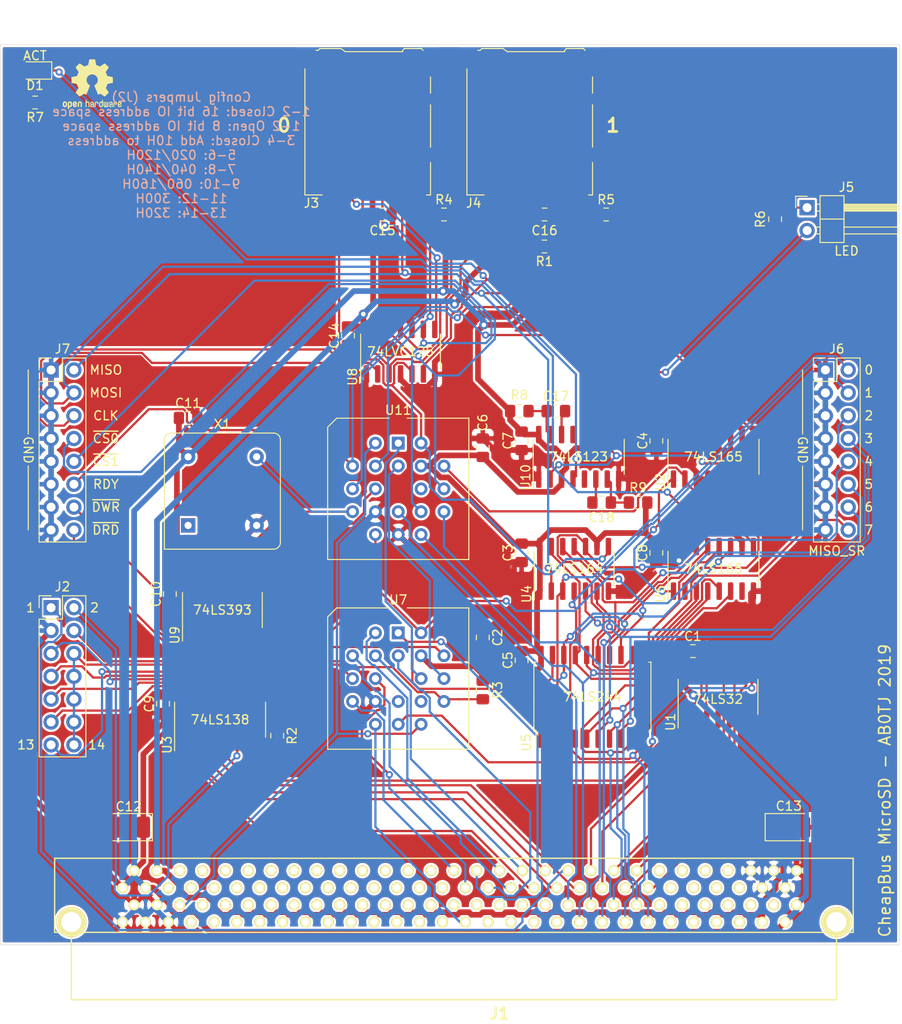
<source format=kicad_pcb>
(kicad_pcb (version 20171130) (host pcbnew "(5.1.4)-1")
  (layers (0 F.Cu signal) (31 B.Cu signal) (34 B.Paste user) (35 F.Paste user) (36 B.SilkS user) (37 F.SilkS user) (38 B.Mask user) (39 F.Mask user) (44 Edge.Cuts user))
  (net 0 "")
  (net 1 GND)
  (net 2 +5V)
  (net 3 +3V3)
  (net 4 "Net-(C17-Pad2)")
  (net 5 "Net-(C17-Pad1)")
  (net 6 "Net-(C18-Pad2)")
  (net 7 "Net-(C18-Pad1)")
  (net 8 "Net-(D1-Pad2)")
  (net 9 "Net-(D1-Pad1)")
  (net 10 "Net-(J1-Pad122)")
  (net 11 "Net-(J1-Pad121)")
  (net 12 /~RST)
  (net 13 "Net-(J1-Pad114)")
  (net 14 "Net-(J1-Pad113)")
  (net 15 "Net-(J1-Pad112)")
  (net 16 "Net-(J1-Pad111)")
  (net 17 "Net-(J1-Pad110)")
  (net 18 "Net-(J1-Pad109)")
  (net 19 "Net-(J1-Pad108)")
  (net 20 "Net-(J1-Pad107)")
  (net 21 "Net-(J1-Pad106)")
  (net 22 "Net-(J1-Pad105)")
  (net 23 "Net-(J1-Pad104)")
  (net 24 "Net-(J1-Pad103)")
  (net 25 "Net-(J1-Pad102)")
  (net 26 "Net-(J1-Pad101)")
  (net 27 "Net-(J1-Pad100)")
  (net 28 "Net-(J1-Pad99)")
  (net 29 "Net-(J1-Pad98)")
  (net 30 "Net-(J1-Pad97)")
  (net 31 "Net-(J1-Pad96)")
  (net 32 "Net-(J1-Pad95)")
  (net 33 "Net-(J1-Pad94)")
  (net 34 "Net-(J1-Pad93)")
  (net 35 "Net-(J1-Pad92)")
  (net 36 "Net-(J1-Pad91)")
  (net 37 /AEN)
  (net 38 "Net-(J1-Pad89)")
  (net 39 "Net-(J1-Pad88)")
  (net 40 "Net-(J1-Pad87)")
  (net 41 "Net-(J1-Pad86)")
  (net 42 "Net-(J1-Pad85)")
  (net 43 "Net-(J1-Pad84)")
  (net 44 "Net-(J1-Pad83)")
  (net 45 "Net-(J1-Pad82)")
  (net 46 /D0)
  (net 47 /D1)
  (net 48 /D2)
  (net 49 /D3)
  (net 50 /D4)
  (net 51 /D5)
  (net 52 /D6)
  (net 53 /D7)
  (net 54 "Net-(J1-Pad73)")
  (net 55 "Net-(J1-Pad72)")
  (net 56 "Net-(J1-Pad71)")
  (net 57 "Net-(J1-Pad70)")
  (net 58 "Net-(J1-Pad69)")
  (net 59 "Net-(J1-Pad68)")
  (net 60 "Net-(J1-Pad67)")
  (net 61 "Net-(J1-Pad66)")
  (net 62 "Net-(J1-Pad65)")
  (net 63 "Net-(J1-Pad63)")
  (net 64 "Net-(J1-Pad56)")
  (net 65 "Net-(J1-Pad55)")
  (net 66 "Net-(J1-Pad54)")
  (net 67 "Net-(J1-Pad53)")
  (net 68 "Net-(J1-Pad52)")
  (net 69 "Net-(J1-Pad51)")
  (net 70 "Net-(J1-Pad50)")
  (net 71 "Net-(J1-Pad49)")
  (net 72 "Net-(J1-Pad48)")
  (net 73 "Net-(J1-Pad47)")
  (net 74 "Net-(J1-Pad46)")
  (net 75 "Net-(J1-Pad45)")
  (net 76 "Net-(J1-Pad44)")
  (net 77 "Net-(J1-Pad43)")
  (net 78 "Net-(J1-Pad42)")
  (net 79 "Net-(J1-Pad41)")
  (net 80 "Net-(J1-Pad40)")
  (net 81 "Net-(J1-Pad39)")
  (net 82 "Net-(J1-Pad38)")
  (net 83 "Net-(J1-Pad37)")
  (net 84 "Net-(J1-Pad36)")
  (net 85 "Net-(J1-Pad35)")
  (net 86 "Net-(J1-Pad34)")
  (net 87 "Net-(J1-Pad33)")
  (net 88 "Net-(J1-Pad32)")
  (net 89 /~IOW)
  (net 90 /~IOR)
  (net 91 /A0)
  (net 92 /A1)
  (net 93 /A2)
  (net 94 /A3)
  (net 95 /A4)
  (net 96 /A5)
  (net 97 /A6)
  (net 98 /A7)
  (net 99 /A8)
  (net 100 /A9)
  (net 101 /A10)
  (net 102 /A11)
  (net 103 /A12)
  (net 104 /A13)
  (net 105 /A14)
  (net 106 /A15)
  (net 107 "Net-(J1-Pad13)")
  (net 108 "Net-(J1-Pad12)")
  (net 109 "Net-(J1-Pad11)")
  (net 110 "Net-(J1-Pad10)")
  (net 111 "Net-(J1-Pad9)")
  (net 112 "Net-(J1-Pad8)")
  (net 113 "Net-(J1-Pad7)")
  (net 114 "Net-(J1-Pad6)")
  (net 115 "Net-(J2-Pad10)")
  (net 116 "Net-(J2-Pad13)")
  (net 117 "Net-(J2-Pad11)")
  (net 118 "Net-(J2-Pad9)")
  (net 119 "Net-(J2-Pad7)")
  (net 120 "Net-(J2-Pad5)")
  (net 121 "Net-(J2-Pad4)")
  (net 122 "Net-(J2-Pad2)")
  (net 123 /MISO)
  (net 124 "Net-(J3-Pad5)")
  (net 125 "Net-(J3-Pad3)")
  (net 126 "Net-(J3-Pad2)")
  (net 127 "Net-(J3-Pad1)")
  (net 128 "Net-(J3-Pad8)")
  (net 129 /~CD0)
  (net 130 "Net-(J4-Pad2)")
  (net 131 "Net-(J4-Pad1)")
  (net 132 "Net-(J4-Pad8)")
  (net 133 /~CD1)
  (net 134 "Net-(J5-Pad2)")
  (net 135 "Net-(J5-Pad1)")
  (net 136 /S7)
  (net 137 /S6)
  (net 138 /S5)
  (net 139 /S4)
  (net 140 /S3)
  (net 141 /S2)
  (net 142 /S1)
  (net 143 /S0)
  (net 144 /~DRD)
  (net 145 /~DWR)
  (net 146 /RDY)
  (net 147 /~CS1)
  (net 148 /~CS0)
  (net 149 /CLK)
  (net 150 /MOSI)
  (net 151 "Net-(U1-Pad13)")
  (net 152 "Net-(U1-Pad12)")
  (net 153 "Net-(U1-Pad11)")
  (net 154 "Net-(U1-Pad8)")
  (net 155 /~RDY)
  (net 156 /~CLK)
  (net 157 "Net-(U3-Pad15)")
  (net 158 "Net-(U3-Pad9)")
  (net 159 "Net-(U3-Pad7)")
  (net 160 "Net-(U6-Pad7)")
  (net 161 /CRD)
  (net 162 /CWR)
  (net 163 "Net-(U7-Pad15)")
  (net 164 "Net-(U7-Pad12)")
  (net 165 "Net-(U9-Pad13)")
  (net 166 "Net-(U9-Pad11)")
  (net 167 "Net-(U11-Pad7)")
  (net 168 "Net-(U9-Pad9)")
  (net 169 "Net-(U9-Pad8)")
  (net 170 "Net-(U9-Pad5)")
  (net 171 "Net-(U9-Pad4)")
  (net 172 "Net-(U9-Pad3)")
  (net 173 "Net-(U11-Pad8)")
  (net 174 "Net-(U10-Pad13)")
  (net 175 "Net-(U10-Pad5)")
  (net 176 /CKDIV)
  (net 177 "Net-(X1-Pad1)")
  (module Symbol:OSHW-Logo2_7.3x6mm_SilkScreen (layer F.Cu) (at 30.226 24.384)
    (fp_text reference REF** hide)
    (fp_text value OSHW-Logo2_7.3x6mm_SilkScreen hide)
  )
  (module Oscillator:Oscillator_DIP-8 (layer F.Cu) (at 40.894 73.406)
    (fp_text reference X1 (at 3.81 -11.26) (layer F.SilkS))
    (fp_text value 20MHz)
    (pad 4 thru_hole circle (at 7.62 0) (size 1.6 1.6) (drill 0.8) (layers *.Cu *.Mask) (net 1 GND))
    (pad 5 thru_hole circle (at 7.62 -7.62) (size 1.6 1.6) (drill 0.8) (layers *.Cu *.Mask) (net 173 "Net-(U11-Pad8)"))
    (pad 8 thru_hole circle (at 0 -7.62) (size 1.6 1.6) (drill 0.8) (layers *.Cu *.Mask) (net 2 +5V))
    (pad 1 thru_hole rect (at 0 0) (size 1.6 1.6) (drill 0.8) (layers *.Cu *.Mask) (net 177 "Net-(X1-Pad1)"))
  )
  (module Package_LCC:PLCC-20_THT-Socket (layer F.Cu) (at 64.262 64.262)
    (fp_text reference U11 (at 0 -3.67) (layer F.SilkS))
    (fp_text value GAL16V8)
    (pad 18 thru_hole circle (at 5.08 2.54) (size 1.4224 1.4224) (drill 0.8) (layers *.Cu *.Mask) (net 156 /~CLK))
    (pad 16 thru_hole circle (at 5.08 5.08) (size 1.4224 1.4224) (drill 0.8) (layers *.Cu *.Mask) (net 147 /~CS1))
    (pad 19 thru_hole circle (at 2.54 0) (size 1.4224 1.4224) (drill 0.8) (layers *.Cu *.Mask) (net 149 /CLK))
    (pad 17 thru_hole circle (at 2.54 5.08) (size 1.4224 1.4224) (drill 0.8) (layers *.Cu *.Mask) (net 176 /CKDIV))
    (pad 15 thru_hole circle (at 2.54 7.62) (size 1.4224 1.4224) (drill 0.8) (layers *.Cu *.Mask) (net 148 /~CS0))
    (pad 13 thru_hole circle (at 2.54 10.16) (size 1.4224 1.4224) (drill 0.8) (layers *.Cu *.Mask) (net 47 /D1))
    (pad 11 thru_hole circle (at 0 10.16) (size 1.4224 1.4224) (drill 0.8) (layers *.Cu *.Mask) (net 1 GND))
    (pad 9 thru_hole circle (at -2.54 10.16) (size 1.4224 1.4224) (drill 0.8) (layers *.Cu *.Mask) (net 145 /~DWR))
    (pad 14 thru_hole circle (at 5.08 7.62) (size 1.4224 1.4224) (drill 0.8) (layers *.Cu *.Mask) (net 48 /D2))
    (pad 12 thru_hole circle (at 0 7.62) (size 1.4224 1.4224) (drill 0.8) (layers *.Cu *.Mask) (net 46 /D0))
    (pad 10 thru_hole circle (at -2.54 7.62) (size 1.4224 1.4224) (drill 0.8) (layers *.Cu *.Mask) (net 1 GND))
    (pad 8 thru_hole circle (at -5.08 7.62) (size 1.4224 1.4224) (drill 0.8) (layers *.Cu *.Mask) (net 173 "Net-(U11-Pad8)"))
    (pad 6 thru_hole circle (at -5.08 5.08) (size 1.4224 1.4224) (drill 0.8) (layers *.Cu *.Mask) (net 133 /~CD1))
    (pad 4 thru_hole circle (at -5.08 2.54) (size 1.4224 1.4224) (drill 0.8) (layers *.Cu *.Mask) (net 146 /RDY))
    (pad 7 thru_hole circle (at -2.54 5.08) (size 1.4224 1.4224) (drill 0.8) (layers *.Cu *.Mask) (net 167 "Net-(U11-Pad7)"))
    (pad 5 thru_hole circle (at -2.54 2.54) (size 1.4224 1.4224) (drill 0.8) (layers *.Cu *.Mask) (net 129 /~CD0))
    (pad 3 thru_hole circle (at -2.54 0) (size 1.4224 1.4224) (drill 0.8) (layers *.Cu *.Mask) (net 12 /~RST))
    (pad 1 thru_hole rect (at 0 0) (size 1.4224 1.4224) (drill 0.8) (layers *.Cu *.Mask) (net 162 /CWR))
    (pad 20 thru_hole circle (at 2.54 2.54) (size 1.4224 1.4224) (drill 0.8) (layers *.Cu *.Mask) (net 2 +5V))
    (pad 2 thru_hole circle (at 0 2.54) (size 1.4224 1.4224) (drill 0.8) (layers *.Cu *.Mask) (net 161 /CRD))
  )
  (module Package_SO:SOIC-16_3.9x9.9mm_P1.27mm (layer F.Cu) (at 84.328 65.786 90)
    (fp_text reference U10 (at -2.286 -5.9 90) (layer F.SilkS))
    (fp_text value 74LS123 (at 0 0 180) (layer F.SilkS))
    (pad 16 smd roundrect (at 2.475 -4.445 90) (size 1.95 0.6) (layers F.Cu F.Paste F.Mask) (net 2 +5V))
    (pad 15 smd roundrect (at 2.475 -3.175 90) (size 1.95 0.6) (layers F.Cu F.Paste F.Mask) (net 5 "Net-(C17-Pad1)"))
    (pad 14 smd roundrect (at 2.475 -1.905 90) (size 1.95 0.6) (layers F.Cu F.Paste F.Mask) (net 4 "Net-(C17-Pad2)"))
    (pad 13 smd roundrect (at 2.475 -0.635 90) (size 1.95 0.6) (layers F.Cu F.Paste F.Mask) (net 174 "Net-(U10-Pad13)"))
    (pad 12 smd roundrect (at 2.475 0.635 90) (size 1.95 0.6) (layers F.Cu F.Paste F.Mask) (net 134 "Net-(J5-Pad2)"))
    (pad 11 smd roundrect (at 2.475 1.905 90) (size 1.95 0.6) (layers F.Cu F.Paste F.Mask) (net 2 +5V))
    (pad 10 smd roundrect (at 2.475 3.175 90) (size 1.95 0.6) (layers F.Cu F.Paste F.Mask) (net 155 /~RDY))
    (pad 9 smd roundrect (at 2.475 4.445 90) (size 1.95 0.6) (layers F.Cu F.Paste F.Mask) (net 1 GND))
    (pad 8 smd roundrect (at -2.475 4.445 90) (size 1.95 0.6) (layers F.Cu F.Paste F.Mask) (net 1 GND))
    (pad 7 smd roundrect (at -2.475 3.175 90) (size 1.95 0.6) (layers F.Cu F.Paste F.Mask) (net 7 "Net-(C18-Pad1)"))
    (pad 6 smd roundrect (at -2.475 1.905 90) (size 1.95 0.6) (layers F.Cu F.Paste F.Mask) (net 6 "Net-(C18-Pad2)"))
    (pad 5 smd roundrect (at -2.475 0.635 90) (size 1.95 0.6) (layers F.Cu F.Paste F.Mask) (net 175 "Net-(U10-Pad5)"))
    (pad 4 smd roundrect (at -2.475 -0.635 90) (size 1.95 0.6) (layers F.Cu F.Paste F.Mask) (net 9 "Net-(D1-Pad1)"))
    (pad 3 smd roundrect (at -2.475 -1.905 90) (size 1.95 0.6) (layers F.Cu F.Paste F.Mask) (net 2 +5V))
    (pad 2 smd roundrect (at -2.475 -3.175 90) (size 1.95 0.6) (layers F.Cu F.Paste F.Mask) (net 155 /~RDY))
    (pad 1 smd roundrect (at -2.475 -4.445 90) (size 1.95 0.6) (layers F.Cu F.Paste F.Mask) (net 1 GND))
  )
  (module Package_SO:SOIC-14_3.9x8.7mm_P1.27mm (layer F.Cu) (at 44.704 82.804 90)
    (fp_text reference U9 (at -2.794 -5.28 90) (layer F.SilkS))
    (fp_text value 74LS393 (at 0 0 180) (layer F.SilkS))
    (pad 14 smd roundrect (at 2.475 -3.81 90) (size 1.95 0.6) (layers F.Cu F.Paste F.Mask) (net 2 +5V))
    (pad 13 smd roundrect (at 2.475 -2.54 90) (size 1.95 0.6) (layers F.Cu F.Paste F.Mask) (net 165 "Net-(U9-Pad13)"))
    (pad 12 smd roundrect (at 2.475 -1.27 90) (size 1.95 0.6) (layers F.Cu F.Paste F.Mask) (net 1 GND))
    (pad 11 smd roundrect (at 2.475 0 90) (size 1.95 0.6) (layers F.Cu F.Paste F.Mask) (net 166 "Net-(U9-Pad11)"))
    (pad 10 smd roundrect (at 2.475 1.27 90) (size 1.95 0.6) (layers F.Cu F.Paste F.Mask) (net 167 "Net-(U11-Pad7)"))
    (pad 9 smd roundrect (at 2.475 2.54 90) (size 1.95 0.6) (layers F.Cu F.Paste F.Mask) (net 168 "Net-(U9-Pad9)"))
    (pad 8 smd roundrect (at 2.475 3.81 90) (size 1.95 0.6) (layers F.Cu F.Paste F.Mask) (net 169 "Net-(U9-Pad8)"))
    (pad 7 smd roundrect (at -2.475 3.81 90) (size 1.95 0.6) (layers F.Cu F.Paste F.Mask) (net 1 GND))
    (pad 6 smd roundrect (at -2.475 2.54 90) (size 1.95 0.6) (layers F.Cu F.Paste F.Mask) (net 165 "Net-(U9-Pad13)"))
    (pad 5 smd roundrect (at -2.475 1.27 90) (size 1.95 0.6) (layers F.Cu F.Paste F.Mask) (net 170 "Net-(U9-Pad5)"))
    (pad 4 smd roundrect (at -2.475 0 90) (size 1.95 0.6) (layers F.Cu F.Paste F.Mask) (net 171 "Net-(U9-Pad4)"))
    (pad 3 smd roundrect (at -2.475 -1.27 90) (size 1.95 0.6) (layers F.Cu F.Paste F.Mask) (net 172 "Net-(U9-Pad3)"))
    (pad 2 smd roundrect (at -2.475 -2.54 90) (size 1.95 0.6) (layers F.Cu F.Paste F.Mask) (net 1 GND))
    (pad 1 smd roundrect (at -2.475 -3.81 90) (size 1.95 0.6) (layers F.Cu F.Paste F.Mask) (net 173 "Net-(U11-Pad8)"))
  )
  (module Package_SO:SOIC-14_3.9x8.7mm_P1.27mm (layer F.Cu) (at 64.516 54.102 90)
    (fp_text reference U8 (at -2.794 -5.334 90) (layer F.SilkS))
    (fp_text value 74LVC125 (at 0 0 180) (layer F.SilkS))
    (pad 14 smd roundrect (at 2.475 -3.81 90) (size 1.95 0.6) (layers F.Cu F.Paste F.Mask) (net 3 +3V3))
    (pad 13 smd roundrect (at 2.475 -2.54 90) (size 1.95 0.6) (layers F.Cu F.Paste F.Mask) (net 1 GND))
    (pad 12 smd roundrect (at 2.475 -1.27 90) (size 1.95 0.6) (layers F.Cu F.Paste F.Mask) (net 147 /~CS1))
    (pad 11 smd roundrect (at 2.475 0 90) (size 1.95 0.6) (layers F.Cu F.Paste F.Mask) (net 130 "Net-(J4-Pad2)"))
    (pad 10 smd roundrect (at 2.475 1.27 90) (size 1.95 0.6) (layers F.Cu F.Paste F.Mask) (net 1 GND))
    (pad 9 smd roundrect (at 2.475 2.54 90) (size 1.95 0.6) (layers F.Cu F.Paste F.Mask) (net 148 /~CS0))
    (pad 8 smd roundrect (at 2.475 3.81 90) (size 1.95 0.6) (layers F.Cu F.Paste F.Mask) (net 126 "Net-(J3-Pad2)"))
    (pad 7 smd roundrect (at -2.475 3.81 90) (size 1.95 0.6) (layers F.Cu F.Paste F.Mask) (net 1 GND))
    (pad 6 smd roundrect (at -2.475 2.54 90) (size 1.95 0.6) (layers F.Cu F.Paste F.Mask) (net 124 "Net-(J3-Pad5)"))
    (pad 5 smd roundrect (at -2.475 1.27 90) (size 1.95 0.6) (layers F.Cu F.Paste F.Mask) (net 149 /CLK))
    (pad 4 smd roundrect (at -2.475 0 90) (size 1.95 0.6) (layers F.Cu F.Paste F.Mask) (net 1 GND))
    (pad 3 smd roundrect (at -2.475 -1.27 90) (size 1.95 0.6) (layers F.Cu F.Paste F.Mask) (net 125 "Net-(J3-Pad3)"))
    (pad 2 smd roundrect (at -2.475 -2.54 90) (size 1.95 0.6) (layers F.Cu F.Paste F.Mask) (net 150 /MOSI))
    (pad 1 smd roundrect (at -2.475 -3.81 90) (size 1.95 0.6) (layers F.Cu F.Paste F.Mask) (net 1 GND))
  )
  (module Package_LCC:PLCC-20_THT-Socket (layer F.Cu) (at 64.262 85.344)
    (fp_text reference U7 (at 0 -3.67) (layer F.SilkS))
    (fp_text value GAL16V8)
    (pad 18 thru_hole circle (at 5.08 2.54) (size 1.4224 1.4224) (drill 0.8) (layers *.Cu *.Mask) (net 144 /~DRD))
    (pad 16 thru_hole circle (at 5.08 5.08) (size 1.4224 1.4224) (drill 0.8) (layers *.Cu *.Mask) (net 161 /CRD))
    (pad 19 thru_hole circle (at 2.54 0) (size 1.4224 1.4224) (drill 0.8) (layers *.Cu *.Mask) (net 145 /~DWR))
    (pad 17 thru_hole circle (at 2.54 5.08) (size 1.4224 1.4224) (drill 0.8) (layers *.Cu *.Mask) (net 162 /CWR))
    (pad 15 thru_hole circle (at 2.54 7.62) (size 1.4224 1.4224) (drill 0.8) (layers *.Cu *.Mask) (net 163 "Net-(U7-Pad15)"))
    (pad 13 thru_hole circle (at 2.54 10.16) (size 1.4224 1.4224) (drill 0.8) (layers *.Cu *.Mask) (net 12 /~RST))
    (pad 11 thru_hole circle (at 0 10.16) (size 1.4224 1.4224) (drill 0.8) (layers *.Cu *.Mask) (net 154 "Net-(U1-Pad8)"))
    (pad 9 thru_hole circle (at -2.54 10.16) (size 1.4224 1.4224) (drill 0.8) (layers *.Cu *.Mask) (net 37 /AEN))
    (pad 14 thru_hole circle (at 5.08 7.62) (size 1.4224 1.4224) (drill 0.8) (layers *.Cu *.Mask) (net 121 "Net-(J2-Pad4)"))
    (pad 12 thru_hole circle (at 0 7.62) (size 1.4224 1.4224) (drill 0.8) (layers *.Cu *.Mask) (net 164 "Net-(U7-Pad12)"))
    (pad 10 thru_hole circle (at -2.54 7.62) (size 1.4224 1.4224) (drill 0.8) (layers *.Cu *.Mask) (net 1 GND))
    (pad 8 thru_hole circle (at -5.08 7.62) (size 1.4224 1.4224) (drill 0.8) (layers *.Cu *.Mask) (net 89 /~IOW))
    (pad 6 thru_hole circle (at -5.08 5.08) (size 1.4224 1.4224) (drill 0.8) (layers *.Cu *.Mask) (net 115 "Net-(J2-Pad10)"))
    (pad 4 thru_hole circle (at -5.08 2.54) (size 1.4224 1.4224) (drill 0.8) (layers *.Cu *.Mask) (net 94 /A3))
    (pad 7 thru_hole circle (at -2.54 5.08) (size 1.4224 1.4224) (drill 0.8) (layers *.Cu *.Mask) (net 90 /~IOR))
    (pad 5 thru_hole circle (at -2.54 2.54) (size 1.4224 1.4224) (drill 0.8) (layers *.Cu *.Mask) (net 95 /A4))
    (pad 3 thru_hole circle (at -2.54 0) (size 1.4224 1.4224) (drill 0.8) (layers *.Cu *.Mask) (net 93 /A2))
    (pad 1 thru_hole rect (at 0 0) (size 1.4224 1.4224) (drill 0.8) (layers *.Cu *.Mask) (net 91 /A0))
    (pad 20 thru_hole circle (at 2.54 2.54) (size 1.4224 1.4224) (drill 0.8) (layers *.Cu *.Mask) (net 2 +5V))
    (pad 2 thru_hole circle (at 0 2.54) (size 1.4224 1.4224) (drill 0.8) (layers *.Cu *.Mask) (net 92 /A1))
  )
  (module Package_SO:SOIC-16_3.9x9.9mm_P1.27mm (layer F.Cu) (at 99.314 78.232 90)
    (fp_text reference U6 (at -2.794 -5.9 90) (layer F.SilkS))
    (fp_text value 74LS165 (at 0 0 180) (layer F.SilkS))
    (pad 16 smd roundrect (at 2.475 -4.445 90) (size 1.95 0.6) (layers F.Cu F.Paste F.Mask) (net 2 +5V))
    (pad 15 smd roundrect (at 2.475 -3.175 90) (size 1.95 0.6) (layers F.Cu F.Paste F.Mask) (net 1 GND))
    (pad 14 smd roundrect (at 2.475 -1.905 90) (size 1.95 0.6) (layers F.Cu F.Paste F.Mask) (net 49 /D3))
    (pad 13 smd roundrect (at 2.475 -0.635 90) (size 1.95 0.6) (layers F.Cu F.Paste F.Mask) (net 48 /D2))
    (pad 12 smd roundrect (at 2.475 0.635 90) (size 1.95 0.6) (layers F.Cu F.Paste F.Mask) (net 47 /D1))
    (pad 11 smd roundrect (at 2.475 1.905 90) (size 1.95 0.6) (layers F.Cu F.Paste F.Mask) (net 46 /D0))
    (pad 10 smd roundrect (at 2.475 3.175 90) (size 1.95 0.6) (layers F.Cu F.Paste F.Mask) (net 2 +5V))
    (pad 9 smd roundrect (at 2.475 4.445 90) (size 1.95 0.6) (layers F.Cu F.Paste F.Mask) (net 150 /MOSI))
    (pad 8 smd roundrect (at -2.475 4.445 90) (size 1.95 0.6) (layers F.Cu F.Paste F.Mask) (net 1 GND))
    (pad 7 smd roundrect (at -2.475 3.175 90) (size 1.95 0.6) (layers F.Cu F.Paste F.Mask) (net 160 "Net-(U6-Pad7)"))
    (pad 6 smd roundrect (at -2.475 1.905 90) (size 1.95 0.6) (layers F.Cu F.Paste F.Mask) (net 53 /D7))
    (pad 5 smd roundrect (at -2.475 0.635 90) (size 1.95 0.6) (layers F.Cu F.Paste F.Mask) (net 52 /D6))
    (pad 4 smd roundrect (at -2.475 -0.635 90) (size 1.95 0.6) (layers F.Cu F.Paste F.Mask) (net 51 /D5))
    (pad 3 smd roundrect (at -2.475 -1.905 90) (size 1.95 0.6) (layers F.Cu F.Paste F.Mask) (net 50 /D4))
    (pad 2 smd roundrect (at -2.475 -3.175 90) (size 1.95 0.6) (layers F.Cu F.Paste F.Mask) (net 156 /~CLK))
    (pad 1 smd roundrect (at -2.475 -4.445 90) (size 1.95 0.6) (layers F.Cu F.Paste F.Mask) (net 145 /~DWR))
  )
  (module Package_SO:SOIC-20W_7.5x12.8mm_P1.27mm (layer F.Cu) (at 85.852 92.456 90)
    (fp_text reference U5 (at -5.08 -7.366 90) (layer F.SilkS))
    (fp_text value 74LS244 (at 0 0 180) (layer F.SilkS))
    (pad 20 smd roundrect (at 4.65 -5.715 90) (size 2.05 0.6) (layers F.Cu F.Paste F.Mask) (net 2 +5V))
    (pad 19 smd roundrect (at 4.65 -4.445 90) (size 2.05 0.6) (layers F.Cu F.Paste F.Mask) (net 144 /~DRD))
    (pad 18 smd roundrect (at 4.65 -3.175 90) (size 2.05 0.6) (layers F.Cu F.Paste F.Mask) (net 46 /D0))
    (pad 17 smd roundrect (at 4.65 -1.905 90) (size 2.05 0.6) (layers F.Cu F.Paste F.Mask) (net 136 /S7))
    (pad 16 smd roundrect (at 4.65 -0.635 90) (size 2.05 0.6) (layers F.Cu F.Paste F.Mask) (net 47 /D1))
    (pad 15 smd roundrect (at 4.65 0.635 90) (size 2.05 0.6) (layers F.Cu F.Paste F.Mask) (net 137 /S6))
    (pad 14 smd roundrect (at 4.65 1.905 90) (size 2.05 0.6) (layers F.Cu F.Paste F.Mask) (net 48 /D2))
    (pad 13 smd roundrect (at 4.65 3.175 90) (size 2.05 0.6) (layers F.Cu F.Paste F.Mask) (net 138 /S5))
    (pad 12 smd roundrect (at 4.65 4.445 90) (size 2.05 0.6) (layers F.Cu F.Paste F.Mask) (net 49 /D3))
    (pad 11 smd roundrect (at 4.65 5.715 90) (size 2.05 0.6) (layers F.Cu F.Paste F.Mask) (net 139 /S4))
    (pad 10 smd roundrect (at -4.65 5.715 90) (size 2.05 0.6) (layers F.Cu F.Paste F.Mask) (net 1 GND))
    (pad 9 smd roundrect (at -4.65 4.445 90) (size 2.05 0.6) (layers F.Cu F.Paste F.Mask) (net 50 /D4))
    (pad 8 smd roundrect (at -4.65 3.175 90) (size 2.05 0.6) (layers F.Cu F.Paste F.Mask) (net 140 /S3))
    (pad 7 smd roundrect (at -4.65 1.905 90) (size 2.05 0.6) (layers F.Cu F.Paste F.Mask) (net 51 /D5))
    (pad 6 smd roundrect (at -4.65 0.635 90) (size 2.05 0.6) (layers F.Cu F.Paste F.Mask) (net 141 /S2))
    (pad 5 smd roundrect (at -4.65 -0.635 90) (size 2.05 0.6) (layers F.Cu F.Paste F.Mask) (net 52 /D6))
    (pad 4 smd roundrect (at -4.65 -1.905 90) (size 2.05 0.6) (layers F.Cu F.Paste F.Mask) (net 142 /S1))
    (pad 3 smd roundrect (at -4.65 -3.175 90) (size 2.05 0.6) (layers F.Cu F.Paste F.Mask) (net 53 /D7))
    (pad 2 smd roundrect (at -4.65 -4.445 90) (size 2.05 0.6) (layers F.Cu F.Paste F.Mask) (net 143 /S0))
    (pad 1 smd roundrect (at -4.65 -5.715 90) (size 2.05 0.6) (layers F.Cu F.Paste F.Mask) (net 144 /~DRD))
  )
  (module Package_SO:SOIC-14_3.9x8.7mm_P1.27mm (layer F.Cu) (at 83.82 78.232 90)
    (fp_text reference U4 (at -2.794 -5.28 90) (layer F.SilkS))
    (fp_text value 74LS164 (at 0 0 180) (layer F.SilkS))
    (pad 14 smd roundrect (at 2.475 -3.81 90) (size 1.95 0.6) (layers F.Cu F.Paste F.Mask) (net 2 +5V))
    (pad 13 smd roundrect (at 2.475 -2.54 90) (size 1.95 0.6) (layers F.Cu F.Paste F.Mask) (net 136 /S7))
    (pad 12 smd roundrect (at 2.475 -1.27 90) (size 1.95 0.6) (layers F.Cu F.Paste F.Mask) (net 137 /S6))
    (pad 11 smd roundrect (at 2.475 0 90) (size 1.95 0.6) (layers F.Cu F.Paste F.Mask) (net 138 /S5))
    (pad 10 smd roundrect (at 2.475 1.27 90) (size 1.95 0.6) (layers F.Cu F.Paste F.Mask) (net 139 /S4))
    (pad 9 smd roundrect (at 2.475 2.54 90) (size 1.95 0.6) (layers F.Cu F.Paste F.Mask) (net 2 +5V))
    (pad 8 smd roundrect (at 2.475 3.81 90) (size 1.95 0.6) (layers F.Cu F.Paste F.Mask) (net 149 /CLK))
    (pad 7 smd roundrect (at -2.475 3.81 90) (size 1.95 0.6) (layers F.Cu F.Paste F.Mask) (net 1 GND))
    (pad 6 smd roundrect (at -2.475 2.54 90) (size 1.95 0.6) (layers F.Cu F.Paste F.Mask) (net 140 /S3))
    (pad 5 smd roundrect (at -2.475 1.27 90) (size 1.95 0.6) (layers F.Cu F.Paste F.Mask) (net 141 /S2))
    (pad 4 smd roundrect (at -2.475 0 90) (size 1.95 0.6) (layers F.Cu F.Paste F.Mask) (net 142 /S1))
    (pad 3 smd roundrect (at -2.475 -1.27 90) (size 1.95 0.6) (layers F.Cu F.Paste F.Mask) (net 143 /S0))
    (pad 2 smd roundrect (at -2.475 -2.54 90) (size 1.95 0.6) (layers F.Cu F.Paste F.Mask) (net 123 /MISO))
    (pad 1 smd roundrect (at -2.475 -3.81 90) (size 1.95 0.6) (layers F.Cu F.Paste F.Mask) (net 2 +5V))
  )
  (module Package_SO:SOIC-16_3.9x9.9mm_P1.27mm (layer F.Cu) (at 44.45 94.996 90)
    (fp_text reference U3 (at -2.794 -5.9 90) (layer F.SilkS))
    (fp_text value 74LS138 (at 0 0 180) (layer F.SilkS))
    (pad 16 smd roundrect (at 2.475 -4.445 90) (size 1.95 0.6) (layers F.Cu F.Paste F.Mask) (net 2 +5V))
    (pad 15 smd roundrect (at 2.475 -3.175 90) (size 1.95 0.6) (layers F.Cu F.Paste F.Mask) (net 157 "Net-(U3-Pad15)"))
    (pad 14 smd roundrect (at 2.475 -1.905 90) (size 1.95 0.6) (layers F.Cu F.Paste F.Mask) (net 120 "Net-(J2-Pad5)"))
    (pad 13 smd roundrect (at 2.475 -0.635 90) (size 1.95 0.6) (layers F.Cu F.Paste F.Mask) (net 119 "Net-(J2-Pad7)"))
    (pad 12 smd roundrect (at 2.475 0.635 90) (size 1.95 0.6) (layers F.Cu F.Paste F.Mask) (net 118 "Net-(J2-Pad9)"))
    (pad 11 smd roundrect (at 2.475 1.905 90) (size 1.95 0.6) (layers F.Cu F.Paste F.Mask) (net 117 "Net-(J2-Pad11)"))
    (pad 10 smd roundrect (at 2.475 3.175 90) (size 1.95 0.6) (layers F.Cu F.Paste F.Mask) (net 116 "Net-(J2-Pad13)"))
    (pad 9 smd roundrect (at 2.475 4.445 90) (size 1.95 0.6) (layers F.Cu F.Paste F.Mask) (net 158 "Net-(U3-Pad9)"))
    (pad 8 smd roundrect (at -2.475 4.445 90) (size 1.95 0.6) (layers F.Cu F.Paste F.Mask) (net 1 GND))
    (pad 7 smd roundrect (at -2.475 3.175 90) (size 1.95 0.6) (layers F.Cu F.Paste F.Mask) (net 159 "Net-(U3-Pad7)"))
    (pad 6 smd roundrect (at -2.475 1.905 90) (size 1.95 0.6) (layers F.Cu F.Paste F.Mask) (net 122 "Net-(J2-Pad2)"))
    (pad 5 smd roundrect (at -2.475 0.635 90) (size 1.95 0.6) (layers F.Cu F.Paste F.Mask) (net 98 /A7))
    (pad 4 smd roundrect (at -2.475 -0.635 90) (size 1.95 0.6) (layers F.Cu F.Paste F.Mask) (net 153 "Net-(U1-Pad11)"))
    (pad 3 smd roundrect (at -2.475 -1.905 90) (size 1.95 0.6) (layers F.Cu F.Paste F.Mask) (net 100 /A9))
    (pad 2 smd roundrect (at -2.475 -3.175 90) (size 1.95 0.6) (layers F.Cu F.Paste F.Mask) (net 97 /A6))
    (pad 1 smd roundrect (at -2.475 -4.445 90) (size 1.95 0.6) (layers F.Cu F.Paste F.Mask) (net 96 /A5))
  )
  (module Package_SO:SOIC-16_3.9x9.9mm_P1.27mm (layer F.Cu) (at 99.314 65.786 90)
    (fp_text reference U2 (at -2.794 -5.9 90) (layer F.SilkS))
    (fp_text value 74LS165 (at 0 0 180) (layer F.SilkS))
    (pad 16 smd roundrect (at 2.475 -4.445 90) (size 1.95 0.6) (layers F.Cu F.Paste F.Mask) (net 2 +5V))
    (pad 15 smd roundrect (at 2.475 -3.175 90) (size 1.95 0.6) (layers F.Cu F.Paste F.Mask) (net 1 GND))
    (pad 14 smd roundrect (at 2.475 -1.905 90) (size 1.95 0.6) (layers F.Cu F.Paste F.Mask) (net 1 GND))
    (pad 13 smd roundrect (at 2.475 -0.635 90) (size 1.95 0.6) (layers F.Cu F.Paste F.Mask) (net 1 GND))
    (pad 12 smd roundrect (at 2.475 0.635 90) (size 1.95 0.6) (layers F.Cu F.Paste F.Mask) (net 1 GND))
    (pad 11 smd roundrect (at 2.475 1.905 90) (size 1.95 0.6) (layers F.Cu F.Paste F.Mask) (net 1 GND))
    (pad 10 smd roundrect (at 2.475 3.175 90) (size 1.95 0.6) (layers F.Cu F.Paste F.Mask) (net 2 +5V))
    (pad 9 smd roundrect (at 2.475 4.445 90) (size 1.95 0.6) (layers F.Cu F.Paste F.Mask) (net 146 /RDY))
    (pad 8 smd roundrect (at -2.475 4.445 90) (size 1.95 0.6) (layers F.Cu F.Paste F.Mask) (net 1 GND))
    (pad 7 smd roundrect (at -2.475 3.175 90) (size 1.95 0.6) (layers F.Cu F.Paste F.Mask) (net 155 /~RDY))
    (pad 6 smd roundrect (at -2.475 1.905 90) (size 1.95 0.6) (layers F.Cu F.Paste F.Mask) (net 1 GND))
    (pad 5 smd roundrect (at -2.475 0.635 90) (size 1.95 0.6) (layers F.Cu F.Paste F.Mask) (net 1 GND))
    (pad 4 smd roundrect (at -2.475 -0.635 90) (size 1.95 0.6) (layers F.Cu F.Paste F.Mask) (net 1 GND))
    (pad 3 smd roundrect (at -2.475 -1.905 90) (size 1.95 0.6) (layers F.Cu F.Paste F.Mask) (net 1 GND))
    (pad 2 smd roundrect (at -2.475 -3.175 90) (size 1.95 0.6) (layers F.Cu F.Paste F.Mask) (net 156 /~CLK))
    (pad 1 smd roundrect (at -2.475 -4.445 90) (size 1.95 0.6) (layers F.Cu F.Paste F.Mask) (net 145 /~DWR))
  )
  (module Package_SO:SOIC-14_3.9x8.7mm_P1.27mm (layer F.Cu) (at 99.822 92.456 90)
    (fp_text reference U1 (at -2.794 -5.28 90) (layer F.SilkS))
    (fp_text value 74LS32 (at -0.254 0 180) (layer F.SilkS))
    (pad 14 smd roundrect (at 2.475 -3.81 90) (size 1.95 0.6) (layers F.Cu F.Paste F.Mask) (net 2 +5V))
    (pad 13 smd roundrect (at 2.475 -2.54 90) (size 1.95 0.6) (layers F.Cu F.Paste F.Mask) (net 151 "Net-(U1-Pad13)"))
    (pad 12 smd roundrect (at 2.475 -1.27 90) (size 1.95 0.6) (layers F.Cu F.Paste F.Mask) (net 152 "Net-(U1-Pad12)"))
    (pad 11 smd roundrect (at 2.475 0 90) (size 1.95 0.6) (layers F.Cu F.Paste F.Mask) (net 153 "Net-(U1-Pad11)"))
    (pad 10 smd roundrect (at 2.475 1.27 90) (size 1.95 0.6) (layers F.Cu F.Paste F.Mask) (net 106 /A15))
    (pad 9 smd roundrect (at 2.475 2.54 90) (size 1.95 0.6) (layers F.Cu F.Paste F.Mask) (net 105 /A14))
    (pad 8 smd roundrect (at 2.475 3.81 90) (size 1.95 0.6) (layers F.Cu F.Paste F.Mask) (net 154 "Net-(U1-Pad8)"))
    (pad 7 smd roundrect (at -2.475 3.81 90) (size 1.95 0.6) (layers F.Cu F.Paste F.Mask) (net 1 GND))
    (pad 6 smd roundrect (at -2.475 2.54 90) (size 1.95 0.6) (layers F.Cu F.Paste F.Mask) (net 151 "Net-(U1-Pad13)"))
    (pad 5 smd roundrect (at -2.475 1.27 90) (size 1.95 0.6) (layers F.Cu F.Paste F.Mask) (net 104 /A13))
    (pad 4 smd roundrect (at -2.475 0 90) (size 1.95 0.6) (layers F.Cu F.Paste F.Mask) (net 103 /A12))
    (pad 3 smd roundrect (at -2.475 -1.27 90) (size 1.95 0.6) (layers F.Cu F.Paste F.Mask) (net 152 "Net-(U1-Pad12)"))
    (pad 2 smd roundrect (at -2.475 -2.54 90) (size 1.95 0.6) (layers F.Cu F.Paste F.Mask) (net 102 /A11))
    (pad 1 smd roundrect (at -2.475 -3.81 90) (size 1.95 0.6) (layers F.Cu F.Paste F.Mask) (net 101 /A10))
  )
  (module Resistor_SMD:R_0805_2012Metric_Pad1.15x1.40mm_HandSolder (layer F.Cu) (at 90.932 70.866)
    (fp_text reference R9 (at 0 -1.65) (layer F.SilkS))
    (fp_text value 4.7k)
    (pad 2 smd roundrect (at 1.025 0) (size 1.15 1.4) (layers F.Cu F.Paste F.Mask) (roundrect_rratio 0.217391) (net 2 +5V))
    (pad 1 smd roundrect (at -1.025 0) (size 1.15 1.4) (layers F.Cu F.Paste F.Mask) (roundrect_rratio 0.217391) (net 7 "Net-(C18-Pad1)"))
  )
  (module Resistor_SMD:R_0805_2012Metric_Pad1.15x1.40mm_HandSolder (layer F.Cu) (at 77.724 60.706 180)
    (fp_text reference R8 (at 0 1.778) (layer F.SilkS))
    (fp_text value 4.7k)
    (pad 2 smd roundrect (at 1.025 0 180) (size 1.15 1.4) (layers F.Cu F.Paste F.Mask) (roundrect_rratio 0.217391) (net 2 +5V))
    (pad 1 smd roundrect (at -1.025 0 180) (size 1.15 1.4) (layers F.Cu F.Paste F.Mask) (roundrect_rratio 0.217391) (net 5 "Net-(C17-Pad1)"))
  )
  (module Resistor_SMD:R_0805_2012Metric_Pad1.15x1.40mm_HandSolder (layer F.Cu) (at 23.885 26.416 180)
    (fp_text reference R7 (at 0 -1.65) (layer F.SilkS))
    (fp_text value 470)
    (pad 2 smd roundrect (at 1.025 0 180) (size 1.15 1.4) (layers F.Cu F.Paste F.Mask) (roundrect_rratio 0.217391) (net 8 "Net-(D1-Pad2)"))
    (pad 1 smd roundrect (at -1.025 0 180) (size 1.15 1.4) (layers F.Cu F.Paste F.Mask) (roundrect_rratio 0.217391) (net 2 +5V))
  )
  (module Resistor_SMD:R_0805_2012Metric_Pad1.15x1.40mm_HandSolder (layer F.Cu) (at 106.172 39.379 90)
    (fp_text reference R6 (at 0 -1.65 90) (layer F.SilkS))
    (fp_text value 470)
    (pad 2 smd roundrect (at 1.025 0 90) (size 1.15 1.4) (layers F.Cu F.Paste F.Mask) (roundrect_rratio 0.217391) (net 135 "Net-(J5-Pad1)"))
    (pad 1 smd roundrect (at -1.025 0 90) (size 1.15 1.4) (layers F.Cu F.Paste F.Mask) (roundrect_rratio 0.217391) (net 2 +5V))
  )
  (module Resistor_SMD:R_0805_2012Metric_Pad1.15x1.40mm_HandSolder (layer F.Cu) (at 87.376 38.862)
    (fp_text reference R5 (at 0 -1.65) (layer F.SilkS))
    (fp_text value 10k)
    (pad 2 smd roundrect (at 1.025 0) (size 1.15 1.4) (layers F.Cu F.Paste F.Mask) (roundrect_rratio 0.217391) (net 2 +5V))
    (pad 1 smd roundrect (at -1.025 0) (size 1.15 1.4) (layers F.Cu F.Paste F.Mask) (roundrect_rratio 0.217391) (net 133 /~CD1))
  )
  (module Resistor_SMD:R_0805_2012Metric_Pad1.15x1.40mm_HandSolder (layer F.Cu) (at 69.342 38.862)
    (fp_text reference R4 (at 0 -1.65) (layer F.SilkS))
    (fp_text value 10k)
    (pad 2 smd roundrect (at 1.025 0) (size 1.15 1.4) (layers F.Cu F.Paste F.Mask) (roundrect_rratio 0.217391) (net 2 +5V))
    (pad 1 smd roundrect (at -1.025 0) (size 1.15 1.4) (layers F.Cu F.Paste F.Mask) (roundrect_rratio 0.217391) (net 129 /~CD0))
  )
  (module Resistor_SMD:R_0805_2012Metric_Pad1.15x1.40mm_HandSolder (layer F.Cu) (at 73.66 91.694 90)
    (fp_text reference R3 (at 0 1.652 90) (layer F.SilkS))
    (fp_text value 10k)
    (pad 2 smd roundrect (at 1.025 0 90) (size 1.15 1.4) (layers F.Cu F.Paste F.Mask) (roundrect_rratio 0.217391) (net 2 +5V))
    (pad 1 smd roundrect (at -1.025 0 90) (size 1.15 1.4) (layers F.Cu F.Paste F.Mask) (roundrect_rratio 0.217391) (net 121 "Net-(J2-Pad4)"))
  )
  (module Resistor_SMD:R_0805_2012Metric_Pad1.15x1.40mm_HandSolder (layer F.Cu) (at 50.8 96.774 270)
    (fp_text reference R2 (at 0 -1.65 90) (layer F.SilkS))
    (fp_text value 10k)
    (pad 2 smd roundrect (at 1.025 0 270) (size 1.15 1.4) (layers F.Cu F.Paste F.Mask) (roundrect_rratio 0.217391) (net 2 +5V))
    (pad 1 smd roundrect (at -1.025 0 270) (size 1.15 1.4) (layers F.Cu F.Paste F.Mask) (roundrect_rratio 0.217391) (net 122 "Net-(J2-Pad2)"))
  )
  (module Resistor_SMD:R_0805_2012Metric_Pad1.15x1.40mm_HandSolder (layer F.Cu) (at 80.518 42.418 180)
    (fp_text reference R1 (at 0 -1.65) (layer F.SilkS))
    (fp_text value 10k)
    (pad 2 smd roundrect (at 1.025 0 180) (size 1.15 1.4) (layers F.Cu F.Paste F.Mask) (roundrect_rratio 0.217391) (net 3 +3V3))
    (pad 1 smd roundrect (at -1.025 0 180) (size 1.15 1.4) (layers F.Cu F.Paste F.Mask) (roundrect_rratio 0.217391) (net 123 /MISO))
  )
  (module Connector_PinHeader_2.54mm:PinHeader_2x08_P2.54mm_Vertical (layer F.Cu) (at 25.654 56.134)
    (fp_text reference J7 (at 1.27 -2.33) (layer F.SilkS))
    (fp_text value CTRL)
    (pad 16 thru_hole oval (at 2.54 17.78) (size 1.7 1.7) (drill 1) (layers *.Cu *.Mask) (net 144 /~DRD))
    (pad 15 thru_hole oval (at 0 17.78) (size 1.7 1.7) (drill 1) (layers *.Cu *.Mask) (net 1 GND))
    (pad 14 thru_hole oval (at 2.54 15.24) (size 1.7 1.7) (drill 1) (layers *.Cu *.Mask) (net 145 /~DWR))
    (pad 13 thru_hole oval (at 0 15.24) (size 1.7 1.7) (drill 1) (layers *.Cu *.Mask) (net 1 GND))
    (pad 12 thru_hole oval (at 2.54 12.7) (size 1.7 1.7) (drill 1) (layers *.Cu *.Mask) (net 146 /RDY))
    (pad 11 thru_hole oval (at 0 12.7) (size 1.7 1.7) (drill 1) (layers *.Cu *.Mask) (net 1 GND))
    (pad 10 thru_hole oval (at 2.54 10.16) (size 1.7 1.7) (drill 1) (layers *.Cu *.Mask) (net 147 /~CS1))
    (pad 9 thru_hole oval (at 0 10.16) (size 1.7 1.7) (drill 1) (layers *.Cu *.Mask) (net 1 GND))
    (pad 8 thru_hole oval (at 2.54 7.62) (size 1.7 1.7) (drill 1) (layers *.Cu *.Mask) (net 148 /~CS0))
    (pad 7 thru_hole oval (at 0 7.62) (size 1.7 1.7) (drill 1) (layers *.Cu *.Mask) (net 1 GND))
    (pad 6 thru_hole oval (at 2.54 5.08) (size 1.7 1.7) (drill 1) (layers *.Cu *.Mask) (net 149 /CLK))
    (pad 5 thru_hole oval (at 0 5.08) (size 1.7 1.7) (drill 1) (layers *.Cu *.Mask) (net 1 GND))
    (pad 4 thru_hole oval (at 2.54 2.54) (size 1.7 1.7) (drill 1) (layers *.Cu *.Mask) (net 150 /MOSI))
    (pad 3 thru_hole oval (at 0 2.54) (size 1.7 1.7) (drill 1) (layers *.Cu *.Mask) (net 1 GND))
    (pad 2 thru_hole oval (at 2.54 0) (size 1.7 1.7) (drill 1) (layers *.Cu *.Mask) (net 123 /MISO))
    (pad 1 thru_hole rect (at 0 0) (size 1.7 1.7) (drill 1) (layers *.Cu *.Mask) (net 1 GND))
  )
  (module Connector_PinHeader_2.54mm:PinHeader_2x08_P2.54mm_Vertical (layer F.Cu) (at 111.76 56.134)
    (fp_text reference J6 (at 1.27 -2.33) (layer F.SilkS))
    (fp_text value MISO_SR (at 1.27 20.11) (layer F.SilkS))
    (pad 16 thru_hole oval (at 2.54 17.78) (size 1.7 1.7) (drill 1) (layers *.Cu *.Mask) (net 136 /S7))
    (pad 15 thru_hole oval (at 0 17.78) (size 1.7 1.7) (drill 1) (layers *.Cu *.Mask) (net 1 GND))
    (pad 14 thru_hole oval (at 2.54 15.24) (size 1.7 1.7) (drill 1) (layers *.Cu *.Mask) (net 137 /S6))
    (pad 13 thru_hole oval (at 0 15.24) (size 1.7 1.7) (drill 1) (layers *.Cu *.Mask) (net 1 GND))
    (pad 12 thru_hole oval (at 2.54 12.7) (size 1.7 1.7) (drill 1) (layers *.Cu *.Mask) (net 138 /S5))
    (pad 11 thru_hole oval (at 0 12.7) (size 1.7 1.7) (drill 1) (layers *.Cu *.Mask) (net 1 GND))
    (pad 10 thru_hole oval (at 2.54 10.16) (size 1.7 1.7) (drill 1) (layers *.Cu *.Mask) (net 139 /S4))
    (pad 9 thru_hole oval (at 0 10.16) (size 1.7 1.7) (drill 1) (layers *.Cu *.Mask) (net 1 GND))
    (pad 8 thru_hole oval (at 2.54 7.62) (size 1.7 1.7) (drill 1) (layers *.Cu *.Mask) (net 140 /S3))
    (pad 7 thru_hole oval (at 0 7.62) (size 1.7 1.7) (drill 1) (layers *.Cu *.Mask) (net 1 GND))
    (pad 6 thru_hole oval (at 2.54 5.08) (size 1.7 1.7) (drill 1) (layers *.Cu *.Mask) (net 141 /S2))
    (pad 5 thru_hole oval (at 0 5.08) (size 1.7 1.7) (drill 1) (layers *.Cu *.Mask) (net 1 GND))
    (pad 4 thru_hole oval (at 2.54 2.54) (size 1.7 1.7) (drill 1) (layers *.Cu *.Mask) (net 142 /S1))
    (pad 3 thru_hole oval (at 0 2.54) (size 1.7 1.7) (drill 1) (layers *.Cu *.Mask) (net 1 GND))
    (pad 2 thru_hole oval (at 2.54 0) (size 1.7 1.7) (drill 1) (layers *.Cu *.Mask) (net 143 /S0))
    (pad 1 thru_hole rect (at 0 0) (size 1.7 1.7) (drill 1) (layers *.Cu *.Mask) (net 1 GND))
  )
  (module Connector_PinHeader_2.54mm:PinHeader_1x02_P2.54mm_Horizontal (layer F.Cu) (at 109.728 38.1)
    (fp_text reference J5 (at 4.385 -2.27) (layer F.SilkS))
    (fp_text value LED (at 4.385 4.81) (layer F.SilkS))
    (pad 2 thru_hole oval (at 0 2.54) (size 1.7 1.7) (drill 1) (layers *.Cu *.Mask) (net 134 "Net-(J5-Pad2)"))
    (pad 1 thru_hole rect (at 0 0) (size 1.7 1.7) (drill 1) (layers *.Cu *.Mask) (net 135 "Net-(J5-Pad1)"))
  )
  (module Connector_Card:microSD_HC_Hirose_DM3AT-SF-PEJM5 (layer F.Cu) (at 78.892 28.804 180)
    (fp_text reference J4 (at 6.248 -8.788) (layer F.SilkS))
    (fp_text value CF1)
    (pad 11 smd rect (at 6.675 7.375 180) (size 1.3 1.9) (layers F.Cu F.Paste F.Mask) (net 1 GND))
    (pad 11 smd rect (at -6.825 6.925 180) (size 1 2.8) (layers F.Cu F.Paste F.Mask) (net 1 GND))
    (pad 10 smd rect (at -6.825 2.775 180) (size 1 0.8) (layers F.Cu F.Paste F.Mask) (net 1 GND))
    (pad 11 smd rect (at -6.825 -3.425 180) (size 1 1.2) (layers F.Cu F.Paste F.Mask) (net 1 GND))
    (pad 11 smd rect (at 4.325 -7.725 180) (size 1 1.2) (layers F.Cu F.Paste F.Mask) (net 1 GND))
    (pad 7 smd rect (at -3.825 -7.725 180) (size 0.7 1.2) (layers F.Cu F.Paste F.Mask) (net 123 /MISO))
    (pad 6 smd rect (at -2.725 -7.725 180) (size 0.7 1.2) (layers F.Cu F.Paste F.Mask) (net 1 GND))
    (pad 5 smd rect (at -1.625 -7.725 180) (size 0.7 1.2) (layers F.Cu F.Paste F.Mask) (net 124 "Net-(J3-Pad5)"))
    (pad 4 smd rect (at -0.525 -7.725 180) (size 0.7 1.2) (layers F.Cu F.Paste F.Mask) (net 3 +3V3))
    (pad 3 smd rect (at 0.575 -7.725 180) (size 0.7 1.2) (layers F.Cu F.Paste F.Mask) (net 125 "Net-(J3-Pad3)"))
    (pad 2 smd rect (at 1.675 -7.725 180) (size 0.7 1.2) (layers F.Cu F.Paste F.Mask) (net 130 "Net-(J4-Pad2)"))
    (pad 1 smd rect (at 2.775 -7.725 180) (size 0.7 1.2) (layers F.Cu F.Paste F.Mask) (net 131 "Net-(J4-Pad1)"))
    (pad 8 smd rect (at -4.925 -7.725 180) (size 0.7 1.2) (layers F.Cu F.Paste F.Mask) (net 132 "Net-(J4-Pad8)"))
    (pad 9 smd rect (at -5.875 -7.725 180) (size 0.7 1.2) (layers F.Cu F.Paste F.Mask) (net 133 /~CD1))
  )
  (module Connector_Card:microSD_HC_Hirose_DM3AT-SF-PEJM5 (layer F.Cu) (at 60.876 28.804 180)
    (fp_text reference J3 (at 6.266 -8.788) (layer F.SilkS))
    (fp_text value CF0)
    (pad 11 smd rect (at 6.675 7.375 180) (size 1.3 1.9) (layers F.Cu F.Paste F.Mask) (net 1 GND))
    (pad 11 smd rect (at -6.825 6.925 180) (size 1 2.8) (layers F.Cu F.Paste F.Mask) (net 1 GND))
    (pad 10 smd rect (at -6.825 2.775 180) (size 1 0.8) (layers F.Cu F.Paste F.Mask) (net 1 GND))
    (pad 11 smd rect (at -6.825 -3.425 180) (size 1 1.2) (layers F.Cu F.Paste F.Mask) (net 1 GND))
    (pad 11 smd rect (at 4.325 -7.725 180) (size 1 1.2) (layers F.Cu F.Paste F.Mask) (net 1 GND))
    (pad 7 smd rect (at -3.825 -7.725 180) (size 0.7 1.2) (layers F.Cu F.Paste F.Mask) (net 123 /MISO))
    (pad 6 smd rect (at -2.725 -7.725 180) (size 0.7 1.2) (layers F.Cu F.Paste F.Mask) (net 1 GND))
    (pad 5 smd rect (at -1.625 -7.725 180) (size 0.7 1.2) (layers F.Cu F.Paste F.Mask) (net 124 "Net-(J3-Pad5)"))
    (pad 4 smd rect (at -0.525 -7.725 180) (size 0.7 1.2) (layers F.Cu F.Paste F.Mask) (net 3 +3V3))
    (pad 3 smd rect (at 0.575 -7.725 180) (size 0.7 1.2) (layers F.Cu F.Paste F.Mask) (net 125 "Net-(J3-Pad3)"))
    (pad 2 smd rect (at 1.675 -7.725 180) (size 0.7 1.2) (layers F.Cu F.Paste F.Mask) (net 126 "Net-(J3-Pad2)"))
    (pad 1 smd rect (at 2.775 -7.725 180) (size 0.7 1.2) (layers F.Cu F.Paste F.Mask) (net 127 "Net-(J3-Pad1)"))
    (pad 8 smd rect (at -4.925 -7.725 180) (size 0.7 1.2) (layers F.Cu F.Paste F.Mask) (net 128 "Net-(J3-Pad8)"))
    (pad 9 smd rect (at -5.875 -7.725 180) (size 0.7 1.2) (layers F.Cu F.Paste F.Mask) (net 129 /~CD0))
  )
  (module Connector_PinHeader_2.54mm:PinHeader_2x07_P2.54mm_Vertical (layer F.Cu) (at 25.654 82.55)
    (fp_text reference J2 (at 1.27 -2.33) (layer F.SilkS))
    (fp_text value PORT)
    (pad 14 thru_hole oval (at 2.54 15.24) (size 1.7 1.7) (drill 1) (layers *.Cu *.Mask) (net 115 "Net-(J2-Pad10)"))
    (pad 13 thru_hole oval (at 0 15.24) (size 1.7 1.7) (drill 1) (layers *.Cu *.Mask) (net 116 "Net-(J2-Pad13)"))
    (pad 12 thru_hole oval (at 2.54 12.7) (size 1.7 1.7) (drill 1) (layers *.Cu *.Mask) (net 115 "Net-(J2-Pad10)"))
    (pad 11 thru_hole oval (at 0 12.7) (size 1.7 1.7) (drill 1) (layers *.Cu *.Mask) (net 117 "Net-(J2-Pad11)"))
    (pad 10 thru_hole oval (at 2.54 10.16) (size 1.7 1.7) (drill 1) (layers *.Cu *.Mask) (net 115 "Net-(J2-Pad10)"))
    (pad 9 thru_hole oval (at 0 10.16) (size 1.7 1.7) (drill 1) (layers *.Cu *.Mask) (net 118 "Net-(J2-Pad9)"))
    (pad 8 thru_hole oval (at 2.54 7.62) (size 1.7 1.7) (drill 1) (layers *.Cu *.Mask) (net 115 "Net-(J2-Pad10)"))
    (pad 7 thru_hole oval (at 0 7.62) (size 1.7 1.7) (drill 1) (layers *.Cu *.Mask) (net 119 "Net-(J2-Pad7)"))
    (pad 6 thru_hole oval (at 2.54 5.08) (size 1.7 1.7) (drill 1) (layers *.Cu *.Mask) (net 115 "Net-(J2-Pad10)"))
    (pad 5 thru_hole oval (at 0 5.08) (size 1.7 1.7) (drill 1) (layers *.Cu *.Mask) (net 120 "Net-(J2-Pad5)"))
    (pad 4 thru_hole oval (at 2.54 2.54) (size 1.7 1.7) (drill 1) (layers *.Cu *.Mask) (net 121 "Net-(J2-Pad4)"))
    (pad 3 thru_hole oval (at 0 2.54) (size 1.7 1.7) (drill 1) (layers *.Cu *.Mask) (net 1 GND))
    (pad 2 thru_hole oval (at 2.54 0) (size 1.7 1.7) (drill 1) (layers *.Cu *.Mask) (net 122 "Net-(J2-Pad2)"))
    (pad 1 thru_hole rect (at 0 0) (size 1.7 1.7) (drill 1) (layers *.Cu *.Mask) (net 99 /A8))
  )
  (module SmacSys-Parts:JAE_TX24-120R-LT-H1E (layer F.Cu) (at 70.4504 118.618 180)
    (fp_text reference J1 (at -5.0546 -9.017) (layer F.SilkS) (effects (font (size 1.27 1.27) (thickness 0.254))))
    (fp_text value CheapBusTX24-RA hide)
    (pad 122 thru_hole circle (at 42.545 1.143 270) (size 3.3147 3.3147) (drill 2.2098) (layers *.Cu *.Mask F.SilkS) (net 10 "Net-(J1-Pad122)"))
    (pad 121 thru_hole circle (at -42.545 1.143 270) (size 3.3147 3.3147) (drill 2.2098) (layers *.Cu *.Mask F.SilkS) (net 11 "Net-(J1-Pad121)"))
    (pad 120 thru_hole circle (at 36.83 1.143 270) (size 1.2192 1.2192) (drill 0.8128) (layers *.Cu *.Mask F.SilkS) (net 1 GND))
    (pad 119 thru_hole circle (at 35.56 3.048 270) (size 1.2192 1.2192) (drill 0.8128) (layers *.Cu *.Mask F.SilkS) (net 1 GND))
    (pad 118 thru_hole circle (at 34.29 1.143 270) (size 1.2192 1.2192) (drill 0.8128) (layers *.Cu *.Mask F.SilkS) (net 1 GND))
    (pad 117 thru_hole circle (at 33.02 3.048 270) (size 1.2192 1.2192) (drill 0.8128) (layers *.Cu *.Mask F.SilkS) (net 1 GND))
    (pad 116 thru_hole circle (at 31.75 1.143 270) (size 1.2192 1.2192) (drill 0.8128) (layers *.Cu *.Mask F.SilkS) (net 1 GND))
    (pad 115 thru_hole circle (at 30.48 3.048 270) (size 1.2192 1.2192) (drill 0.8128) (layers *.Cu *.Mask F.SilkS) (net 12 /~RST))
    (pad 114 thru_hole circle (at 29.21 1.143 270) (size 1.2192 1.2192) (drill 0.8128) (layers *.Cu *.Mask F.SilkS) (net 13 "Net-(J1-Pad114)"))
    (pad 113 thru_hole circle (at 27.94 3.048 270) (size 1.2192 1.2192) (drill 0.8128) (layers *.Cu *.Mask F.SilkS) (net 14 "Net-(J1-Pad113)"))
    (pad 112 thru_hole circle (at 26.67 1.143 270) (size 1.2192 1.2192) (drill 0.8128) (layers *.Cu *.Mask F.SilkS) (net 15 "Net-(J1-Pad112)"))
    (pad 111 thru_hole circle (at 25.4 3.048 270) (size 1.2192 1.2192) (drill 0.8128) (layers *.Cu *.Mask F.SilkS) (net 16 "Net-(J1-Pad111)"))
    (pad 110 thru_hole circle (at 24.13 1.143 270) (size 1.2192 1.2192) (drill 0.8128) (layers *.Cu *.Mask F.SilkS) (net 17 "Net-(J1-Pad110)"))
    (pad 109 thru_hole circle (at 22.86 3.048 270) (size 1.2192 1.2192) (drill 0.8128) (layers *.Cu *.Mask F.SilkS) (net 18 "Net-(J1-Pad109)"))
    (pad 108 thru_hole circle (at 21.59 1.143 270) (size 1.2192 1.2192) (drill 0.8128) (layers *.Cu *.Mask F.SilkS) (net 19 "Net-(J1-Pad108)"))
    (pad 107 thru_hole circle (at 20.32 3.048 270) (size 1.2192 1.2192) (drill 0.8128) (layers *.Cu *.Mask F.SilkS) (net 20 "Net-(J1-Pad107)"))
    (pad 106 thru_hole circle (at 19.05 1.143 270) (size 1.2192 1.2192) (drill 0.8128) (layers *.Cu *.Mask F.SilkS) (net 21 "Net-(J1-Pad106)"))
    (pad 105 thru_hole circle (at 17.78 3.048 270) (size 1.2192 1.2192) (drill 0.8128) (layers *.Cu *.Mask F.SilkS) (net 22 "Net-(J1-Pad105)"))
    (pad 104 thru_hole circle (at 16.51 1.143 270) (size 1.2192 1.2192) (drill 0.8128) (layers *.Cu *.Mask F.SilkS) (net 23 "Net-(J1-Pad104)"))
    (pad 103 thru_hole circle (at 15.24 3.048 270) (size 1.2192 1.2192) (drill 0.8128) (layers *.Cu *.Mask F.SilkS) (net 24 "Net-(J1-Pad103)"))
    (pad 102 thru_hole circle (at 13.97 1.143 270) (size 1.2192 1.2192) (drill 0.8128) (layers *.Cu *.Mask F.SilkS) (net 25 "Net-(J1-Pad102)"))
    (pad 101 thru_hole circle (at 12.7 3.048 270) (size 1.2192 1.2192) (drill 0.8128) (layers *.Cu *.Mask F.SilkS) (net 26 "Net-(J1-Pad101)"))
    (pad 100 thru_hole circle (at 11.43 1.143 270) (size 1.2192 1.2192) (drill 0.8128) (layers *.Cu *.Mask F.SilkS) (net 27 "Net-(J1-Pad100)"))
    (pad 99 thru_hole circle (at 10.16 3.048 270) (size 1.2192 1.2192) (drill 0.8128) (layers *.Cu *.Mask F.SilkS) (net 28 "Net-(J1-Pad99)"))
    (pad 98 thru_hole circle (at 8.89 1.143 270) (size 1.2192 1.2192) (drill 0.8128) (layers *.Cu *.Mask F.SilkS) (net 29 "Net-(J1-Pad98)"))
    (pad 97 thru_hole circle (at 7.62 3.048 270) (size 1.2192 1.2192) (drill 0.8128) (layers *.Cu *.Mask F.SilkS) (net 30 "Net-(J1-Pad97)"))
    (pad 96 thru_hole circle (at 6.35 1.143 270) (size 1.2192 1.2192) (drill 0.8128) (layers *.Cu *.Mask F.SilkS) (net 31 "Net-(J1-Pad96)"))
    (pad 95 thru_hole circle (at 5.08 3.048 270) (size 1.2192 1.2192) (drill 0.8128) (layers *.Cu *.Mask F.SilkS) (net 32 "Net-(J1-Pad95)"))
    (pad 94 thru_hole circle (at 3.81 1.143 270) (size 1.2192 1.2192) (drill 0.8128) (layers *.Cu *.Mask F.SilkS) (net 33 "Net-(J1-Pad94)"))
    (pad 93 thru_hole circle (at 2.54 3.048 270) (size 1.2192 1.2192) (drill 0.8128) (layers *.Cu *.Mask F.SilkS) (net 34 "Net-(J1-Pad93)"))
    (pad 92 thru_hole circle (at 1.27 1.143 270) (size 1.2192 1.2192) (drill 0.8128) (layers *.Cu *.Mask F.SilkS) (net 35 "Net-(J1-Pad92)"))
    (pad 91 thru_hole circle (at 0 3.048 270) (size 1.2192 1.2192) (drill 0.8128) (layers *.Cu *.Mask F.SilkS) (net 36 "Net-(J1-Pad91)"))
    (pad 90 thru_hole circle (at -1.27 1.143 270) (size 1.2192 1.2192) (drill 0.8128) (layers *.Cu *.Mask F.SilkS) (net 37 /AEN))
    (pad 89 thru_hole circle (at -2.54 3.048 270) (size 1.2192 1.2192) (drill 0.8128) (layers *.Cu *.Mask F.SilkS) (net 38 "Net-(J1-Pad89)"))
    (pad 88 thru_hole circle (at -3.81 1.143 270) (size 1.2192 1.2192) (drill 0.8128) (layers *.Cu *.Mask F.SilkS) (net 39 "Net-(J1-Pad88)"))
    (pad 87 thru_hole circle (at -5.08 3.048 270) (size 1.2192 1.2192) (drill 0.8128) (layers *.Cu *.Mask F.SilkS) (net 40 "Net-(J1-Pad87)"))
    (pad 86 thru_hole circle (at -6.35 1.143 270) (size 1.2192 1.2192) (drill 0.8128) (layers *.Cu *.Mask F.SilkS) (net 41 "Net-(J1-Pad86)"))
    (pad 85 thru_hole circle (at -7.62 3.048 270) (size 1.2192 1.2192) (drill 0.8128) (layers *.Cu *.Mask F.SilkS) (net 42 "Net-(J1-Pad85)"))
    (pad 84 thru_hole circle (at -8.89 1.143 270) (size 1.2192 1.2192) (drill 0.8128) (layers *.Cu *.Mask F.SilkS) (net 43 "Net-(J1-Pad84)"))
    (pad 83 thru_hole circle (at -10.16 3.048 270) (size 1.2192 1.2192) (drill 0.8128) (layers *.Cu *.Mask F.SilkS) (net 44 "Net-(J1-Pad83)"))
    (pad 82 thru_hole circle (at -11.43 1.143 270) (size 1.2192 1.2192) (drill 0.8128) (layers *.Cu *.Mask F.SilkS) (net 45 "Net-(J1-Pad82)"))
    (pad 81 thru_hole circle (at -12.7 3.048 270) (size 1.2192 1.2192) (drill 0.8128) (layers *.Cu *.Mask F.SilkS) (net 46 /D0))
    (pad 80 thru_hole circle (at -13.97 1.143 270) (size 1.2192 1.2192) (drill 0.8128) (layers *.Cu *.Mask F.SilkS) (net 47 /D1))
    (pad 79 thru_hole circle (at -15.24 3.048 270) (size 1.2192 1.2192) (drill 0.8128) (layers *.Cu *.Mask F.SilkS) (net 48 /D2))
    (pad 78 thru_hole circle (at -16.51 1.143 270) (size 1.2192 1.2192) (drill 0.8128) (layers *.Cu *.Mask F.SilkS) (net 49 /D3))
    (pad 77 thru_hole circle (at -17.78 3.048 270) (size 1.2192 1.2192) (drill 0.8128) (layers *.Cu *.Mask F.SilkS) (net 50 /D4))
    (pad 76 thru_hole circle (at -19.05 1.143 270) (size 1.2192 1.2192) (drill 0.8128) (layers *.Cu *.Mask F.SilkS) (net 51 /D5))
    (pad 75 thru_hole circle (at -20.32 3.048 270) (size 1.2192 1.2192) (drill 0.8128) (layers *.Cu *.Mask F.SilkS) (net 52 /D6))
    (pad 74 thru_hole circle (at -21.59 1.143 270) (size 1.2192 1.2192) (drill 0.8128) (layers *.Cu *.Mask F.SilkS) (net 53 /D7))
    (pad 73 thru_hole circle (at -22.86 3.048 270) (size 1.2192 1.2192) (drill 0.8128) (layers *.Cu *.Mask F.SilkS) (net 54 "Net-(J1-Pad73)"))
    (pad 72 thru_hole circle (at -24.13 1.143 270) (size 1.2192 1.2192) (drill 0.8128) (layers *.Cu *.Mask F.SilkS) (net 55 "Net-(J1-Pad72)"))
    (pad 71 thru_hole circle (at -25.4 3.048 270) (size 1.2192 1.2192) (drill 0.8128) (layers *.Cu *.Mask F.SilkS) (net 56 "Net-(J1-Pad71)"))
    (pad 70 thru_hole circle (at -26.67 1.143 270) (size 1.2192 1.2192) (drill 0.8128) (layers *.Cu *.Mask F.SilkS) (net 57 "Net-(J1-Pad70)"))
    (pad 69 thru_hole circle (at -27.94 3.048 270) (size 1.2192 1.2192) (drill 0.8128) (layers *.Cu *.Mask F.SilkS) (net 58 "Net-(J1-Pad69)"))
    (pad 68 thru_hole circle (at -29.21 1.143 270) (size 1.2192 1.2192) (drill 0.8128) (layers *.Cu *.Mask F.SilkS) (net 59 "Net-(J1-Pad68)"))
    (pad 67 thru_hole circle (at -30.48 3.048 270) (size 1.2192 1.2192) (drill 0.8128) (layers *.Cu *.Mask F.SilkS) (net 60 "Net-(J1-Pad67)"))
    (pad 66 thru_hole circle (at -31.75 1.143 270) (size 1.2192 1.2192) (drill 0.8128) (layers *.Cu *.Mask F.SilkS) (net 61 "Net-(J1-Pad66)"))
    (pad 65 thru_hole circle (at -33.02 3.048 270) (size 1.2192 1.2192) (drill 0.8128) (layers *.Cu *.Mask F.SilkS) (net 62 "Net-(J1-Pad65)"))
    (pad 64 thru_hole circle (at -34.29 1.143 270) (size 1.2192 1.2192) (drill 0.8128) (layers *.Cu *.Mask F.SilkS) (net 3 +3V3))
    (pad 63 thru_hole circle (at -35.56 3.048 270) (size 1.2192 1.2192) (drill 0.8128) (layers *.Cu *.Mask F.SilkS) (net 63 "Net-(J1-Pad63)"))
    (pad 62 thru_hole circle (at -36.83 1.143 270) (size 1.2192 1.2192) (drill 0.8128) (layers *.Cu *.Mask F.SilkS) (net 2 +5V))
    (pad 61 thru_hole circle (at -38.1 3.048 270) (size 1.2192 1.2192) (drill 0.8128) (layers *.Cu *.Mask F.SilkS) (net 2 +5V))
    (pad 60 thru_hole circle (at 36.83 4.953 270) (size 1.2192 1.2192) (drill 0.8128) (layers *.Cu *.Mask F.SilkS) (net 2 +5V))
    (pad 59 thru_hole circle (at 35.56 6.858 270) (size 1.2192 1.2192) (drill 0.8128) (layers *.Cu *.Mask F.SilkS) (net 2 +5V))
    (pad 58 thru_hole circle (at 34.29 4.953 270) (size 1.2192 1.2192) (drill 0.8128) (layers *.Cu *.Mask F.SilkS) (net 2 +5V))
    (pad 57 thru_hole circle (at 33.02 6.858 270) (size 1.2192 1.2192) (drill 0.8128) (layers *.Cu *.Mask F.SilkS) (net 3 +3V3))
    (pad 56 thru_hole circle (at 31.75 4.953 270) (size 1.2192 1.2192) (drill 0.8128) (layers *.Cu *.Mask F.SilkS) (net 64 "Net-(J1-Pad56)"))
    (pad 55 thru_hole circle (at 30.48 6.858 270) (size 1.2192 1.2192) (drill 0.8128) (layers *.Cu *.Mask F.SilkS) (net 65 "Net-(J1-Pad55)"))
    (pad 54 thru_hole circle (at 29.21 4.953 270) (size 1.2192 1.2192) (drill 0.8128) (layers *.Cu *.Mask F.SilkS) (net 66 "Net-(J1-Pad54)"))
    (pad 53 thru_hole circle (at 27.94 6.858 270) (size 1.2192 1.2192) (drill 0.8128) (layers *.Cu *.Mask F.SilkS) (net 67 "Net-(J1-Pad53)"))
    (pad 52 thru_hole circle (at 26.67 4.953 270) (size 1.2192 1.2192) (drill 0.8128) (layers *.Cu *.Mask F.SilkS) (net 68 "Net-(J1-Pad52)"))
    (pad 51 thru_hole circle (at 25.4 6.858 270) (size 1.2192 1.2192) (drill 0.8128) (layers *.Cu *.Mask F.SilkS) (net 69 "Net-(J1-Pad51)"))
    (pad 50 thru_hole circle (at 24.13 4.953 270) (size 1.2192 1.2192) (drill 0.8128) (layers *.Cu *.Mask F.SilkS) (net 70 "Net-(J1-Pad50)"))
    (pad 49 thru_hole circle (at 22.86 6.858 270) (size 1.2192 1.2192) (drill 0.8128) (layers *.Cu *.Mask F.SilkS) (net 71 "Net-(J1-Pad49)"))
    (pad 48 thru_hole circle (at 21.59 4.953 270) (size 1.2192 1.2192) (drill 0.8128) (layers *.Cu *.Mask F.SilkS) (net 72 "Net-(J1-Pad48)"))
    (pad 47 thru_hole circle (at 20.32 6.858 270) (size 1.2192 1.2192) (drill 0.8128) (layers *.Cu *.Mask F.SilkS) (net 73 "Net-(J1-Pad47)"))
    (pad 46 thru_hole circle (at 19.05 4.953 270) (size 1.2192 1.2192) (drill 0.8128) (layers *.Cu *.Mask F.SilkS) (net 74 "Net-(J1-Pad46)"))
    (pad 45 thru_hole circle (at 17.78 6.858 270) (size 1.2192 1.2192) (drill 0.8128) (layers *.Cu *.Mask F.SilkS) (net 75 "Net-(J1-Pad45)"))
    (pad 44 thru_hole circle (at 16.51 4.953 270) (size 1.2192 1.2192) (drill 0.8128) (layers *.Cu *.Mask F.SilkS) (net 76 "Net-(J1-Pad44)"))
    (pad 43 thru_hole circle (at 15.24 6.858 270) (size 1.2192 1.2192) (drill 0.8128) (layers *.Cu *.Mask F.SilkS) (net 77 "Net-(J1-Pad43)"))
    (pad 42 thru_hole circle (at 13.97 4.953 270) (size 1.2192 1.2192) (drill 0.8128) (layers *.Cu *.Mask F.SilkS) (net 78 "Net-(J1-Pad42)"))
    (pad 41 thru_hole circle (at 12.7 6.858 270) (size 1.2192 1.2192) (drill 0.8128) (layers *.Cu *.Mask F.SilkS) (net 79 "Net-(J1-Pad41)"))
    (pad 40 thru_hole circle (at 11.43 4.953 270) (size 1.2192 1.2192) (drill 0.8128) (layers *.Cu *.Mask F.SilkS) (net 80 "Net-(J1-Pad40)"))
    (pad 39 thru_hole circle (at 10.16 6.858 270) (size 1.2192 1.2192) (drill 0.8128) (layers *.Cu *.Mask F.SilkS) (net 81 "Net-(J1-Pad39)"))
    (pad 38 thru_hole circle (at 8.89 4.953 270) (size 1.2192 1.2192) (drill 0.8128) (layers *.Cu *.Mask F.SilkS) (net 82 "Net-(J1-Pad38)"))
    (pad 37 thru_hole circle (at 7.62 6.858 270) (size 1.2192 1.2192) (drill 0.8128) (layers *.Cu *.Mask F.SilkS) (net 83 "Net-(J1-Pad37)"))
    (pad 36 thru_hole circle (at 6.35 4.953 270) (size 1.2192 1.2192) (drill 0.8128) (layers *.Cu *.Mask F.SilkS) (net 84 "Net-(J1-Pad36)"))
    (pad 35 thru_hole circle (at 5.08 6.858 270) (size 1.2192 1.2192) (drill 0.8128) (layers *.Cu *.Mask F.SilkS) (net 85 "Net-(J1-Pad35)"))
    (pad 34 thru_hole circle (at 3.81 4.953 270) (size 1.2192 1.2192) (drill 0.8128) (layers *.Cu *.Mask F.SilkS) (net 86 "Net-(J1-Pad34)"))
    (pad 33 thru_hole circle (at 2.54 6.858 270) (size 1.2192 1.2192) (drill 0.8128) (layers *.Cu *.Mask F.SilkS) (net 87 "Net-(J1-Pad33)"))
    (pad 32 thru_hole circle (at 1.27 4.953 270) (size 1.2192 1.2192) (drill 0.8128) (layers *.Cu *.Mask F.SilkS) (net 88 "Net-(J1-Pad32)"))
    (pad 31 thru_hole circle (at 0 6.858 270) (size 1.2192 1.2192) (drill 0.8128) (layers *.Cu *.Mask F.SilkS) (net 89 /~IOW))
    (pad 30 thru_hole circle (at -1.27 4.953 270) (size 1.2192 1.2192) (drill 0.8128) (layers *.Cu *.Mask F.SilkS) (net 90 /~IOR))
    (pad 29 thru_hole circle (at -2.54 6.858 270) (size 1.2192 1.2192) (drill 0.8128) (layers *.Cu *.Mask F.SilkS) (net 91 /A0))
    (pad 28 thru_hole circle (at -3.81 4.953 270) (size 1.2192 1.2192) (drill 0.8128) (layers *.Cu *.Mask F.SilkS) (net 92 /A1))
    (pad 27 thru_hole circle (at -5.08 6.858 270) (size 1.2192 1.2192) (drill 0.8128) (layers *.Cu *.Mask F.SilkS) (net 93 /A2))
    (pad 26 thru_hole circle (at -6.35 4.953 270) (size 1.2192 1.2192) (drill 0.8128) (layers *.Cu *.Mask F.SilkS) (net 94 /A3))
    (pad 25 thru_hole circle (at -7.62 6.858 270) (size 1.2192 1.2192) (drill 0.8128) (layers *.Cu *.Mask F.SilkS) (net 95 /A4))
    (pad 24 thru_hole circle (at -8.89 4.953 270) (size 1.2192 1.2192) (drill 0.8128) (layers *.Cu *.Mask F.SilkS) (net 96 /A5))
    (pad 23 thru_hole circle (at -10.16 6.858 270) (size 1.2192 1.2192) (drill 0.8128) (layers *.Cu *.Mask F.SilkS) (net 97 /A6))
    (pad 22 thru_hole circle (at -11.43 4.953 270) (size 1.2192 1.2192) (drill 0.8128) (layers *.Cu *.Mask F.SilkS) (net 98 /A7))
    (pad 21 thru_hole circle (at -12.7 6.858 270) (size 1.2192 1.2192) (drill 0.8128) (layers *.Cu *.Mask F.SilkS) (net 99 /A8))
    (pad 20 thru_hole circle (at -13.97 4.953 270) (size 1.2192 1.2192) (drill 0.8128) (layers *.Cu *.Mask F.SilkS) (net 100 /A9))
    (pad 19 thru_hole circle (at -15.24 6.858 270) (size 1.2192 1.2192) (drill 0.8128) (layers *.Cu *.Mask F.SilkS) (net 101 /A10))
    (pad 18 thru_hole circle (at -16.51 4.953 270) (size 1.2192 1.2192) (drill 0.8128) (layers *.Cu *.Mask F.SilkS) (net 102 /A11))
    (pad 17 thru_hole circle (at -17.78 6.858 270) (size 1.2192 1.2192) (drill 0.8128) (layers *.Cu *.Mask F.SilkS) (net 103 /A12))
    (pad 16 thru_hole circle (at -19.05 4.953 270) (size 1.2192 1.2192) (drill 0.8128) (layers *.Cu *.Mask F.SilkS) (net 104 /A13))
    (pad 15 thru_hole circle (at -20.32 6.858 270) (size 1.2192 1.2192) (drill 0.8128) (layers *.Cu *.Mask F.SilkS) (net 105 /A14))
    (pad 14 thru_hole circle (at -21.59 4.953 270) (size 1.2192 1.2192) (drill 0.8128) (layers *.Cu *.Mask F.SilkS) (net 106 /A15))
    (pad 13 thru_hole circle (at -22.86 6.858 270) (size 1.2192 1.2192) (drill 0.8128) (layers *.Cu *.Mask F.SilkS) (net 107 "Net-(J1-Pad13)"))
    (pad 12 thru_hole circle (at -24.13 4.953 270) (size 1.2192 1.2192) (drill 0.8128) (layers *.Cu *.Mask F.SilkS) (net 108 "Net-(J1-Pad12)"))
    (pad 11 thru_hole circle (at -25.4 6.858 270) (size 1.2192 1.2192) (drill 0.8128) (layers *.Cu *.Mask F.SilkS) (net 109 "Net-(J1-Pad11)"))
    (pad 10 thru_hole circle (at -26.67 4.953 270) (size 1.2192 1.2192) (drill 0.8128) (layers *.Cu *.Mask F.SilkS) (net 110 "Net-(J1-Pad10)"))
    (pad 9 thru_hole circle (at -27.94 6.858 270) (size 1.2192 1.2192) (drill 0.8128) (layers *.Cu *.Mask F.SilkS) (net 111 "Net-(J1-Pad9)"))
    (pad 8 thru_hole circle (at -29.21 4.953 270) (size 1.2192 1.2192) (drill 0.8128) (layers *.Cu *.Mask F.SilkS) (net 112 "Net-(J1-Pad8)"))
    (pad 7 thru_hole circle (at -30.48 6.858 270) (size 1.2192 1.2192) (drill 0.8128) (layers *.Cu *.Mask F.SilkS) (net 113 "Net-(J1-Pad7)"))
    (pad 6 thru_hole circle (at -31.75 4.953 270) (size 1.2192 1.2192) (drill 0.8128) (layers *.Cu *.Mask F.SilkS) (net 114 "Net-(J1-Pad6)"))
    (pad 5 thru_hole circle (at -33.02 6.858 270) (size 1.2192 1.2192) (drill 0.8128) (layers *.Cu *.Mask F.SilkS) (net 1 GND))
    (pad 4 thru_hole circle (at -34.29 4.953 270) (size 1.2192 1.2192) (drill 0.8128) (layers *.Cu *.Mask F.SilkS) (net 1 GND))
    (pad 3 thru_hole circle (at -35.56 6.858 270) (size 1.2192 1.2192) (drill 0.8128) (layers *.Cu *.Mask F.SilkS) (net 1 GND))
    (pad 2 thru_hole circle (at -36.83 4.953 270) (size 1.2192 1.2192) (drill 0.8128) (layers *.Cu *.Mask F.SilkS) (net 1 GND))
    (pad 1 thru_hole circle (at -38.1 6.858 270) (size 1.2192 1.2192) (drill 0.8128) (layers *.Cu *.Mask F.SilkS) (net 1 GND))
  )
  (module LED_SMD:LED_0805_2012Metric_Pad1.15x1.40mm_HandSolder (layer F.Cu) (at 23.867 22.86 180)
    (fp_text reference D1 (at 0 -1.65) (layer F.SilkS))
    (fp_text value ACT (at 0 1.65) (layer F.SilkS))
    (pad 2 smd roundrect (at 1.025 0 180) (size 1.15 1.4) (layers F.Cu F.Paste F.Mask) (roundrect_rratio 0.217391) (net 8 "Net-(D1-Pad2)"))
    (pad 1 smd roundrect (at -1.025 0 180) (size 1.15 1.4) (layers F.Cu F.Paste F.Mask) (roundrect_rratio 0.217391) (net 9 "Net-(D1-Pad1)"))
  )
  (module Capacitor_SMD:C_0805_2012Metric_Pad1.15x1.40mm_HandSolder (layer F.Cu) (at 86.877 70.866 180)
    (fp_text reference C18 (at 0 -1.65) (layer F.SilkS))
    (fp_text value 10uF)
    (pad 2 smd roundrect (at 1.025 0 180) (size 1.15 1.4) (layers F.Cu F.Paste F.Mask) (roundrect_rratio 0.217391) (net 6 "Net-(C18-Pad2)"))
    (pad 1 smd roundrect (at -1.025 0 180) (size 1.15 1.4) (layers F.Cu F.Paste F.Mask) (roundrect_rratio 0.217391) (net 7 "Net-(C18-Pad1)"))
  )
  (module Capacitor_SMD:C_0805_2012Metric_Pad1.15x1.40mm_HandSolder (layer F.Cu) (at 81.788 60.706)
    (fp_text reference C17 (at 0 -1.65) (layer F.SilkS))
    (fp_text value 10uF)
    (pad 2 smd roundrect (at 1.025 0) (size 1.15 1.4) (layers F.Cu F.Paste F.Mask) (roundrect_rratio 0.217391) (net 4 "Net-(C17-Pad2)"))
    (pad 1 smd roundrect (at -1.025 0) (size 1.15 1.4) (layers F.Cu F.Paste F.Mask) (roundrect_rratio 0.217391) (net 5 "Net-(C17-Pad1)"))
  )
  (module Capacitor_SMD:C_0805_2012Metric_Pad1.15x1.40mm_HandSolder (layer F.Cu) (at 80.527 38.862)
    (fp_text reference C16 (at 0 1.778) (layer F.SilkS))
    (fp_text value .1uF)
    (pad 2 smd roundrect (at 1.025 0) (size 1.15 1.4) (layers F.Cu F.Paste F.Mask) (roundrect_rratio 0.217391) (net 1 GND))
    (pad 1 smd roundrect (at -1.025 0) (size 1.15 1.4) (layers F.Cu F.Paste F.Mask) (roundrect_rratio 0.217391) (net 3 +3V3))
  )
  (module Capacitor_SMD:C_0805_2012Metric_Pad1.15x1.40mm_HandSolder (layer F.Cu) (at 62.493 38.862)
    (fp_text reference C15 (at 0.009 1.778) (layer F.SilkS))
    (fp_text value .1uF)
    (pad 2 smd roundrect (at 1.025 0) (size 1.15 1.4) (layers F.Cu F.Paste F.Mask) (roundrect_rratio 0.217391) (net 1 GND))
    (pad 1 smd roundrect (at -1.025 0) (size 1.15 1.4) (layers F.Cu F.Paste F.Mask) (roundrect_rratio 0.217391) (net 3 +3V3))
  )
  (module Capacitor_SMD:C_0805_2012Metric_Pad1.15x1.40mm_HandSolder (layer F.Cu) (at 58.674 52.324 270)
    (fp_text reference C14 (at 0 1.524 90) (layer F.SilkS))
    (fp_text value .1uF)
    (pad 2 smd roundrect (at 1.025 0 270) (size 1.15 1.4) (layers F.Cu F.Paste F.Mask) (roundrect_rratio 0.217391) (net 1 GND))
    (pad 1 smd roundrect (at -1.025 0 270) (size 1.15 1.4) (layers F.Cu F.Paste F.Mask) (roundrect_rratio 0.217391) (net 3 +3V3))
  )
  (module Capacitor_Tantalum_SMD:CP_EIA-3528-21_Kemet-B_Pad1.50x2.35mm_HandSolder (layer F.Cu) (at 107.696 106.934)
    (fp_text reference C13 (at 0 -2.35) (layer F.SilkS))
    (fp_text value 33uF)
    (pad 2 smd roundrect (at 1.625 0) (size 1.5 2.35) (layers F.Cu F.Paste F.Mask) (roundrect_rratio 0.166667) (net 1 GND))
    (pad 1 smd roundrect (at -1.625 0) (size 1.5 2.35) (layers F.Cu F.Paste F.Mask) (roundrect_rratio 0.166667) (net 3 +3V3))
  )
  (module Capacitor_Tantalum_SMD:CP_EIA-3528-21_Kemet-B_Pad1.50x2.35mm_HandSolder (layer F.Cu) (at 34.29 106.934 180)
    (fp_text reference C12 (at 0 2.286) (layer F.SilkS))
    (fp_text value 33uF)
    (pad 2 smd roundrect (at 1.625 0 180) (size 1.5 2.35) (layers F.Cu F.Paste F.Mask) (roundrect_rratio 0.166667) (net 1 GND))
    (pad 1 smd roundrect (at -1.625 0 180) (size 1.5 2.35) (layers F.Cu F.Paste F.Mask) (roundrect_rratio 0.166667) (net 2 +5V))
  )
  (module Capacitor_SMD:C_0805_2012Metric_Pad1.15x1.40mm_HandSolder (layer F.Cu) (at 40.894 61.468)
    (fp_text reference C11 (at 0 -1.65) (layer F.SilkS))
    (fp_text value .1uF)
    (pad 2 smd roundrect (at 1.025 0) (size 1.15 1.4) (layers F.Cu F.Paste F.Mask) (roundrect_rratio 0.217391) (net 1 GND))
    (pad 1 smd roundrect (at -1.025 0) (size 1.15 1.4) (layers F.Cu F.Paste F.Mask) (roundrect_rratio 0.217391) (net 2 +5V))
  )
  (module Capacitor_SMD:C_0805_2012Metric_Pad1.15x1.40mm_HandSolder (layer F.Cu) (at 38.862 81.026 270)
    (fp_text reference C10 (at 0 1.524 90) (layer F.SilkS))
    (fp_text value .1uF)
    (pad 2 smd roundrect (at 1.025 0 270) (size 1.15 1.4) (layers F.Cu F.Paste F.Mask) (roundrect_rratio 0.217391) (net 1 GND))
    (pad 1 smd roundrect (at -1.025 0 270) (size 1.15 1.4) (layers F.Cu F.Paste F.Mask) (roundrect_rratio 0.217391) (net 2 +5V))
  )
  (module Capacitor_SMD:C_0805_2012Metric_Pad1.15x1.40mm_HandSolder (layer F.Cu) (at 38.1 93.218 270)
    (fp_text reference C9 (at 0 1.524 90) (layer F.SilkS))
    (fp_text value .1uF)
    (pad 2 smd roundrect (at 1.025 0 270) (size 1.15 1.4) (layers F.Cu F.Paste F.Mask) (roundrect_rratio 0.217391) (net 1 GND))
    (pad 1 smd roundrect (at -1.025 0 270) (size 1.15 1.4) (layers F.Cu F.Paste F.Mask) (roundrect_rratio 0.217391) (net 2 +5V))
  )
  (module Capacitor_SMD:C_0805_2012Metric_Pad1.15x1.40mm_HandSolder (layer F.Cu) (at 92.964 76.454 270)
    (fp_text reference C8 (at 0 1.524 90) (layer F.SilkS))
    (fp_text value .1uF)
    (pad 2 smd roundrect (at 1.025 0 270) (size 1.15 1.4) (layers F.Cu F.Paste F.Mask) (roundrect_rratio 0.217391) (net 1 GND))
    (pad 1 smd roundrect (at -1.025 0 270) (size 1.15 1.4) (layers F.Cu F.Paste F.Mask) (roundrect_rratio 0.217391) (net 2 +5V))
  )
  (module Capacitor_SMD:C_0805_2012Metric_Pad1.15x1.40mm_HandSolder (layer F.Cu) (at 77.978 64.008 270)
    (fp_text reference C7 (at 0 1.524 90) (layer F.SilkS))
    (fp_text value .1uF)
    (pad 2 smd roundrect (at 1.025 0 270) (size 1.15 1.4) (layers F.Cu F.Paste F.Mask) (roundrect_rratio 0.217391) (net 1 GND))
    (pad 1 smd roundrect (at -1.025 0 270) (size 1.15 1.4) (layers F.Cu F.Paste F.Mask) (roundrect_rratio 0.217391) (net 2 +5V))
  )
  (module Capacitor_SMD:C_0805_2012Metric_Pad1.15x1.40mm_HandSolder (layer F.Cu) (at 73.66 64.77 90)
    (fp_text reference C6 (at 2.794 0 90) (layer F.SilkS))
    (fp_text value .1uF)
    (pad 2 smd roundrect (at 1.025 0 90) (size 1.15 1.4) (layers F.Cu F.Paste F.Mask) (roundrect_rratio 0.217391) (net 1 GND))
    (pad 1 smd roundrect (at -1.025 0 90) (size 1.15 1.4) (layers F.Cu F.Paste F.Mask) (roundrect_rratio 0.217391) (net 2 +5V))
  )
  (module Capacitor_SMD:C_0805_2012Metric_Pad1.15x1.40mm_HandSolder (layer F.Cu) (at 77.978 88.392 270)
    (fp_text reference C5 (at 0 1.524 90) (layer F.SilkS))
    (fp_text value .1uF)
    (pad 2 smd roundrect (at 1.025 0 270) (size 1.15 1.4) (layers F.Cu F.Paste F.Mask) (roundrect_rratio 0.217391) (net 1 GND))
    (pad 1 smd roundrect (at -1.025 0 270) (size 1.15 1.4) (layers F.Cu F.Paste F.Mask) (roundrect_rratio 0.217391) (net 2 +5V))
  )
  (module Capacitor_SMD:C_0805_2012Metric_Pad1.15x1.40mm_HandSolder (layer F.Cu) (at 92.964 64.008 270)
    (fp_text reference C4 (at 0 1.524 90) (layer F.SilkS))
    (fp_text value .1uF)
    (pad 2 smd roundrect (at 1.025 0 270) (size 1.15 1.4) (layers F.Cu F.Paste F.Mask) (roundrect_rratio 0.217391) (net 1 GND))
    (pad 1 smd roundrect (at -1.025 0 270) (size 1.15 1.4) (layers F.Cu F.Paste F.Mask) (roundrect_rratio 0.217391) (net 2 +5V))
  )
  (module Capacitor_SMD:C_0805_2012Metric_Pad1.15x1.40mm_HandSolder (layer F.Cu) (at 77.978 76.454 270)
    (fp_text reference C3 (at 0 1.524 90) (layer F.SilkS))
    (fp_text value .1uF)
    (pad 2 smd roundrect (at 1.025 0 270) (size 1.15 1.4) (layers F.Cu F.Paste F.Mask) (roundrect_rratio 0.217391) (net 1 GND))
    (pad 1 smd roundrect (at -1.025 0 270) (size 1.15 1.4) (layers F.Cu F.Paste F.Mask) (roundrect_rratio 0.217391) (net 2 +5V))
  )
  (module Capacitor_SMD:C_0805_2012Metric_Pad1.15x1.40mm_HandSolder (layer F.Cu) (at 73.66 85.852 90)
    (fp_text reference C2 (at 0 1.652 90) (layer F.SilkS))
    (fp_text value .1uF)
    (pad 2 smd roundrect (at 1.025 0 90) (size 1.15 1.4) (layers F.Cu F.Paste F.Mask) (roundrect_rratio 0.217391) (net 1 GND))
    (pad 1 smd roundrect (at -1.025 0 90) (size 1.15 1.4) (layers F.Cu F.Paste F.Mask) (roundrect_rratio 0.217391) (net 2 +5V))
  )
  (module Capacitor_SMD:C_0805_2012Metric_Pad1.15x1.40mm_HandSolder (layer F.Cu) (at 97.028 87.376)
    (fp_text reference C1 (at 0 -1.65) (layer F.SilkS))
    (fp_text value .1uF)
    (pad 2 smd roundrect (at 1.025 0) (size 1.15 1.4) (layers F.Cu F.Paste F.Mask) (roundrect_rratio 0.217391) (net 1 GND))
    (pad 1 smd roundrect (at -1.025 0) (size 1.15 1.4) (layers F.Cu F.Paste F.Mask) (roundrect_rratio 0.217391) (net 2 +5V))
  )
  (gr_text "CheapBus MicroSD - AB0TJ 2019" (at 118.364 102.87 90) (layer F.SilkS) (effects (font (size 1.27 1.27) (thickness 0.1778))))
  (gr_text 13 (at 22.86 97.79) (layer F.SilkS) (effects (font (size 1 1))))
  (gr_text 2 (at 30.48 82.55) (layer F.SilkS) (effects (font (size 1 1))))
  (gr_text 14 (at 30.734 97.79) (layer F.SilkS) (effects (font (size 1 1))))
  (gr_text 1 (at 23.368 82.55) (layer F.SilkS) (effects (font (size 1 1))))
  (gr_text "Config Jumpers (J2)\n1-2 Closed: 16 bit IO address space\n1-2 Open: 8 bit IO address space\n3-4 Closed: Add 10H to address\n5-6: 020/120H\n7-8: 040/140H\n9-10: 060/160H\n11-12: 300H\n13-14: 320H" (at 40.132 32.258) (layer B.SilkS) (effects (font (size 1 1)) (justify mirror)))
  (gr_text 7 (at 116.586 73.914) (layer F.SilkS) (effects (font (size 1 1))))
  (gr_text 6 (at 116.586 71.374) (layer F.SilkS) (effects (font (size 1 1))))
  (gr_text 5 (at 116.586 68.834) (layer F.SilkS) (effects (font (size 1 1))))
  (gr_text 4 (at 116.586 66.294) (layer F.SilkS) (effects (font (size 1 1))))
  (gr_text 3 (at 116.586 63.754) (layer F.SilkS) (effects (font (size 1 1))))
  (gr_text 2 (at 116.586 61.214) (layer F.SilkS) (effects (font (size 1 1))))
  (gr_text 1 (at 116.586 58.674) (layer F.SilkS) (effects (font (size 1 1))))
  (gr_text 0 (at 116.586 56.134) (layer F.SilkS) (effects (font (size 1 1))))
  (gr_line (start 109.22 63.246) (end 109.22 56.134) (layer F.SilkS) (width 0.12))
  (gr_line (start 109.22 73.914) (end 109.22 66.802) (layer F.SilkS) (width 0.12))
  (gr_text GND (at 109.22 65.024 270) (layer F.SilkS) (effects (font (size 1 1))))
  (gr_text ~DRD (at 31.75 73.914) (layer F.SilkS) (effects (font (size 1 1))))
  (gr_text ~DWR (at 31.75 71.374) (layer F.SilkS) (effects (font (size 1 1))))
  (gr_text RDY (at 31.75 68.834) (layer F.SilkS) (effects (font (size 1 1))))
  (gr_text ~CS1 (at 31.75 66.294) (layer F.SilkS) (effects (font (size 1 1))))
  (gr_text ~CS0 (at 31.75 63.754) (layer F.SilkS) (effects (font (size 1 1))))
  (gr_text CLK (at 31.75 61.214) (layer F.SilkS) (effects (font (size 1 1))))
  (gr_text MOSI (at 31.75 58.674) (layer F.SilkS) (effects (font (size 1 1))))
  (gr_text MISO (at 31.75 56.134) (layer F.SilkS) (effects (font (size 1 1))))
  (gr_line (start 23.114 73.914) (end 23.114 66.802) (layer F.SilkS) (width 0.12))
  (gr_line (start 23.114 63.246) (end 23.114 56.134) (layer F.SilkS) (width 0.12))
  (gr_text GND (at 23.114 65.024 270) (layer F.SilkS) (effects (font (size 1 1))))
  (gr_text 1 (at 88.138 28.956) (layer F.SilkS) (effects (font (size 1.5 1.5) (thickness 0.3))))
  (gr_text 0 (at 51.562 28.956) (layer F.SilkS) (effects (font (size 1.5 1.5) (thickness 0.3))))
  (gr_line (start 20 120) (end 20 20) (layer Edge.Cuts) (width 0.05))
  (gr_line (start 120 120) (end 20 120) (layer Edge.Cuts) (width 0.05))
  (gr_line (start 120 20) (end 120 120) (layer Edge.Cuts) (width 0.05))
  (gr_line (start 20 20) (end 120 20) (layer Edge.Cuts) (width 0.05))
  (segment (start 106.0104 111.76) (end 105.2358 112.5346) (width 0.635) (layer B.Cu) (net 1))
  (segment (start 105.2358 112.5346) (end 104.7404 112.5346) (width 0.635) (layer B.Cu) (net 1))
  (segment (start 104.7404 112.5346) (end 104.245 112.5346) (width 0.635) (layer B.Cu) (net 1))
  (segment (start 104.245 112.5346) (end 103.4704 111.76) (width 0.635) (layer B.Cu) (net 1))
  (segment (start 104.7404 112.5346) (end 104.7404 113.665) (width 0.635) (layer B.Cu) (net 1))
  (segment (start 107.2804 112.395) (end 106.6454 112.395) (width 0.635) (layer B.Cu) (net 1))
  (segment (start 106.6454 112.395) (end 106.0104 111.76) (width 0.635) (layer B.Cu) (net 1))
  (segment (start 85.717 32.229) (end 85.306 32.64) (width 0.635) (layer F.Cu) (net 1))
  (segment (start 85.306 32.64) (end 85.306 35.4841) (width 0.635) (layer F.Cu) (net 1))
  (segment (start 85.717 32.229) (end 85.717 26.029) (width 0.635) (layer F.Cu) (net 1))
  (segment (start 85.306 35.4841) (end 82.1829 35.4841) (width 0.635) (layer F.Cu) (net 1))
  (segment (start 82.1829 35.4841) (end 81.617 36.05) (width 0.635) (layer F.Cu) (net 1))
  (segment (start 87.376 37.7048) (end 87.376 37.5541) (width 0.635) (layer F.Cu) (net 1))
  (segment (start 87.376 37.5541) (end 85.306 35.4841) (width 0.635) (layer F.Cu) (net 1))
  (segment (start 87.376 37.7048) (end 89.7866 37.7048) (width 0.635) (layer F.Cu) (net 1))
  (segment (start 89.7866 37.7048) (end 91.4608 39.379) (width 0.635) (layer F.Cu) (net 1))
  (segment (start 91.4608 39.379) (end 106.9175 39.379) (width 0.635) (layer F.Cu) (net 1))
  (segment (start 106.9175 39.379) (end 107.8724 40.3339) (width 0.635) (layer F.Cu) (net 1))
  (segment (start 107.8724 40.3339) (end 107.8724 52.2464) (width 0.635) (layer F.Cu) (net 1))
  (segment (start 107.8724 52.2464) (end 111.76 56.134) (width 0.635) (layer F.Cu) (net 1))
  (segment (start 68.326 56.577) (end 68.326 55.2335) (width 0.635) (layer F.Cu) (net 1))
  (segment (start 68.326 55.2335) (end 73.528 50.0315) (width 0.635) (layer F.Cu) (net 1))
  (segment (start 73.528 50.0315) (end 76.9399 50.0315) (width 0.635) (layer F.Cu) (net 1))
  (segment (start 76.9399 50.0315) (end 87.376 39.5954) (width 0.635) (layer F.Cu) (net 1))
  (segment (start 87.376 39.5954) (end 87.376 37.7048) (width 0.635) (layer F.Cu) (net 1))
  (segment (start 81.617 36.05) (end 81.0511 35.4841) (width 0.635) (layer F.Cu) (net 1))
  (segment (start 81.0511 35.4841) (end 75.5829 35.4841) (width 0.635) (layer F.Cu) (net 1))
  (segment (start 75.5829 35.4841) (end 74.567 36.5) (width 0.635) (layer F.Cu) (net 1))
  (segment (start 81.617 36.529) (end 81.617 36.05) (width 0.635) (layer F.Cu) (net 1))
  (segment (start 67.4816 58.0027) (end 68.326 57.1583) (width 0.635) (layer F.Cu) (net 1))
  (segment (start 68.326 57.1583) (end 68.326 56.577) (width 0.635) (layer F.Cu) (net 1))
  (segment (start 68.6519 63.745) (end 68.6519 59.173) (width 0.635) (layer F.Cu) (net 1))
  (segment (start 68.6519 59.173) (end 67.4816 58.0027) (width 0.635) (layer F.Cu) (net 1))
  (segment (start 63.3835 69.3282) (end 65.532 67.1797) (width 0.635) (layer F.Cu) (net 1))
  (segment (start 65.532 67.1797) (end 65.532 66.3784) (width 0.635) (layer F.Cu) (net 1))
  (segment (start 65.532 66.3784) (end 66.2853 65.6251) (width 0.635) (layer F.Cu) (net 1))
  (segment (start 66.2853 65.6251) (end 67.0896 65.6251) (width 0.635) (layer F.Cu) (net 1))
  (segment (start 67.0896 65.6251) (end 68.6519 64.0628) (width 0.635) (layer F.Cu) (net 1))
  (segment (start 68.6519 64.0628) (end 68.6519 63.745) (width 0.635) (layer F.Cu) (net 1))
  (segment (start 68.6519 63.745) (end 73.66 63.745) (width 0.635) (layer F.Cu) (net 1))
  (segment (start 67.4816 58.0027) (end 65.3467 58.0027) (width 0.635) (layer F.Cu) (net 1))
  (segment (start 65.3467 58.0027) (end 64.516 57.172) (width 0.635) (layer F.Cu) (net 1))
  (segment (start 64.516 57.172) (end 64.516 56.577) (width 0.635) (layer F.Cu) (net 1))
  (segment (start 63.3835 69.3282) (end 62.2246 68.1693) (width 0.635) (layer F.Cu) (net 1))
  (segment (start 62.2246 68.1693) (end 60.3809 68.1693) (width 0.635) (layer F.Cu) (net 1))
  (segment (start 61.722 71.882) (end 63.3835 70.2205) (width 0.635) (layer F.Cu) (net 1))
  (segment (start 63.3835 70.2205) (end 63.3835 69.3282) (width 0.635) (layer F.Cu) (net 1))
  (segment (start 90.495 65.033) (end 88.773 63.311) (width 0.635) (layer F.Cu) (net 1))
  (segment (start 92.964 65.033) (end 90.495 65.033) (width 0.635) (layer F.Cu) (net 1))
  (segment (start 88.773 68.261) (end 90.495 66.539) (width 0.635) (layer F.Cu) (net 1))
  (segment (start 90.495 66.539) (end 90.495 65.033) (width 0.635) (layer F.Cu) (net 1))
  (segment (start 94.9726 65.033) (end 92.964 65.033) (width 0.635) (layer F.Cu) (net 1))
  (segment (start 34.8904 116.205) (end 33.6204 117.475) (width 0.635) (layer B.Cu) (net 1))
  (segment (start 36.1604 116.84) (end 35.5254 116.205) (width 0.635) (layer B.Cu) (net 1))
  (segment (start 35.5254 116.205) (end 34.8904 116.205) (width 0.635) (layer B.Cu) (net 1))
  (segment (start 34.8904 115.57) (end 34.8904 116.205) (width 0.635) (layer B.Cu) (net 1))
  (segment (start 36.1604 116.84) (end 37.1129 115.8875) (width 0.635) (layer B.Cu) (net 1))
  (segment (start 36.1604 117.475) (end 36.1604 116.84) (width 0.635) (layer B.Cu) (net 1))
  (segment (start 63.8762 49.1709) (end 65.786 51.0808) (width 0.635) (layer F.Cu) (net 1))
  (segment (start 65.786 51.0808) (end 65.786 51.627) (width 0.635) (layer F.Cu) (net 1))
  (segment (start 63.518 38.862) (end 63.6308 38.9748) (width 0.635) (layer F.Cu) (net 1))
  (segment (start 63.6308 38.9748) (end 63.6308 48.9256) (width 0.635) (layer F.Cu) (net 1))
  (segment (start 63.6308 48.9256) (end 63.8762 49.1709) (width 0.635) (layer F.Cu) (net 1))
  (segment (start 61.976 51.627) (end 61.976 51.0711) (width 0.635) (layer F.Cu) (net 1))
  (segment (start 61.976 51.0711) (end 63.8762 49.1709) (width 0.635) (layer F.Cu) (net 1))
  (segment (start 63.601 36.529) (end 63.601 38.779) (width 0.635) (layer F.Cu) (net 1))
  (segment (start 63.601 38.779) (end 63.518 38.862) (width 0.635) (layer F.Cu) (net 1))
  (segment (start 61.722 71.882) (end 64.262 74.422) (width 0.635) (layer F.Cu) (net 1))
  (segment (start 63.601 36.05) (end 63.601 36.529) (width 0.635) (layer F.Cu) (net 1))
  (segment (start 87.63 80.707) (end 89.9258 80.707) (width 0.635) (layer F.Cu) (net 1))
  (segment (start 89.9258 80.707) (end 92.964 77.6688) (width 0.635) (layer F.Cu) (net 1))
  (segment (start 92.964 77.6688) (end 92.964 77.479) (width 0.635) (layer F.Cu) (net 1))
  (segment (start 61.722 92.964) (end 55.8517 98.8343) (width 0.635) (layer F.Cu) (net 1))
  (segment (start 55.8517 98.8343) (end 50.0427 98.8343) (width 0.635) (layer F.Cu) (net 1))
  (segment (start 50.0427 98.8343) (end 48.895 97.6866) (width 0.635) (layer F.Cu) (net 1))
  (segment (start 48.895 97.6866) (end 48.895 97.471) (width 0.635) (layer F.Cu) (net 1))
  (segment (start 37.1129 115.8875) (end 37.4304 115.57) (width 0.635) (layer B.Cu) (net 1))
  (segment (start 38.7004 117.475) (end 37.1129 115.8875) (width 0.635) (layer B.Cu) (net 1))
  (segment (start 91.567 97.106) (end 91.567 96.2739) (width 0.635) (layer F.Cu) (net 1))
  (segment (start 91.567 96.2739) (end 94.9794 92.8615) (width 0.635) (layer F.Cu) (net 1))
  (segment (start 94.9794 92.8615) (end 94.9794 86.6422) (width 0.635) (layer F.Cu) (net 1))
  (segment (start 94.9794 86.6422) (end 95.3915 86.2301) (width 0.635) (layer F.Cu) (net 1))
  (segment (start 95.3915 86.2301) (end 96.9071 86.2301) (width 0.635) (layer F.Cu) (net 1))
  (segment (start 96.9071 86.2301) (end 98.053 87.376) (width 0.635) (layer F.Cu) (net 1))
  (segment (start 74.3126 84.9495) (end 77.1342 82.1279) (width 0.635) (layer F.Cu) (net 1))
  (segment (start 77.1342 82.1279) (end 77.1342 77.479) (width 0.635) (layer F.Cu) (net 1))
  (segment (start 73.66 84.827) (end 73.7825 84.9495) (width 0.635) (layer F.Cu) (net 1))
  (segment (start 73.7825 84.9495) (end 74.3126 84.9495) (width 0.635) (layer F.Cu) (net 1))
  (segment (start 74.3126 84.9495) (end 74.3126 85.7516) (width 0.635) (layer F.Cu) (net 1))
  (segment (start 74.3126 85.7516) (end 77.978 89.417) (width 0.635) (layer F.Cu) (net 1))
  (segment (start 42.164 85.279) (end 42.164 84.7292) (width 0.635) (layer F.Cu) (net 1))
  (segment (start 42.164 84.7292) (end 43.077 83.8162) (width 0.635) (layer F.Cu) (net 1))
  (segment (start 43.077 83.8162) (end 47.6672 83.8162) (width 0.635) (layer F.Cu) (net 1))
  (segment (start 47.6672 83.8162) (end 48.514 84.663) (width 0.635) (layer F.Cu) (net 1))
  (segment (start 48.514 84.663) (end 48.514 85.279) (width 0.635) (layer F.Cu) (net 1))
  (segment (start 40.145 82.1877) (end 40.145 86.3461) (width 0.635) (layer F.Cu) (net 1))
  (segment (start 40.145 86.3461) (end 40.5043 86.7054) (width 0.635) (layer F.Cu) (net 1))
  (segment (start 40.5043 86.7054) (end 41.3116 86.7054) (width 0.635) (layer F.Cu) (net 1))
  (segment (start 41.3116 86.7054) (end 42.164 85.853) (width 0.635) (layer F.Cu) (net 1))
  (segment (start 42.164 85.853) (end 42.164 85.279) (width 0.635) (layer F.Cu) (net 1))
  (segment (start 56.6197 61.468) (end 60.3809 65.2292) (width 0.635) (layer F.Cu) (net 1))
  (segment (start 60.3809 65.2292) (end 60.3809 68.1693) (width 0.635) (layer F.Cu) (net 1))
  (segment (start 60.706 56.577) (end 60.706 57.3817) (width 0.635) (layer F.Cu) (net 1))
  (segment (start 60.706 57.3817) (end 56.6197 61.468) (width 0.635) (layer F.Cu) (net 1))
  (segment (start 56.6197 61.468) (end 41.919 61.468) (width 0.635) (layer F.Cu) (net 1))
  (segment (start 25.654 56.134) (end 26.9808 54.8072) (width 0.635) (layer F.Cu) (net 1))
  (segment (start 26.9808 54.8072) (end 35.5063 54.8072) (width 0.635) (layer F.Cu) (net 1))
  (segment (start 35.5063 54.8072) (end 41.919 61.2199) (width 0.635) (layer F.Cu) (net 1))
  (segment (start 41.919 61.2199) (end 41.919 61.468) (width 0.635) (layer F.Cu) (net 1))
  (segment (start 25.654 58.674) (end 25.654 56.134) (width 0.635) (layer F.Cu) (net 1))
  (segment (start 101.219 68.261) (end 99.949 68.261) (width 0.635) (layer F.Cu) (net 1))
  (segment (start 101.219 68.261) (end 101.219 68.8166) (width 0.635) (layer F.Cu) (net 1))
  (segment (start 101.219 68.8166) (end 102.1235 69.7211) (width 0.635) (layer F.Cu) (net 1))
  (segment (start 102.1235 69.7211) (end 102.8719 69.7211) (width 0.635) (layer F.Cu) (net 1))
  (segment (start 102.8719 69.7211) (end 103.759 68.834) (width 0.635) (layer F.Cu) (net 1))
  (segment (start 103.4882 86.9271) (end 98.5019 86.9271) (width 0.635) (layer F.Cu) (net 1))
  (segment (start 98.5019 86.9271) (end 98.053 87.376) (width 0.635) (layer F.Cu) (net 1))
  (segment (start 96.139 63.311) (end 97.409 63.311) (width 0.635) (layer F.Cu) (net 1))
  (segment (start 96.139 63.311) (end 96.139 63.8666) (width 0.635) (layer F.Cu) (net 1))
  (segment (start 96.139 63.8666) (end 94.9726 65.033) (width 0.635) (layer F.Cu) (net 1))
  (segment (start 103.632 94.931) (end 104.4166 94.1464) (width 0.635) (layer F.Cu) (net 1))
  (segment (start 104.4166 94.1464) (end 104.4166 87.8555) (width 0.635) (layer F.Cu) (net 1))
  (segment (start 104.4166 87.8555) (end 103.4882 86.9271) (width 0.635) (layer F.Cu) (net 1))
  (segment (start 77.1342 77.479) (end 77.978 77.479) (width 0.635) (layer F.Cu) (net 1))
  (segment (start 64.262 74.422) (end 67.319 77.479) (width 0.635) (layer F.Cu) (net 1))
  (segment (start 67.319 77.479) (end 77.1342 77.479) (width 0.635) (layer F.Cu) (net 1))
  (segment (start 103.4882 86.9271) (end 103.4882 80.9778) (width 0.635) (layer F.Cu) (net 1))
  (segment (start 103.4882 80.9778) (end 103.759 80.707) (width 0.635) (layer F.Cu) (net 1))
  (segment (start 61.976 51.627) (end 61.976 52.1828) (width 0.635) (layer F.Cu) (net 1))
  (segment (start 61.976 52.1828) (end 60.8098 53.349) (width 0.635) (layer F.Cu) (net 1))
  (segment (start 60.8098 53.349) (end 58.674 53.349) (width 0.635) (layer F.Cu) (net 1))
  (segment (start 60.3809 68.1693) (end 53.7507 68.1693) (width 0.635) (layer F.Cu) (net 1))
  (segment (start 53.7507 68.1693) (end 48.514 73.406) (width 0.635) (layer F.Cu) (net 1))
  (segment (start 61.722 71.882) (end 58.0198 75.5842) (width 0.635) (layer B.Cu) (net 1))
  (segment (start 58.0198 75.5842) (end 58.0198 90.8965) (width 0.635) (layer B.Cu) (net 1))
  (segment (start 58.0198 90.8965) (end 58.7034 91.5801) (width 0.635) (layer B.Cu) (net 1))
  (segment (start 58.7034 91.5801) (end 60.3381 91.5801) (width 0.635) (layer B.Cu) (net 1))
  (segment (start 60.3381 91.5801) (end 61.722 92.964) (width 0.635) (layer B.Cu) (net 1))
  (segment (start 111.76 73.914) (end 104.967 80.707) (width 0.635) (layer F.Cu) (net 1))
  (segment (start 104.967 80.707) (end 103.759 80.707) (width 0.635) (layer F.Cu) (net 1))
  (segment (start 73.66 63.745) (end 74.948 65.033) (width 0.635) (layer F.Cu) (net 1))
  (segment (start 74.948 65.033) (end 77.978 65.033) (width 0.635) (layer F.Cu) (net 1))
  (segment (start 85.717 26.029) (end 85.717 21.879) (width 0.635) (layer F.Cu) (net 1))
  (segment (start 74.567 36.5) (end 74.567 36.529) (width 0.635) (layer F.Cu) (net 1))
  (segment (start 67.701 32.229) (end 71.972 36.5) (width 0.635) (layer F.Cu) (net 1))
  (segment (start 71.972 36.5) (end 74.567 36.5) (width 0.635) (layer F.Cu) (net 1))
  (segment (start 63.601 36.05) (end 67.422 32.229) (width 0.635) (layer F.Cu) (net 1))
  (segment (start 67.422 32.229) (end 67.701 32.229) (width 0.635) (layer F.Cu) (net 1))
  (segment (start 108.5504 111.76) (end 107.9154 112.395) (width 0.635) (layer B.Cu) (net 1))
  (segment (start 107.9154 112.395) (end 107.2804 112.395) (width 0.635) (layer B.Cu) (net 1))
  (segment (start 107.2804 112.395) (end 107.2804 113.665) (width 0.635) (layer B.Cu) (net 1))
  (segment (start 56.551 36.529) (end 56.551 36.4358) (width 0.635) (layer F.Cu) (net 1))
  (segment (start 56.551 36.4358) (end 57.5027 35.4841) (width 0.635) (layer F.Cu) (net 1))
  (segment (start 57.5027 35.4841) (end 63.0351 35.4841) (width 0.635) (layer F.Cu) (net 1))
  (segment (start 63.0351 35.4841) (end 63.601 36.05) (width 0.635) (layer F.Cu) (net 1))
  (segment (start 32.665 106.934) (end 32.665 111.122) (width 0.635) (layer F.Cu) (net 1))
  (segment (start 32.665 111.122) (end 34.8904 113.3474) (width 0.635) (layer F.Cu) (net 1))
  (segment (start 34.8904 113.3474) (end 34.8904 115.57) (width 0.635) (layer F.Cu) (net 1))
  (segment (start 32.665 99.678) (end 32.665 106.934) (width 0.635) (layer F.Cu) (net 1))
  (segment (start 95.4774 77.3091) (end 95.3075 77.479) (width 0.635) (layer F.Cu) (net 1))
  (segment (start 95.3075 77.479) (end 92.964 77.479) (width 0.635) (layer F.Cu) (net 1))
  (segment (start 103.759 68.834) (end 103.759 68.261) (width 0.635) (layer F.Cu) (net 1))
  (segment (start 111.76 68.834) (end 103.759 68.834) (width 0.635) (layer F.Cu) (net 1))
  (segment (start 98.679 68.261) (end 99.949 68.261) (width 0.635) (layer F.Cu) (net 1))
  (segment (start 97.409 68.261) (end 98.679 68.261) (width 0.635) (layer F.Cu) (net 1))
  (segment (start 95.4774 77.3091) (end 96.139 76.6475) (width 0.635) (layer F.Cu) (net 1))
  (segment (start 96.139 76.6475) (end 96.139 75.757) (width 0.635) (layer F.Cu) (net 1))
  (segment (start 111.76 73.914) (end 98.8725 73.914) (width 0.635) (layer B.Cu) (net 1))
  (segment (start 98.8725 73.914) (end 95.4774 77.3091) (width 0.635) (layer B.Cu) (net 1))
  (segment (start 111.76 71.374) (end 111.76 73.914) (width 0.635) (layer B.Cu) (net 1))
  (segment (start 101.219 63.311) (end 99.949 63.311) (width 0.635) (layer F.Cu) (net 1))
  (segment (start 25.654 66.294) (end 25.654 63.754) (width 0.635) (layer B.Cu) (net 1))
  (segment (start 25.654 68.834) (end 25.654 66.294) (width 0.635) (layer B.Cu) (net 1))
  (segment (start 94.9726 65.033) (end 97.409 67.4694) (width 0.635) (layer F.Cu) (net 1))
  (segment (start 97.409 67.4694) (end 97.409 68.261) (width 0.635) (layer F.Cu) (net 1))
  (segment (start 43.434 80.329) (end 43.434 78.486) (width 0.635) (layer F.Cu) (net 1))
  (segment (start 43.434 78.486) (end 48.514 73.406) (width 0.635) (layer F.Cu) (net 1))
  (segment (start 40.145 82.1877) (end 42.1509 82.1877) (width 0.635) (layer F.Cu) (net 1))
  (segment (start 42.1509 82.1877) (end 43.434 80.9046) (width 0.635) (layer F.Cu) (net 1))
  (segment (start 43.434 80.9046) (end 43.434 80.329) (width 0.635) (layer F.Cu) (net 1))
  (segment (start 67.701 32.229) (end 67.701 26.029) (width 0.635) (layer F.Cu) (net 1))
  (segment (start 77.978 65.033) (end 77.978 66.356) (width 0.635) (layer F.Cu) (net 1))
  (segment (start 77.978 66.356) (end 79.883 68.261) (width 0.635) (layer F.Cu) (net 1))
  (segment (start 111.76 68.834) (end 111.76 71.374) (width 0.635) (layer B.Cu) (net 1))
  (segment (start 111.76 63.754) (end 111.76 66.294) (width 0.635) (layer B.Cu) (net 1))
  (segment (start 111.76 61.214) (end 111.76 63.754) (width 0.635) (layer B.Cu) (net 1))
  (segment (start 111.76 58.674) (end 111.76 61.214) (width 0.635) (layer B.Cu) (net 1))
  (segment (start 81.617 36.529) (end 81.617 38.797) (width 0.635) (layer F.Cu) (net 1))
  (segment (start 81.617 38.797) (end 81.552 38.862) (width 0.635) (layer F.Cu) (net 1))
  (segment (start 25.654 71.374) (end 25.654 68.834) (width 0.635) (layer B.Cu) (net 1))
  (segment (start 25.654 73.914) (end 25.654 71.374) (width 0.635) (layer B.Cu) (net 1))
  (segment (start 72.217 21.429) (end 68.151 21.429) (width 0.635) (layer F.Cu) (net 1))
  (segment (start 68.151 21.429) (end 67.701 21.879) (width 0.635) (layer F.Cu) (net 1))
  (segment (start 54.201 21.429) (end 67.251 21.429) (width 0.635) (layer F.Cu) (net 1))
  (segment (start 67.251 21.429) (end 67.701 21.879) (width 0.635) (layer F.Cu) (net 1))
  (segment (start 38.862 82.051) (end 38.9987 82.1877) (width 0.635) (layer F.Cu) (net 1))
  (segment (start 38.9987 82.1877) (end 40.145 82.1877) (width 0.635) (layer F.Cu) (net 1))
  (segment (start 98.679 63.311) (end 97.409 63.311) (width 0.635) (layer F.Cu) (net 1))
  (segment (start 99.949 63.311) (end 98.679 63.311) (width 0.635) (layer F.Cu) (net 1))
  (segment (start 32.665 99.678) (end 38.1 94.243) (width 0.635) (layer F.Cu) (net 1))
  (segment (start 32.665 99.678) (end 25.7055 99.678) (width 0.635) (layer F.Cu) (net 1))
  (segment (start 25.7055 99.678) (end 24.3543 98.3268) (width 0.635) (layer F.Cu) (net 1))
  (segment (start 24.3543 98.3268) (end 24.3543 86.3897) (width 0.635) (layer F.Cu) (net 1))
  (segment (start 24.3543 86.3897) (end 25.654 85.09) (width 0.635) (layer F.Cu) (net 1))
  (segment (start 25.654 61.214) (end 25.654 63.754) (width 0.635) (layer B.Cu) (net 1))
  (segment (start 25.654 58.674) (end 25.654 61.214) (width 0.635) (layer B.Cu) (net 1))
  (segment (start 111.76 66.294) (end 111.76 68.834) (width 0.635) (layer B.Cu) (net 1))
  (segment (start 111.76 56.134) (end 111.76 58.674) (width 0.635) (layer B.Cu) (net 1))
  (segment (start 67.701 26.029) (end 67.701 21.879) (width 0.635) (layer F.Cu) (net 1))
  (segment (start 25.654 85.09) (end 24.3591 83.7951) (width 0.635) (layer B.Cu) (net 1))
  (segment (start 24.3591 83.7951) (end 24.3591 75.2089) (width 0.635) (layer B.Cu) (net 1))
  (segment (start 24.3591 75.2089) (end 25.654 73.914) (width 0.635) (layer B.Cu) (net 1))
  (segment (start 108.9756 106.934) (end 108.9756 100.2746) (width 0.635) (layer F.Cu) (net 1))
  (segment (start 108.9756 100.2746) (end 103.632 94.931) (width 0.635) (layer F.Cu) (net 1))
  (segment (start 108.5504 111.76) (end 108.5504 107.3592) (width 0.635) (layer F.Cu) (net 1))
  (segment (start 108.5504 107.3592) (end 108.9756 106.934) (width 0.635) (layer F.Cu) (net 1))
  (segment (start 109.321 106.934) (end 108.9756 106.934) (width 0.635) (layer F.Cu) (net 1))
  (via (at 95.4774 77.3091) (size 1.016) (drill 0.508) (layers F.Cu B.Cu) (net 1))
  (segment (start 40.005 94.724) (end 51.5577 94.724) (width 0.635) (layer F.Cu) (net 2))
  (segment (start 51.5577 94.724) (end 51.9634 95.1297) (width 0.635) (layer F.Cu) (net 2))
  (segment (start 51.9634 95.1297) (end 51.9634 96.6356) (width 0.635) (layer F.Cu) (net 2))
  (segment (start 51.9634 96.6356) (end 50.8 97.799) (width 0.635) (layer F.Cu) (net 2))
  (segment (start 73.7762 51.1308) (end 73.1289 51.7781) (width 0.635) (layer F.Cu) (net 2))
  (segment (start 73.1289 51.7781) (end 73.1289 57.1359) (width 0.635) (layer F.Cu) (net 2))
  (segment (start 73.1289 57.1359) (end 76.699 60.706) (width 0.635) (layer F.Cu) (net 2))
  (segment (start 34.8904 112.395) (end 33.6204 113.665) (width 0.635) (layer B.Cu) (net 2))
  (segment (start 34.8904 111.76) (end 34.8904 112.395) (width 0.635) (layer B.Cu) (net 2))
  (segment (start 36.1604 113.665) (end 34.8904 112.395) (width 0.635) (layer B.Cu) (net 2))
  (segment (start 40.894 65.786) (end 34.8904 71.7896) (width 0.635) (layer B.Cu) (net 2))
  (segment (start 34.8904 71.7896) (end 34.8904 111.76) (width 0.635) (layer B.Cu) (net 2))
  (segment (start 88.401 39.7263) (end 88.401 38.862) (width 0.635) (layer F.Cu) (net 2))
  (segment (start 73.7762 51.1308) (end 76.9965 51.1308) (width 0.635) (layer F.Cu) (net 2))
  (segment (start 76.9965 51.1308) (end 88.401 39.7263) (width 0.635) (layer F.Cu) (net 2))
  (segment (start 88.401 39.7263) (end 89.0787 40.404) (width 0.635) (layer F.Cu) (net 2))
  (segment (start 89.0787 40.404) (end 106.172 40.404) (width 0.635) (layer F.Cu) (net 2))
  (segment (start 69.2427 47.3678) (end 70.4084 47.3678) (width 0.635) (layer B.Cu) (net 2))
  (segment (start 70.4084 47.3678) (end 73.7762 50.7356) (width 0.635) (layer B.Cu) (net 2))
  (segment (start 73.7762 50.7356) (end 73.7762 51.1308) (width 0.635) (layer B.Cu) (net 2))
  (segment (start 86.36 75.1676) (end 86.36 75.757) (width 0.635) (layer F.Cu) (net 2))
  (segment (start 79.723 75.429) (end 81.2254 73.9266) (width 0.635) (layer F.Cu) (net 2))
  (segment (start 81.2254 73.9266) (end 85.119 73.9266) (width 0.635) (layer F.Cu) (net 2))
  (segment (start 85.119 73.9266) (end 86.36 75.1676) (width 0.635) (layer F.Cu) (net 2))
  (segment (start 91.7863 74.2513) (end 87.2763 74.2513) (width 0.635) (layer F.Cu) (net 2))
  (segment (start 87.2763 74.2513) (end 86.36 75.1676) (width 0.635) (layer F.Cu) (net 2))
  (segment (start 91.7863 74.2513) (end 91.7863 71.0367) (width 0.635) (layer F.Cu) (net 2))
  (segment (start 91.7863 71.0367) (end 91.957 70.866) (width 0.635) (layer F.Cu) (net 2))
  (segment (start 92.964 75.429) (end 91.7863 74.2513) (width 0.635) (layer F.Cu) (net 2))
  (segment (start 79.723 75.429) (end 77.978 75.429) (width 0.635) (layer F.Cu) (net 2))
  (segment (start 80.01 75.757) (end 79.723 75.47) (width 0.635) (layer F.Cu) (net 2))
  (segment (start 79.723 75.47) (end 79.723 75.429) (width 0.635) (layer F.Cu) (net 2))
  (segment (start 94.6509 75.429) (end 92.964 75.429) (width 0.635) (layer F.Cu) (net 2))
  (segment (start 76.699 60.706) (end 76.699 61.704) (width 0.635) (layer F.Cu) (net 2))
  (segment (start 76.699 61.704) (end 77.978 62.983) (width 0.635) (layer F.Cu) (net 2))
  (segment (start 69.2427 47.3678) (end 69.5116 47.0989) (width 0.635) (layer F.Cu) (net 2))
  (segment (start 69.5116 47.0989) (end 69.5116 39.7174) (width 0.635) (layer F.Cu) (net 2))
  (segment (start 69.5116 39.7174) (end 70.367 38.862) (width 0.635) (layer F.Cu) (net 2))
  (segment (start 40.894 65.786) (end 59.3122 47.3678) (width 0.635) (layer B.Cu) (net 2))
  (segment (start 59.3122 47.3678) (end 69.2427 47.3678) (width 0.635) (layer B.Cu) (net 2))
  (segment (start 82.8284 65.9631) (end 81.7051 64.8398) (width 0.635) (layer F.Cu) (net 2))
  (segment (start 81.7051 64.8398) (end 80.8338 64.8398) (width 0.635) (layer F.Cu) (net 2))
  (segment (start 80.8338 64.8398) (end 79.883 63.889) (width 0.635) (layer F.Cu) (net 2))
  (segment (start 79.883 63.889) (end 79.883 63.311) (width 0.635) (layer F.Cu) (net 2))
  (segment (start 82.423 68.261) (end 82.423 67.5468) (width 0.635) (layer F.Cu) (net 2))
  (segment (start 82.423 67.5468) (end 82.9515 67.0183) (width 0.635) (layer F.Cu) (net 2))
  (segment (start 82.9515 67.0183) (end 82.9515 66.0862) (width 0.635) (layer F.Cu) (net 2))
  (segment (start 82.9515 66.0862) (end 82.8284 65.9631) (width 0.635) (layer F.Cu) (net 2))
  (segment (start 86.233 63.311) (end 86.233 63.8595) (width 0.635) (layer F.Cu) (net 2))
  (segment (start 86.233 63.8595) (end 85.2787 64.8138) (width 0.635) (layer F.Cu) (net 2))
  (segment (start 85.2787 64.8138) (end 83.9777 64.8138) (width 0.635) (layer F.Cu) (net 2))
  (segment (start 83.9777 64.8138) (end 82.8284 65.9631) (width 0.635) (layer F.Cu) (net 2))
  (segment (start 80.01 75.757) (end 80.01 80.707) (width 0.635) (layer F.Cu) (net 2))
  (segment (start 92.964 62.983) (end 91.8716 61.8906) (width 0.635) (layer F.Cu) (net 2))
  (segment (start 91.8716 61.8906) (end 87.09 61.8906) (width 0.635) (layer F.Cu) (net 2))
  (segment (start 87.09 61.8906) (end 86.233 62.7476) (width 0.635) (layer F.Cu) (net 2))
  (segment (start 86.233 62.7476) (end 86.233 63.311) (width 0.635) (layer F.Cu) (net 2))
  (segment (start 79.883 63.311) (end 78.306 63.311) (width 0.635) (layer F.Cu) (net 2))
  (segment (start 78.306 63.311) (end 77.978 62.983) (width 0.635) (layer F.Cu) (net 2))
  (segment (start 67.6973 66.802) (end 66.802 66.802) (width 0.635) (layer F.Cu) (net 2))
  (segment (start 73.66 65.795) (end 73.4899 65.6249) (width 0.635) (layer F.Cu) (net 2))
  (segment (start 73.4899 65.6249) (end 68.8744 65.6249) (width 0.635) (layer F.Cu) (net 2))
  (segment (start 68.8744 65.6249) (end 67.6973 66.802) (width 0.635) (layer F.Cu) (net 2))
  (segment (start 77.978 75.429) (end 77.1631 75.429) (width 0.635) (layer F.Cu) (net 2))
  (segment (start 77.1631 75.429) (end 69.8061 68.072) (width 0.635) (layer F.Cu) (net 2))
  (segment (start 69.8061 68.072) (end 68.9673 68.072) (width 0.635) (layer F.Cu) (net 2))
  (segment (start 68.9673 68.072) (end 67.6973 66.802) (width 0.635) (layer F.Cu) (net 2))
  (segment (start 82.423 68.261) (end 82.423 68.8071) (width 0.635) (layer F.Cu) (net 2))
  (segment (start 82.423 68.8071) (end 81.5486 69.6815) (width 0.635) (layer F.Cu) (net 2))
  (segment (start 81.5486 69.6815) (end 77.5465 69.6815) (width 0.635) (layer F.Cu) (net 2))
  (segment (start 77.5465 69.6815) (end 73.66 65.795) (width 0.635) (layer F.Cu) (net 2))
  (segment (start 40.005 94.724) (end 35.915 98.814) (width 0.635) (layer F.Cu) (net 2))
  (segment (start 35.915 98.814) (end 35.915 106.934) (width 0.635) (layer F.Cu) (net 2))
  (segment (start 40.005 92.521) (end 40.005 94.724) (width 0.635) (layer F.Cu) (net 2))
  (segment (start 34.8904 111.76) (end 35.915 110.7354) (width 0.635) (layer F.Cu) (net 2))
  (segment (start 35.915 110.7354) (end 35.915 106.934) (width 0.635) (layer F.Cu) (net 2))
  (segment (start 24.91 26.416) (end 23.5872 27.7388) (width 0.635) (layer F.Cu) (net 2))
  (segment (start 23.5872 27.7388) (end 23.5872 103.6318) (width 0.635) (layer F.Cu) (net 2))
  (segment (start 23.5872 103.6318) (end 33.6204 113.665) (width 0.635) (layer F.Cu) (net 2))
  (segment (start 94.6509 75.429) (end 95.7433 74.3366) (width 0.635) (layer F.Cu) (net 2))
  (segment (start 95.7433 74.3366) (end 101.6527 74.3366) (width 0.635) (layer F.Cu) (net 2))
  (segment (start 101.6527 74.3366) (end 102.489 75.1729) (width 0.635) (layer F.Cu) (net 2))
  (segment (start 102.489 75.1729) (end 102.489 75.757) (width 0.635) (layer F.Cu) (net 2))
  (segment (start 94.869 75.757) (end 94.6509 75.5389) (width 0.635) (layer F.Cu) (net 2))
  (segment (start 94.6509 75.5389) (end 94.6509 75.429) (width 0.635) (layer F.Cu) (net 2))
  (segment (start 66.802 87.884) (end 67.9767 89.0587) (width 0.635) (layer F.Cu) (net 2))
  (segment (start 67.9767 89.0587) (end 72.7368 89.0587) (width 0.635) (layer F.Cu) (net 2))
  (segment (start 96.012 89.981) (end 96.012 91.1928) (width 0.635) (layer F.Cu) (net 2))
  (segment (start 96.012 91.1928) (end 97.0771 92.2579) (width 0.635) (layer F.Cu) (net 2))
  (segment (start 108.5504 115.57) (end 109.6066 114.5138) (width 0.635) (layer B.Cu) (net 2))
  (segment (start 109.6066 114.5138) (end 109.6066 104.7874) (width 0.635) (layer B.Cu) (net 2))
  (segment (start 109.6066 104.7874) (end 97.0771 92.2579) (width 0.635) (layer B.Cu) (net 2))
  (segment (start 107.2804 117.475) (end 108.5504 116.205) (width 0.635) (layer B.Cu) (net 2))
  (segment (start 108.5504 116.205) (end 108.5504 115.57) (width 0.635) (layer B.Cu) (net 2))
  (segment (start 94.582 63.024) (end 94.869 63.311) (width 0.635) (layer F.Cu) (net 2))
  (segment (start 92.964 62.983) (end 94.541 62.983) (width 0.635) (layer F.Cu) (net 2))
  (segment (start 94.541 62.983) (end 94.582 63.024) (width 0.635) (layer F.Cu) (net 2))
  (segment (start 94.582 63.024) (end 95.7316 61.8744) (width 0.635) (layer F.Cu) (net 2))
  (segment (start 95.7316 61.8744) (end 101.6141 61.8744) (width 0.635) (layer F.Cu) (net 2))
  (segment (start 101.6141 61.8744) (end 102.489 62.7493) (width 0.635) (layer F.Cu) (net 2))
  (segment (start 102.489 62.7493) (end 102.489 63.311) (width 0.635) (layer F.Cu) (net 2))
  (segment (start 36.1604 113.665) (end 37.0215 113.665) (width 0.635) (layer F.Cu) (net 2))
  (segment (start 37.0215 113.665) (end 38.8205 115.464) (width 0.635) (layer F.Cu) (net 2))
  (segment (start 38.8205 115.464) (end 38.8205 115.9439) (width 0.635) (layer F.Cu) (net 2))
  (segment (start 38.8205 115.9439) (end 39.5387 116.6621) (width 0.635) (layer F.Cu) (net 2))
  (segment (start 39.5387 116.6621) (end 40.3696 116.6621) (width 0.635) (layer F.Cu) (net 2))
  (segment (start 40.3696 116.6621) (end 40.6632 116.3685) (width 0.635) (layer F.Cu) (net 2))
  (segment (start 40.6632 116.3685) (end 41.6464 116.3685) (width 0.635) (layer F.Cu) (net 2))
  (segment (start 41.6464 116.3685) (end 42.5104 117.2325) (width 0.635) (layer F.Cu) (net 2))
  (segment (start 42.5104 117.2325) (end 42.5104 117.7578) (width 0.635) (layer F.Cu) (net 2))
  (segment (start 42.5104 117.7578) (end 43.2918 118.5392) (width 0.635) (layer F.Cu) (net 2))
  (segment (start 43.2918 118.5392) (end 106.2162 118.5392) (width 0.635) (layer F.Cu) (net 2))
  (segment (start 106.2162 118.5392) (end 107.2804 117.475) (width 0.635) (layer F.Cu) (net 2))
  (segment (start 73.66 90.4834) (end 73.66 90.669) (width 0.635) (layer F.Cu) (net 2))
  (segment (start 72.7368 89.0587) (end 73.66 89.9819) (width 0.635) (layer F.Cu) (net 2))
  (segment (start 73.66 89.9819) (end 73.66 90.4834) (width 0.635) (layer F.Cu) (net 2))
  (segment (start 73.66 90.4834) (end 78.7173 90.4834) (width 0.635) (layer F.Cu) (net 2))
  (segment (start 78.7173 90.4834) (end 80.137 89.0637) (width 0.635) (layer F.Cu) (net 2))
  (segment (start 80.137 89.0637) (end 80.137 87.806) (width 0.635) (layer F.Cu) (net 2))
  (segment (start 79.698 87.367) (end 80.137 87.806) (width 0.635) (layer F.Cu) (net 2))
  (segment (start 79.698 87.367) (end 79.698 81.019) (width 0.635) (layer F.Cu) (net 2))
  (segment (start 79.698 81.019) (end 80.01 80.707) (width 0.635) (layer F.Cu) (net 2))
  (segment (start 77.978 87.367) (end 79.698 87.367) (width 0.635) (layer F.Cu) (net 2))
  (segment (start 72.7368 89.0587) (end 73.66 88.1355) (width 0.635) (layer F.Cu) (net 2))
  (segment (start 73.66 88.1355) (end 73.66 86.877) (width 0.635) (layer F.Cu) (net 2))
  (segment (start 39.714 79.149) (end 40.894 80.329) (width 0.635) (layer F.Cu) (net 2))
  (segment (start 40.894 65.786) (end 39.647 67.033) (width 0.635) (layer F.Cu) (net 2))
  (segment (start 39.647 67.033) (end 39.647 79.082) (width 0.635) (layer F.Cu) (net 2))
  (segment (start 39.647 79.082) (end 39.714 79.149) (width 0.635) (layer F.Cu) (net 2))
  (segment (start 38.862 80.001) (end 39.714 79.149) (width 0.635) (layer F.Cu) (net 2))
  (segment (start 39.869 61.468) (end 39.869 64.761) (width 0.635) (layer F.Cu) (net 2))
  (segment (start 39.869 64.761) (end 40.894 65.786) (width 0.635) (layer F.Cu) (net 2))
  (segment (start 96.012 89.981) (end 96.003 89.972) (width 0.635) (layer F.Cu) (net 2))
  (segment (start 96.003 89.972) (end 96.003 87.376) (width 0.635) (layer F.Cu) (net 2))
  (segment (start 38.1 92.193) (end 39.677 92.193) (width 0.635) (layer F.Cu) (net 2))
  (segment (start 39.677 92.193) (end 40.005 92.521) (width 0.635) (layer F.Cu) (net 2))
  (via (at 69.2427 47.3678) (size 1.016) (drill 0.508) (layers F.Cu B.Cu) (net 2))
  (via (at 97.0771 92.2579) (size 1.016) (drill 0.508) (layers F.Cu B.Cu) (net 2))
  (via (at 73.7762 51.1308) (size 1.016) (drill 0.508) (layers F.Cu B.Cu) (net 2))
  (segment (start 79.493 42.418) (end 75.7244 42.418) (width 0.635) (layer F.Cu) (net 3))
  (segment (start 75.7244 42.418) (end 71.7601 46.3823) (width 0.635) (layer F.Cu) (net 3))
  (segment (start 71.7601 46.3823) (end 71.7601 47.6018) (width 0.635) (layer F.Cu) (net 3))
  (segment (start 71.7601 47.6018) (end 70.5275 48.8344) (width 0.635) (layer F.Cu) (net 3))
  (segment (start 60.378 49.9234) (end 61.468 48.8334) (width 0.635) (layer F.Cu) (net 3))
  (segment (start 61.468 48.8334) (end 61.468 38.862) (width 0.635) (layer F.Cu) (net 3))
  (segment (start 60.378 51.299) (end 60.378 49.9234) (width 0.635) (layer F.Cu) (net 3))
  (segment (start 60.378 49.9234) (end 61.7985 48.5029) (width 0.635) (layer B.Cu) (net 3))
  (segment (start 61.7985 48.5029) (end 70.196 48.5029) (width 0.635) (layer B.Cu) (net 3))
  (segment (start 70.196 48.5029) (end 70.5275 48.8344) (width 0.635) (layer B.Cu) (net 3))
  (segment (start 37.4304 111.76) (end 37.4304 72.871) (width 0.635) (layer B.Cu) (net 3))
  (segment (start 37.4304 72.871) (end 60.378 49.9234) (width 0.635) (layer B.Cu) (net 3))
  (segment (start 61.401 36.529) (end 61.401 38.795) (width 0.635) (layer F.Cu) (net 3))
  (segment (start 61.401 38.795) (end 61.468 38.862) (width 0.635) (layer F.Cu) (net 3))
  (segment (start 79.502 38.862) (end 79.502 42.409) (width 0.635) (layer F.Cu) (net 3))
  (segment (start 79.502 42.409) (end 79.493 42.418) (width 0.635) (layer F.Cu) (net 3))
  (segment (start 60.378 51.299) (end 60.706 51.627) (width 0.635) (layer F.Cu) (net 3))
  (segment (start 58.674 51.299) (end 60.378 51.299) (width 0.635) (layer F.Cu) (net 3))
  (segment (start 79.417 36.529) (end 79.417 38.777) (width 0.635) (layer F.Cu) (net 3))
  (segment (start 79.417 38.777) (end 79.502 38.862) (width 0.635) (layer F.Cu) (net 3))
  (segment (start 104.7404 116.6657) (end 104.7404 117.475) (width 0.635) (layer F.Cu) (net 3))
  (segment (start 106.071 106.934) (end 107.0785 107.9415) (width 0.635) (layer F.Cu) (net 3))
  (segment (start 107.0785 107.9415) (end 107.0785 112.1832) (width 0.635) (layer F.Cu) (net 3))
  (segment (start 107.0785 112.1832) (end 106.2259 113.0358) (width 0.635) (layer F.Cu) (net 3))
  (segment (start 106.2259 113.0358) (end 106.2259 113.7669) (width 0.635) (layer F.Cu) (net 3))
  (segment (start 106.2259 113.7669) (end 104.7404 115.2524) (width 0.635) (layer F.Cu) (net 3))
  (segment (start 104.7404 115.2524) (end 104.7404 116.6657) (width 0.635) (layer F.Cu) (net 3))
  (segment (start 37.4304 111.76) (end 38.2915 111.76) (width 0.635) (layer F.Cu) (net 3))
  (segment (start 38.2915 111.76) (end 40.0905 113.559) (width 0.635) (layer F.Cu) (net 3))
  (segment (start 40.0905 113.559) (end 40.0905 114.0389) (width 0.635) (layer F.Cu) (net 3))
  (segment (start 40.0905 114.0389) (end 40.8087 114.7571) (width 0.635) (layer F.Cu) (net 3))
  (segment (start 40.8087 114.7571) (end 41.6396 114.7571) (width 0.635) (layer F.Cu) (net 3))
  (segment (start 41.6396 114.7571) (end 41.9188 114.4779) (width 0.635) (layer F.Cu) (net 3))
  (segment (start 41.9188 114.4779) (end 42.9096 114.4779) (width 0.635) (layer F.Cu) (net 3))
  (segment (start 42.9096 114.4779) (end 43.685 115.2533) (width 0.635) (layer F.Cu) (net 3))
  (segment (start 43.685 115.2533) (end 43.685 115.7296) (width 0.635) (layer F.Cu) (net 3))
  (segment (start 43.685 115.7296) (end 44.6175 116.6621) (width 0.635) (layer F.Cu) (net 3))
  (segment (start 44.6175 116.6621) (end 45.4496 116.6621) (width 0.635) (layer F.Cu) (net 3))
  (segment (start 45.4496 116.6621) (end 45.7288 116.3829) (width 0.635) (layer F.Cu) (net 3))
  (segment (start 45.7288 116.3829) (end 46.7196 116.3829) (width 0.635) (layer F.Cu) (net 3))
  (segment (start 46.7196 116.3829) (end 46.9988 116.6621) (width 0.635) (layer F.Cu) (net 3))
  (segment (start 46.9988 116.6621) (end 47.9896 116.6621) (width 0.635) (layer F.Cu) (net 3))
  (segment (start 47.9896 116.6621) (end 48.2688 116.3829) (width 0.635) (layer F.Cu) (net 3))
  (segment (start 48.2688 116.3829) (end 49.2596 116.3829) (width 0.635) (layer F.Cu) (net 3))
  (segment (start 49.2596 116.3829) (end 49.5388 116.6621) (width 0.635) (layer F.Cu) (net 3))
  (segment (start 49.5388 116.6621) (end 50.5296 116.6621) (width 0.635) (layer F.Cu) (net 3))
  (segment (start 50.5296 116.6621) (end 50.8088 116.3829) (width 0.635) (layer F.Cu) (net 3))
  (segment (start 50.8088 116.3829) (end 51.7996 116.3829) (width 0.635) (layer F.Cu) (net 3))
  (segment (start 51.7996 116.3829) (end 52.0788 116.6621) (width 0.635) (layer F.Cu) (net 3))
  (segment (start 52.0788 116.6621) (end 53.0696 116.6621) (width 0.635) (layer F.Cu) (net 3))
  (segment (start 53.0696 116.6621) (end 53.3488 116.3829) (width 0.635) (layer F.Cu) (net 3))
  (segment (start 53.3488 116.3829) (end 54.3396 116.3829) (width 0.635) (layer F.Cu) (net 3))
  (segment (start 54.3396 116.3829) (end 54.6188 116.6621) (width 0.635) (layer F.Cu) (net 3))
  (segment (start 54.6188 116.6621) (end 55.6096 116.6621) (width 0.635) (layer F.Cu) (net 3))
  (segment (start 55.6096 116.6621) (end 55.8888 116.3829) (width 0.635) (layer F.Cu) (net 3))
  (segment (start 55.8888 116.3829) (end 56.8796 116.3829) (width 0.635) (layer F.Cu) (net 3))
  (segment (start 56.8796 116.3829) (end 57.1588 116.6621) (width 0.635) (layer F.Cu) (net 3))
  (segment (start 57.1588 116.6621) (end 58.1496 116.6621) (width 0.635) (layer F.Cu) (net 3))
  (segment (start 58.1496 116.6621) (end 58.4288 116.3829) (width 0.635) (layer F.Cu) (net 3))
  (segment (start 58.4288 116.3829) (end 59.4196 116.3829) (width 0.635) (layer F.Cu) (net 3))
  (segment (start 59.4196 116.3829) (end 59.6988 116.6621) (width 0.635) (layer F.Cu) (net 3))
  (segment (start 59.6988 116.6621) (end 60.6896 116.6621) (width 0.635) (layer F.Cu) (net 3))
  (segment (start 60.6896 116.6621) (end 60.9688 116.3829) (width 0.635) (layer F.Cu) (net 3))
  (segment (start 60.9688 116.3829) (end 61.9596 116.3829) (width 0.635) (layer F.Cu) (net 3))
  (segment (start 61.9596 116.3829) (end 62.2388 116.6621) (width 0.635) (layer F.Cu) (net 3))
  (segment (start 62.2388 116.6621) (end 63.2296 116.6621) (width 0.635) (layer F.Cu) (net 3))
  (segment (start 63.2296 116.6621) (end 63.5088 116.3829) (width 0.635) (layer F.Cu) (net 3))
  (segment (start 63.5088 116.3829) (end 64.4996 116.3829) (width 0.635) (layer F.Cu) (net 3))
  (segment (start 64.4996 116.3829) (end 64.7788 116.6621) (width 0.635) (layer F.Cu) (net 3))
  (segment (start 64.7788 116.6621) (end 65.7696 116.6621) (width 0.635) (layer F.Cu) (net 3))
  (segment (start 65.7696 116.6621) (end 66.0488 116.3829) (width 0.635) (layer F.Cu) (net 3))
  (segment (start 66.0488 116.3829) (end 67.0396 116.3829) (width 0.635) (layer F.Cu) (net 3))
  (segment (start 67.0396 116.3829) (end 67.3188 116.6621) (width 0.635) (layer F.Cu) (net 3))
  (segment (start 67.3188 116.6621) (end 68.3096 116.6621) (width 0.635) (layer F.Cu) (net 3))
  (segment (start 68.3096 116.6621) (end 68.5888 116.3829) (width 0.635) (layer F.Cu) (net 3))
  (segment (start 68.5888 116.3829) (end 69.5796 116.3829) (width 0.635) (layer F.Cu) (net 3))
  (segment (start 69.5796 116.3829) (end 69.8588 116.6621) (width 0.635) (layer F.Cu) (net 3))
  (segment (start 69.8588 116.6621) (end 70.8496 116.6621) (width 0.635) (layer F.Cu) (net 3))
  (segment (start 70.8496 116.6621) (end 71.1288 116.3829) (width 0.635) (layer F.Cu) (net 3))
  (segment (start 71.1288 116.3829) (end 72.1196 116.3829) (width 0.635) (layer F.Cu) (net 3))
  (segment (start 72.1196 116.3829) (end 72.3988 116.6621) (width 0.635) (layer F.Cu) (net 3))
  (segment (start 72.3988 116.6621) (end 73.3896 116.6621) (width 0.635) (layer F.Cu) (net 3))
  (segment (start 73.3896 116.6621) (end 73.6688 116.3829) (width 0.635) (layer F.Cu) (net 3))
  (segment (start 73.6688 116.3829) (end 74.6596 116.3829) (width 0.635) (layer F.Cu) (net 3))
  (segment (start 74.6596 116.3829) (end 74.9388 116.6621) (width 0.635) (layer F.Cu) (net 3))
  (segment (start 74.9388 116.6621) (end 75.9296 116.6621) (width 0.635) (layer F.Cu) (net 3))
  (segment (start 75.9296 116.6621) (end 76.2088 116.3829) (width 0.635) (layer F.Cu) (net 3))
  (segment (start 76.2088 116.3829) (end 77.1996 116.3829) (width 0.635) (layer F.Cu) (net 3))
  (segment (start 77.1996 116.3829) (end 77.4788 116.6621) (width 0.635) (layer F.Cu) (net 3))
  (segment (start 77.4788 116.6621) (end 78.4696 116.6621) (width 0.635) (layer F.Cu) (net 3))
  (segment (start 78.4696 116.6621) (end 78.7488 116.3829) (width 0.635) (layer F.Cu) (net 3))
  (segment (start 78.7488 116.3829) (end 79.7396 116.3829) (width 0.635) (layer F.Cu) (net 3))
  (segment (start 79.7396 116.3829) (end 80.0188 116.6621) (width 0.635) (layer F.Cu) (net 3))
  (segment (start 80.0188 116.6621) (end 81.0096 116.6621) (width 0.635) (layer F.Cu) (net 3))
  (segment (start 81.0096 116.6621) (end 81.2888 116.3829) (width 0.635) (layer F.Cu) (net 3))
  (segment (start 81.2888 116.3829) (end 82.2796 116.3829) (width 0.635) (layer F.Cu) (net 3))
  (segment (start 82.2796 116.3829) (end 82.5588 116.6621) (width 0.635) (layer F.Cu) (net 3))
  (segment (start 82.5588 116.6621) (end 83.5496 116.6621) (width 0.635) (layer F.Cu) (net 3))
  (segment (start 83.5496 116.6621) (end 83.8288 116.3829) (width 0.635) (layer F.Cu) (net 3))
  (segment (start 83.8288 116.3829) (end 84.8196 116.3829) (width 0.635) (layer F.Cu) (net 3))
  (segment (start 84.8196 116.3829) (end 85.0988 116.6621) (width 0.635) (layer F.Cu) (net 3))
  (segment (start 85.0988 116.6621) (end 86.0896 116.6621) (width 0.635) (layer F.Cu) (net 3))
  (segment (start 86.0896 116.6621) (end 86.3688 116.3829) (width 0.635) (layer F.Cu) (net 3))
  (segment (start 86.3688 116.3829) (end 87.3596 116.3829) (width 0.635) (layer F.Cu) (net 3))
  (segment (start 87.3596 116.3829) (end 87.6388 116.6621) (width 0.635) (layer F.Cu) (net 3))
  (segment (start 87.6388 116.6621) (end 88.6296 116.6621) (width 0.635) (layer F.Cu) (net 3))
  (segment (start 88.6296 116.6621) (end 88.9088 116.3829) (width 0.635) (layer F.Cu) (net 3))
  (segment (start 88.9088 116.3829) (end 89.8996 116.3829) (width 0.635) (layer F.Cu) (net 3))
  (segment (start 89.8996 116.3829) (end 90.1788 116.6621) (width 0.635) (layer F.Cu) (net 3))
  (segment (start 90.1788 116.6621) (end 91.1696 116.6621) (width 0.635) (layer F.Cu) (net 3))
  (segment (start 91.1696 116.6621) (end 91.4488 116.3829) (width 0.635) (layer F.Cu) (net 3))
  (segment (start 91.4488 116.3829) (end 92.4396 116.3829) (width 0.635) (layer F.Cu) (net 3))
  (segment (start 92.4396 116.3829) (end 92.7188 116.6621) (width 0.635) (layer F.Cu) (net 3))
  (segment (start 92.7188 116.6621) (end 93.7096 116.6621) (width 0.635) (layer F.Cu) (net 3))
  (segment (start 93.7096 116.6621) (end 93.9888 116.3829) (width 0.635) (layer F.Cu) (net 3))
  (segment (start 93.9888 116.3829) (end 94.9796 116.3829) (width 0.635) (layer F.Cu) (net 3))
  (segment (start 94.9796 116.3829) (end 95.2588 116.6621) (width 0.635) (layer F.Cu) (net 3))
  (segment (start 95.2588 116.6621) (end 96.2496 116.6621) (width 0.635) (layer F.Cu) (net 3))
  (segment (start 96.2496 116.6621) (end 96.5288 116.3829) (width 0.635) (layer F.Cu) (net 3))
  (segment (start 96.5288 116.3829) (end 97.5196 116.3829) (width 0.635) (layer F.Cu) (net 3))
  (segment (start 97.5196 116.3829) (end 97.7988 116.6621) (width 0.635) (layer F.Cu) (net 3))
  (segment (start 97.7988 116.6621) (end 98.7896 116.6621) (width 0.635) (layer F.Cu) (net 3))
  (segment (start 98.7896 116.6621) (end 99.0688 116.3829) (width 0.635) (layer F.Cu) (net 3))
  (segment (start 99.0688 116.3829) (end 100.0596 116.3829) (width 0.635) (layer F.Cu) (net 3))
  (segment (start 100.0596 116.3829) (end 100.3388 116.6621) (width 0.635) (layer F.Cu) (net 3))
  (segment (start 100.3388 116.6621) (end 101.3296 116.6621) (width 0.635) (layer F.Cu) (net 3))
  (segment (start 101.3296 116.6621) (end 101.6088 116.3829) (width 0.635) (layer F.Cu) (net 3))
  (segment (start 101.6088 116.3829) (end 102.5996 116.3829) (width 0.635) (layer F.Cu) (net 3))
  (segment (start 102.5996 116.3829) (end 102.8824 116.6657) (width 0.635) (layer F.Cu) (net 3))
  (segment (start 102.8824 116.6657) (end 104.7404 116.6657) (width 0.635) (layer F.Cu) (net 3))
  (via (at 70.5275 48.8344) (size 1.016) (drill 0.508) (layers F.Cu B.Cu) (net 3))
  (via (at 60.378 49.9234) (size 1.016) (drill 0.508) (layers F.Cu B.Cu) (net 3))
  (segment (start 82.813 60.706) (end 82.423 61.096) (width 0.25) (layer F.Cu) (net 4))
  (segment (start 82.423 61.096) (end 82.423 63.311) (width 0.25) (layer F.Cu) (net 4))
  (segment (start 80.763 60.706) (end 80.763 62.921) (width 0.25) (layer F.Cu) (net 5))
  (segment (start 80.763 62.921) (end 81.153 63.311) (width 0.25) (layer F.Cu) (net 5))
  (segment (start 80.763 60.706) (end 78.749 60.706) (width 0.25) (layer F.Cu) (net 5))
  (segment (start 85.852 70.866) (end 86.233 70.485) (width 0.25) (layer F.Cu) (net 6))
  (segment (start 86.233 70.485) (end 86.233 68.261) (width 0.25) (layer F.Cu) (net 6))
  (segment (start 87.902 70.866) (end 87.902 68.66) (width 0.25) (layer F.Cu) (net 7))
  (segment (start 87.902 68.66) (end 87.503 68.261) (width 0.25) (layer F.Cu) (net 7))
  (segment (start 87.902 70.866) (end 89.907 70.866) (width 0.25) (layer F.Cu) (net 7))
  (segment (start 22.842 22.86) (end 22.86 22.878) (width 0.25) (layer F.Cu) (net 8))
  (segment (start 22.86 22.878) (end 22.86 26.416) (width 0.25) (layer F.Cu) (net 8))
  (segment (start 84.023 65.9832) (end 84.023 56.6038) (width 0.25) (layer B.Cu) (net 9))
  (segment (start 84.023 56.6038) (end 73.7091 46.2899) (width 0.25) (layer B.Cu) (net 9))
  (segment (start 73.7091 46.2899) (end 72.85 46.2899) (width 0.25) (layer B.Cu) (net 9))
  (segment (start 72.85 46.2899) (end 71.2621 44.702) (width 0.25) (layer B.Cu) (net 9))
  (segment (start 71.2621 44.702) (end 67.6499 44.702) (width 0.25) (layer B.Cu) (net 9))
  (segment (start 67.6499 44.702) (end 66.7956 43.8477) (width 0.25) (layer B.Cu) (net 9))
  (segment (start 66.7956 43.8477) (end 47.3556 43.8477) (width 0.25) (layer B.Cu) (net 9))
  (segment (start 47.3556 43.8477) (end 26.5379 23.03) (width 0.25) (layer B.Cu) (net 9))
  (segment (start 84.023 65.9832) (end 84.023 67.931) (width 0.25) (layer F.Cu) (net 9))
  (segment (start 84.023 67.931) (end 83.693 68.261) (width 0.25) (layer F.Cu) (net 9))
  (segment (start 24.892 22.86) (end 26.3679 22.86) (width 0.25) (layer F.Cu) (net 9))
  (segment (start 26.3679 22.86) (end 26.5379 23.03) (width 0.25) (layer F.Cu) (net 9))
  (via (at 84.023 65.9832) (size 0.8) (layers F.Cu B.Cu) (net 9))
  (via (at 26.5379 23.03) (size 0.8) (layers F.Cu B.Cu) (net 9))
  (segment (start 57.4448 96.5557) (end 60.8796 96.5557) (width 0.25) (layer B.Cu) (net 12))
  (segment (start 39.9704 115.57) (end 40.5643 115.57) (width 0.25) (layer B.Cu) (net 12))
  (segment (start 40.5643 115.57) (end 43.7805 112.3538) (width 0.25) (layer B.Cu) (net 12))
  (segment (start 43.7805 112.3538) (end 43.7805 110.22) (width 0.25) (layer B.Cu) (net 12))
  (segment (start 43.7805 110.22) (end 57.4448 96.5557) (width 0.25) (layer B.Cu) (net 12))
  (segment (start 57.4448 96.5557) (end 57.4448 75.3532) (width 0.25) (layer B.Cu) (net 12))
  (segment (start 57.4448 75.3532) (end 60.5856 72.2124) (width 0.25) (layer B.Cu) (net 12))
  (segment (start 60.5856 72.2124) (end 60.5856 65.3984) (width 0.25) (layer B.Cu) (net 12))
  (segment (start 60.5856 65.3984) (end 61.722 64.262) (width 0.25) (layer B.Cu) (net 12))
  (segment (start 60.8796 96.5557) (end 65.7503 96.5557) (width 0.25) (layer F.Cu) (net 12))
  (segment (start 65.7503 96.5557) (end 66.802 95.504) (width 0.25) (layer F.Cu) (net 12))
  (via (at 60.8796 96.5557) (size 0.8) (layers F.Cu B.Cu) (net 12))
  (segment (start 71.7204 117.475) (end 71.1128 117.475) (width 0.25) (layer B.Cu) (net 37))
  (segment (start 71.1128 117.475) (end 68.3184 114.6806) (width 0.25) (layer B.Cu) (net 37))
  (segment (start 68.3184 114.6806) (end 68.3184 113.4889) (width 0.25) (layer B.Cu) (net 37))
  (segment (start 68.3184 113.4889) (end 61.722 106.8925) (width 0.25) (layer B.Cu) (net 37))
  (segment (start 61.722 106.8925) (end 61.722 95.504) (width 0.25) (layer B.Cu) (net 37))
  (segment (start 83.1504 115.57) (end 83.1504 112.9867) (width 0.25) (layer B.Cu) (net 46))
  (segment (start 83.1504 112.9867) (end 84.0636 112.0735) (width 0.25) (layer B.Cu) (net 46))
  (segment (start 84.0636 112.0735) (end 84.0636 92.6402) (width 0.25) (layer B.Cu) (net 46))
  (segment (start 84.0636 92.6402) (end 82.0755 90.6521) (width 0.25) (layer B.Cu) (net 46))
  (segment (start 82.677 90.0506) (end 82.0755 90.6521) (width 0.25) (layer B.Cu) (net 46))
  (segment (start 64.262 71.882) (end 65.5321 73.1521) (width 0.25) (layer B.Cu) (net 46))
  (segment (start 65.5321 73.1521) (end 65.5321 74.5767) (width 0.25) (layer B.Cu) (net 46))
  (segment (start 65.5321 74.5767) (end 81.6075 90.6521) (width 0.25) (layer B.Cu) (net 46))
  (segment (start 81.6075 90.6521) (end 82.0755 90.6521) (width 0.25) (layer B.Cu) (net 46))
  (segment (start 82.677 90.0506) (end 82.677 87.806) (width 0.25) (layer F.Cu) (net 46))
  (segment (start 83.3914 85.745) (end 85.9264 83.21) (width 0.25) (layer B.Cu) (net 46))
  (segment (start 85.9264 83.21) (end 90.877 83.21) (width 0.25) (layer B.Cu) (net 46))
  (segment (start 90.877 83.21) (end 91.1961 83.5291) (width 0.25) (layer B.Cu) (net 46))
  (segment (start 91.1961 83.5291) (end 93.7784 83.5291) (width 0.25) (layer B.Cu) (net 46))
  (segment (start 93.7784 83.5291) (end 99.8606 77.4469) (width 0.25) (layer B.Cu) (net 46))
  (segment (start 99.8606 77.4469) (end 101.219 76.0885) (width 0.25) (layer F.Cu) (net 46))
  (segment (start 101.219 76.0885) (end 101.219 75.757) (width 0.25) (layer F.Cu) (net 46))
  (segment (start 82.677 87.806) (end 82.677 86.4594) (width 0.25) (layer F.Cu) (net 46))
  (segment (start 82.677 86.4594) (end 83.3914 85.745) (width 0.25) (layer F.Cu) (net 46))
  (via (at 82.677 90.0506) (size 0.8) (layers F.Cu B.Cu) (net 46))
  (via (at 99.8606 77.4469) (size 0.8) (layers F.Cu B.Cu) (net 46))
  (via (at 83.3914 85.745) (size 0.8) (layers F.Cu B.Cu) (net 46))
  (segment (start 85.9842 89.7756) (end 86.09 89.8814) (width 0.25) (layer F.Cu) (net 47))
  (segment (start 86.09 89.8814) (end 91.0859 89.8814) (width 0.25) (layer F.Cu) (net 47))
  (segment (start 91.0859 89.8814) (end 92.126 88.8413) (width 0.25) (layer F.Cu) (net 47))
  (segment (start 92.126 88.8413) (end 92.126 85.3574) (width 0.25) (layer F.Cu) (net 47))
  (segment (start 92.126 85.3574) (end 95.504 81.9794) (width 0.25) (layer F.Cu) (net 47))
  (segment (start 95.504 81.9794) (end 95.504 79.7397) (width 0.25) (layer F.Cu) (net 47))
  (segment (start 95.504 79.7397) (end 97.7344 77.5093) (width 0.25) (layer F.Cu) (net 47))
  (segment (start 97.7344 77.5093) (end 98.5006 77.5093) (width 0.25) (layer F.Cu) (net 47))
  (segment (start 98.5006 77.5093) (end 99.949 76.0609) (width 0.25) (layer F.Cu) (net 47))
  (segment (start 99.949 76.0609) (end 99.949 75.757) (width 0.25) (layer F.Cu) (net 47))
  (segment (start 85.217 87.806) (end 85.217 89.0084) (width 0.25) (layer F.Cu) (net 47))
  (segment (start 85.217 89.0084) (end 85.9842 89.7756) (width 0.25) (layer F.Cu) (net 47))
  (segment (start 84.8056 90.9542) (end 85.9842 89.7756) (width 0.25) (layer B.Cu) (net 47))
  (segment (start 84.4204 117.475) (end 84.4204 115.3221) (width 0.25) (layer B.Cu) (net 47))
  (segment (start 84.4204 115.3221) (end 85.313 114.4295) (width 0.25) (layer B.Cu) (net 47))
  (segment (start 85.313 114.4295) (end 85.313 113.0397) (width 0.25) (layer B.Cu) (net 47))
  (segment (start 85.313 113.0397) (end 84.8056 112.5323) (width 0.25) (layer B.Cu) (net 47))
  (segment (start 84.8056 112.5323) (end 84.8056 90.9542) (width 0.25) (layer B.Cu) (net 47))
  (segment (start 84.8056 90.9542) (end 82.8671 89.0157) (width 0.25) (layer B.Cu) (net 47))
  (segment (start 82.8671 89.0157) (end 81.3957 89.0157) (width 0.25) (layer B.Cu) (net 47))
  (segment (start 81.3957 89.0157) (end 66.802 74.422) (width 0.25) (layer B.Cu) (net 47))
  (via (at 85.9842 89.7756) (size 0.8) (layers F.Cu B.Cu) (net 47))
  (segment (start 89.4296 84.3458) (end 88.6733 83.5895) (width 0.25) (layer B.Cu) (net 48))
  (segment (start 88.6733 83.5895) (end 86.163 83.5895) (width 0.25) (layer B.Cu) (net 48))
  (segment (start 86.163 83.5895) (end 84.1559 85.5966) (width 0.25) (layer B.Cu) (net 48))
  (segment (start 84.1559 85.5966) (end 84.1559 86.3973) (width 0.25) (layer B.Cu) (net 48))
  (segment (start 98.679 75.757) (end 98.679 76.031) (width 0.25) (layer F.Cu) (net 48))
  (segment (start 98.679 76.031) (end 95.4763 79.2337) (width 0.25) (layer F.Cu) (net 48))
  (segment (start 95.4763 79.2337) (end 94.5949 79.2337) (width 0.25) (layer F.Cu) (net 48))
  (segment (start 94.5949 79.2337) (end 93.7499 80.0787) (width 0.25) (layer F.Cu) (net 48))
  (segment (start 93.7499 80.0787) (end 93.3227 80.0787) (width 0.25) (layer F.Cu) (net 48))
  (segment (start 93.3227 80.0787) (end 89.4296 83.9718) (width 0.25) (layer F.Cu) (net 48))
  (segment (start 89.4296 83.9718) (end 89.4296 84.3458) (width 0.25) (layer F.Cu) (net 48))
  (segment (start 85.6904 115.57) (end 85.6904 113.4171) (width 0.25) (layer B.Cu) (net 48))
  (segment (start 85.6904 113.4171) (end 86.658 112.4495) (width 0.25) (layer B.Cu) (net 48))
  (segment (start 86.658 112.4495) (end 86.658 88.8994) (width 0.25) (layer B.Cu) (net 48))
  (segment (start 86.658 88.8994) (end 84.1559 86.3973) (width 0.25) (layer B.Cu) (net 48))
  (segment (start 89.4296 84.3458) (end 89.4296 85.0345) (width 0.25) (layer F.Cu) (net 48))
  (segment (start 89.4296 85.0345) (end 87.757 86.7071) (width 0.25) (layer F.Cu) (net 48))
  (segment (start 87.757 86.7071) (end 87.757 87.806) (width 0.25) (layer F.Cu) (net 48))
  (segment (start 69.342 71.882) (end 69.342 75.7994) (width 0.25) (layer B.Cu) (net 48))
  (segment (start 69.342 75.7994) (end 79.9399 86.3973) (width 0.25) (layer B.Cu) (net 48))
  (segment (start 79.9399 86.3973) (end 84.1559 86.3973) (width 0.25) (layer B.Cu) (net 48))
  (via (at 89.4296 84.3458) (size 0.8) (layers F.Cu B.Cu) (net 48))
  (segment (start 87.122 86.4195) (end 87.122 111.8705) (width 0.25) (layer B.Cu) (net 49))
  (segment (start 87.122 111.8705) (end 87.8276 112.5761) (width 0.25) (layer B.Cu) (net 49))
  (segment (start 87.8276 112.5761) (end 87.8276 114.5662) (width 0.25) (layer B.Cu) (net 49))
  (segment (start 87.8276 114.5662) (end 86.9604 115.4334) (width 0.25) (layer B.Cu) (net 49))
  (segment (start 86.9604 115.4334) (end 86.9604 117.475) (width 0.25) (layer B.Cu) (net 49))
  (segment (start 97.409 75.757) (end 97.409 76.4535) (width 0.25) (layer F.Cu) (net 49))
  (segment (start 97.409 76.4535) (end 95.1396 78.7229) (width 0.25) (layer F.Cu) (net 49))
  (segment (start 95.1396 78.7229) (end 94.5721 78.7229) (width 0.25) (layer F.Cu) (net 49))
  (segment (start 94.5721 78.7229) (end 93.5936 79.7014) (width 0.25) (layer F.Cu) (net 49))
  (segment (start 93.5936 79.7014) (end 93.1665 79.7014) (width 0.25) (layer F.Cu) (net 49))
  (segment (start 93.1665 79.7014) (end 89.1744 83.6935) (width 0.25) (layer F.Cu) (net 49))
  (segment (start 89.1744 83.6935) (end 89.1377 83.6935) (width 0.25) (layer F.Cu) (net 49))
  (segment (start 89.1377 83.6935) (end 88.7772 84.054) (width 0.25) (layer F.Cu) (net 49))
  (segment (start 88.7772 84.054) (end 88.7772 85.0814) (width 0.25) (layer F.Cu) (net 49))
  (segment (start 88.7772 85.0814) (end 87.4391 86.4195) (width 0.25) (layer F.Cu) (net 49))
  (segment (start 87.4391 86.4195) (end 87.1866 86.4195) (width 0.25) (layer F.Cu) (net 49))
  (segment (start 87.1866 86.4195) (end 87.122 86.4195) (width 0.25) (layer F.Cu) (net 49))
  (segment (start 87.1866 86.4195) (end 87.1866 88.9114) (width 0.25) (layer F.Cu) (net 49))
  (segment (start 87.1866 88.9114) (end 87.3873 89.1121) (width 0.25) (layer F.Cu) (net 49))
  (segment (start 87.3873 89.1121) (end 89.3591 89.1121) (width 0.25) (layer F.Cu) (net 49))
  (segment (start 89.3591 89.1121) (end 90.297 88.1742) (width 0.25) (layer F.Cu) (net 49))
  (segment (start 90.297 88.1742) (end 90.297 87.806) (width 0.25) (layer F.Cu) (net 49))
  (via (at 87.122 86.4195) (size 0.8) (layers F.Cu B.Cu) (net 49))
  (segment (start 87.8701 98.5826) (end 89.161 98.5826) (width 0.25) (layer F.Cu) (net 50))
  (segment (start 89.161 98.5826) (end 90.297 97.4466) (width 0.25) (layer F.Cu) (net 50))
  (segment (start 90.297 97.4466) (end 90.297 97.106) (width 0.25) (layer F.Cu) (net 50))
  (segment (start 97.409 80.707) (end 97.409 81.7667) (width 0.25) (layer F.Cu) (net 50))
  (segment (start 97.409 81.7667) (end 93.0762 86.0995) (width 0.25) (layer F.Cu) (net 50))
  (segment (start 93.0762 86.0995) (end 93.0762 88.9583) (width 0.25) (layer F.Cu) (net 50))
  (segment (start 93.0762 88.9583) (end 90.8485 91.186) (width 0.25) (layer F.Cu) (net 50))
  (segment (start 90.8485 91.186) (end 89.493 91.186) (width 0.25) (layer F.Cu) (net 50))
  (segment (start 89.493 91.186) (end 84.6486 96.0304) (width 0.25) (layer F.Cu) (net 50))
  (segment (start 84.6486 96.0304) (end 84.6486 98.1628) (width 0.25) (layer F.Cu) (net 50))
  (segment (start 84.6486 98.1628) (end 85.0684 98.5826) (width 0.25) (layer F.Cu) (net 50))
  (segment (start 85.0684 98.5826) (end 87.8701 98.5826) (width 0.25) (layer F.Cu) (net 50))
  (segment (start 87.8701 98.6755) (end 87.8701 98.5826) (width 0.25) (layer F.Cu) (net 50))
  (segment (start 88.2304 115.57) (end 88.2304 113.4171) (width 0.25) (layer B.Cu) (net 50))
  (segment (start 88.2304 113.4171) (end 89.0924 112.5551) (width 0.25) (layer B.Cu) (net 50))
  (segment (start 89.0924 112.5551) (end 89.0924 108.253) (width 0.25) (layer B.Cu) (net 50))
  (segment (start 89.0924 108.253) (end 87.8701 107.0307) (width 0.25) (layer B.Cu) (net 50))
  (segment (start 87.8701 107.0307) (end 87.8701 98.6755) (width 0.25) (layer B.Cu) (net 50))
  (via (at 87.8701 98.6755) (size 0.8) (layers F.Cu B.Cu) (net 50))
  (segment (start 89.5004 117.475) (end 89.5004 115.3221) (width 0.25) (layer B.Cu) (net 51))
  (segment (start 89.5004 115.3221) (end 90.393 114.4295) (width 0.25) (layer B.Cu) (net 51))
  (segment (start 90.393 114.4295) (end 90.393 113.2958) (width 0.25) (layer B.Cu) (net 51))
  (segment (start 90.393 113.2958) (end 89.506 112.4088) (width 0.25) (layer B.Cu) (net 51))
  (segment (start 89.506 112.4088) (end 89.506 107.8663) (width 0.25) (layer B.Cu) (net 51))
  (segment (start 89.506 107.8663) (end 88.6181 106.9784) (width 0.25) (layer B.Cu) (net 51))
  (segment (start 88.6181 106.9784) (end 88.6181 95.5415) (width 0.25) (layer B.Cu) (net 51))
  (segment (start 88.6181 95.5415) (end 93.8633 90.2963) (width 0.25) (layer F.Cu) (net 51))
  (segment (start 93.8633 90.2963) (end 93.8633 86.3799) (width 0.25) (layer F.Cu) (net 51))
  (segment (start 93.8633 86.3799) (end 98.679 81.5642) (width 0.25) (layer F.Cu) (net 51))
  (segment (start 98.679 81.5642) (end 98.679 80.707) (width 0.25) (layer F.Cu) (net 51))
  (segment (start 87.757 97.106) (end 87.757 96.4026) (width 0.25) (layer F.Cu) (net 51))
  (segment (start 87.757 96.4026) (end 88.6181 95.5415) (width 0.25) (layer F.Cu) (net 51))
  (via (at 88.6181 95.5415) (size 0.8) (layers F.Cu B.Cu) (net 51))
  (segment (start 90.7704 115.57) (end 90.7704 113.1394) (width 0.25) (layer B.Cu) (net 52))
  (segment (start 90.7704 113.1394) (end 89.8834 112.2524) (width 0.25) (layer B.Cu) (net 52))
  (segment (start 89.8834 112.2524) (end 89.8834 107.71) (width 0.25) (layer B.Cu) (net 52))
  (segment (start 89.8834 107.71) (end 89.2975 107.1241) (width 0.25) (layer B.Cu) (net 52))
  (segment (start 89.2975 107.1241) (end 89.2975 93.7825) (width 0.25) (layer B.Cu) (net 52))
  (segment (start 89.2975 93.7825) (end 89.2536 93.7386) (width 0.25) (layer B.Cu) (net 52))
  (segment (start 89.2536 93.7386) (end 88.0586 93.7386) (width 0.25) (layer F.Cu) (net 52))
  (segment (start 88.0586 93.7386) (end 85.217 96.5802) (width 0.25) (layer F.Cu) (net 52))
  (segment (start 85.217 96.5802) (end 85.217 97.106) (width 0.25) (layer F.Cu) (net 52))
  (segment (start 89.2536 93.7386) (end 93.4859 89.5063) (width 0.25) (layer F.Cu) (net 52))
  (segment (start 93.4859 89.5063) (end 93.4859 86.2235) (width 0.25) (layer F.Cu) (net 52))
  (segment (start 93.4859 86.2235) (end 98.044 81.6654) (width 0.25) (layer F.Cu) (net 52))
  (segment (start 98.044 81.6654) (end 98.044 79.7635) (width 0.25) (layer F.Cu) (net 52))
  (segment (start 98.044 79.7635) (end 98.3859 79.4216) (width 0.25) (layer F.Cu) (net 52))
  (segment (start 98.3859 79.4216) (end 98.9478 79.4216) (width 0.25) (layer F.Cu) (net 52))
  (segment (start 98.9478 79.4216) (end 99.949 80.4228) (width 0.25) (layer F.Cu) (net 52))
  (segment (start 99.949 80.4228) (end 99.949 80.707) (width 0.25) (layer F.Cu) (net 52))
  (via (at 89.2536 93.7386) (size 0.8) (layers F.Cu B.Cu) (net 52))
  (segment (start 90.3577 98.96) (end 90.85 98.4677) (width 0.25) (layer F.Cu) (net 53))
  (segment (start 90.85 98.4677) (end 90.85 95.2557) (width 0.25) (layer F.Cu) (net 53))
  (segment (start 90.85 95.2557) (end 94.4096 91.6961) (width 0.25) (layer F.Cu) (net 53))
  (segment (start 94.4096 91.6961) (end 94.4096 86.3672) (width 0.25) (layer F.Cu) (net 53))
  (segment (start 94.4096 86.3672) (end 98.169 82.6078) (width 0.25) (layer F.Cu) (net 53))
  (segment (start 98.169 82.6078) (end 99.6747 82.6078) (width 0.25) (layer F.Cu) (net 53))
  (segment (start 99.6747 82.6078) (end 101.219 81.0635) (width 0.25) (layer F.Cu) (net 53))
  (segment (start 101.219 81.0635) (end 101.219 80.707) (width 0.25) (layer F.Cu) (net 53))
  (segment (start 82.677 97.106) (end 82.677 97.5177) (width 0.25) (layer F.Cu) (net 53))
  (segment (start 82.677 97.5177) (end 84.5038 99.3445) (width 0.25) (layer F.Cu) (net 53))
  (segment (start 84.5038 99.3445) (end 89.9732 99.3445) (width 0.25) (layer F.Cu) (net 53))
  (segment (start 89.9732 99.3445) (end 90.3577 98.96) (width 0.25) (layer F.Cu) (net 53))
  (segment (start 92.0404 117.475) (end 92.0404 115.3221) (width 0.25) (layer B.Cu) (net 53))
  (segment (start 92.0404 115.3221) (end 91.1478 114.4295) (width 0.25) (layer B.Cu) (net 53))
  (segment (start 91.1478 114.4295) (end 91.1478 113.2491) (width 0.25) (layer B.Cu) (net 53))
  (segment (start 91.1478 113.2491) (end 91.6331 112.7638) (width 0.25) (layer B.Cu) (net 53))
  (segment (start 91.6331 112.7638) (end 91.6331 100.2354) (width 0.25) (layer B.Cu) (net 53))
  (segment (start 91.6331 100.2354) (end 90.3577 98.96) (width 0.25) (layer B.Cu) (net 53))
  (via (at 90.3577 98.96) (size 0.8) (layers F.Cu B.Cu) (net 53))
  (segment (start 59.182 92.964) (end 60.2005 93.9825) (width 0.25) (layer B.Cu) (net 89))
  (segment (start 60.2005 93.9825) (end 61.5835 93.9825) (width 0.25) (layer B.Cu) (net 89))
  (segment (start 61.5835 93.9825) (end 62.6935 95.0925) (width 0.25) (layer B.Cu) (net 89))
  (segment (start 62.6935 95.0925) (end 62.6935 100.7477) (width 0.25) (layer B.Cu) (net 89))
  (segment (start 62.6935 100.7477) (end 62.6177 100.8235) (width 0.25) (layer B.Cu) (net 89))
  (segment (start 62.6177 100.8235) (end 62.6177 103.9273) (width 0.25) (layer B.Cu) (net 89))
  (segment (start 62.6177 103.9273) (end 70.4504 111.76) (width 0.25) (layer B.Cu) (net 89))
  (segment (start 63.27 101.0936) (end 60.2212 98.0448) (width 0.25) (layer F.Cu) (net 90))
  (segment (start 60.2212 98.0448) (end 60.2212 95.6209) (width 0.25) (layer F.Cu) (net 90))
  (segment (start 60.2212 95.6209) (end 61.9145 93.9276) (width 0.25) (layer F.Cu) (net 90))
  (segment (start 61.9145 93.9276) (end 62.1286 93.9276) (width 0.25) (layer F.Cu) (net 90))
  (segment (start 62.1286 93.9276) (end 62.7222 93.334) (width 0.25) (layer F.Cu) (net 90))
  (segment (start 62.7222 93.334) (end 62.7222 91.4242) (width 0.25) (layer F.Cu) (net 90))
  (segment (start 62.7222 91.4242) (end 61.722 90.424) (width 0.25) (layer F.Cu) (net 90))
  (segment (start 71.7204 113.665) (end 71.7204 111.049) (width 0.25) (layer B.Cu) (net 90))
  (segment (start 71.7204 111.049) (end 63.27 102.5986) (width 0.25) (layer B.Cu) (net 90))
  (segment (start 63.27 102.5986) (end 63.27 101.0936) (width 0.25) (layer B.Cu) (net 90))
  (via (at 63.27 101.0936) (size 0.8) (layers F.Cu B.Cu) (net 90))
  (segment (start 64.262 85.344) (end 65.2557 86.3377) (width 0.25) (layer F.Cu) (net 91))
  (segment (start 65.2557 86.3377) (end 69.0114 86.3377) (width 0.25) (layer F.Cu) (net 91))
  (segment (start 72.9904 111.76) (end 72.9904 113.6172) (width 0.25) (layer B.Cu) (net 91))
  (segment (start 72.9904 113.6172) (end 74.0705 114.6973) (width 0.25) (layer B.Cu) (net 91))
  (segment (start 74.0705 114.6973) (end 75.879 114.6973) (width 0.25) (layer B.Cu) (net 91))
  (segment (start 75.879 114.6973) (end 76.1457 114.964) (width 0.25) (layer B.Cu) (net 91))
  (segment (start 76.1457 114.964) (end 77.3564 114.964) (width 0.25) (layer B.Cu) (net 91))
  (segment (start 77.3564 114.964) (end 77.6124 114.708) (width 0.25) (layer B.Cu) (net 91))
  (segment (start 77.6124 114.708) (end 79.5823 114.708) (width 0.25) (layer B.Cu) (net 91))
  (segment (start 79.5823 114.708) (end 80.2446 114.0457) (width 0.25) (layer B.Cu) (net 91))
  (segment (start 80.2446 114.0457) (end 80.2446 113.0513) (width 0.25) (layer B.Cu) (net 91))
  (segment (start 80.2446 113.0513) (end 79.7485 112.5552) (width 0.25) (layer B.Cu) (net 91))
  (segment (start 79.7485 112.5552) (end 79.7485 96.8697) (width 0.25) (layer B.Cu) (net 91))
  (segment (start 79.7485 96.8697) (end 69.2166 86.3378) (width 0.25) (layer B.Cu) (net 91))
  (segment (start 69.2166 86.3378) (end 69.0114 86.3378) (width 0.25) (layer B.Cu) (net 91))
  (segment (start 69.0114 86.3378) (end 69.0114 86.3377) (width 0.25) (layer B.Cu) (net 91))
  (via (at 69.0114 86.3377) (size 0.8) (layers F.Cu B.Cu) (net 91))
  (segment (start 64.262 87.884) (end 64.262 89.2966) (width 0.25) (layer B.Cu) (net 92))
  (segment (start 64.262 89.2966) (end 66.6594 91.694) (width 0.25) (layer B.Cu) (net 92))
  (segment (start 66.6594 91.694) (end 66.895 91.694) (width 0.25) (layer B.Cu) (net 92))
  (segment (start 66.895 91.694) (end 67.7657 92.5647) (width 0.25) (layer B.Cu) (net 92))
  (segment (start 67.7657 92.5647) (end 67.7657 94.111) (width 0.25) (layer B.Cu) (net 92))
  (segment (start 67.7657 94.111) (end 78.9339 105.2792) (width 0.25) (layer B.Cu) (net 92))
  (segment (start 78.9339 105.2792) (end 78.9339 112.7604) (width 0.25) (layer B.Cu) (net 92))
  (segment (start 78.9339 112.7604) (end 77.1302 114.5641) (width 0.25) (layer B.Cu) (net 92))
  (segment (start 77.1302 114.5641) (end 76.2794 114.5641) (width 0.25) (layer B.Cu) (net 92))
  (segment (start 76.2794 114.5641) (end 75.3803 113.665) (width 0.25) (layer B.Cu) (net 92))
  (segment (start 75.3803 113.665) (end 74.2604 113.665) (width 0.25) (layer B.Cu) (net 92))
  (segment (start 75.5304 111.76) (end 65.2725 101.5021) (width 0.25) (layer B.Cu) (net 93))
  (segment (start 65.2725 101.5021) (end 65.2725 92.6118) (width 0.25) (layer B.Cu) (net 93))
  (segment (start 65.2725 92.6118) (end 61.5874 88.9267) (width 0.25) (layer B.Cu) (net 93))
  (segment (start 61.5874 88.9267) (end 61.3801 88.9267) (width 0.25) (layer B.Cu) (net 93))
  (segment (start 61.3801 88.9267) (end 60.7421 88.2887) (width 0.25) (layer B.Cu) (net 93))
  (segment (start 60.7421 88.2887) (end 60.7421 86.3239) (width 0.25) (layer B.Cu) (net 93))
  (segment (start 60.7421 86.3239) (end 61.722 85.344) (width 0.25) (layer B.Cu) (net 93))
  (segment (start 76.8004 113.665) (end 76.1898 113.665) (width 0.25) (layer B.Cu) (net 94))
  (segment (start 76.1898 113.665) (end 71.2087 108.6839) (width 0.25) (layer B.Cu) (net 94))
  (segment (start 71.2087 108.6839) (end 71.2087 108.1099) (width 0.25) (layer B.Cu) (net 94))
  (segment (start 71.2087 108.1099) (end 63.2984 100.1996) (width 0.25) (layer B.Cu) (net 94))
  (segment (start 63.2984 100.1996) (end 63.2984 93.1778) (width 0.25) (layer B.Cu) (net 94))
  (segment (start 63.2984 93.1778) (end 61.9481 91.8275) (width 0.25) (layer B.Cu) (net 94))
  (segment (start 61.9481 91.8275) (end 61.7619 91.8275) (width 0.25) (layer B.Cu) (net 94))
  (segment (start 61.7619 91.8275) (end 60.3647 90.4303) (width 0.25) (layer B.Cu) (net 94))
  (segment (start 60.3647 90.4303) (end 60.3647 89.0667) (width 0.25) (layer B.Cu) (net 94))
  (segment (start 60.3647 89.0667) (end 59.182 87.884) (width 0.25) (layer B.Cu) (net 94))
  (segment (start 61.722 87.884) (end 65.6499 91.8119) (width 0.25) (layer B.Cu) (net 95))
  (segment (start 65.6499 91.8119) (end 65.6499 99.3395) (width 0.25) (layer B.Cu) (net 95))
  (segment (start 65.6499 99.3395) (end 78.0704 111.76) (width 0.25) (layer B.Cu) (net 95))
  (segment (start 79.3404 113.665) (end 78.7403 113.665) (width 0.25) (layer F.Cu) (net 96))
  (segment (start 78.7403 113.665) (end 72.4343 107.359) (width 0.25) (layer F.Cu) (net 96))
  (segment (start 72.4343 107.359) (end 49.0723 107.359) (width 0.25) (layer F.Cu) (net 96))
  (segment (start 49.0723 107.359) (end 40.005 98.2917) (width 0.25) (layer F.Cu) (net 96))
  (segment (start 40.005 98.2917) (end 40.005 97.471) (width 0.25) (layer F.Cu) (net 96))
  (segment (start 80.6104 111.76) (end 71.9157 103.0653) (width 0.25) (layer F.Cu) (net 97))
  (segment (start 71.9157 103.0653) (end 46.557 103.0653) (width 0.25) (layer F.Cu) (net 97))
  (segment (start 46.557 103.0653) (end 41.275 97.7833) (width 0.25) (layer F.Cu) (net 97))
  (segment (start 41.275 97.7833) (end 41.275 97.471) (width 0.25) (layer F.Cu) (net 97))
  (segment (start 45.085 97.471) (end 45.085 97.1927) (width 0.25) (layer F.Cu) (net 98))
  (segment (start 45.085 97.1927) (end 44.1111 96.2188) (width 0.25) (layer F.Cu) (net 98))
  (segment (start 44.1111 96.2188) (end 40.9746 96.2188) (width 0.25) (layer F.Cu) (net 98))
  (segment (start 40.9746 96.2188) (end 40.7069 96.4865) (width 0.25) (layer F.Cu) (net 98))
  (segment (start 40.7069 96.4865) (end 40.7069 98.4506) (width 0.25) (layer F.Cu) (net 98))
  (segment (start 40.7069 98.4506) (end 46.0763 103.82) (width 0.25) (layer F.Cu) (net 98))
  (segment (start 46.0763 103.82) (end 71.4274 103.82) (width 0.25) (layer F.Cu) (net 98))
  (segment (start 71.4274 103.82) (end 81.2724 113.665) (width 0.25) (layer F.Cu) (net 98))
  (segment (start 81.2724 113.665) (end 81.8804 113.665) (width 0.25) (layer F.Cu) (net 98))
  (segment (start 83.1504 111.76) (end 82.5664 111.76) (width 0.25) (layer B.Cu) (net 99))
  (segment (start 82.5664 111.76) (end 80.9538 113.3726) (width 0.25) (layer B.Cu) (net 99))
  (segment (start 80.9538 113.3726) (end 80.9538 113.9057) (width 0.25) (layer B.Cu) (net 99))
  (segment (start 80.9538 113.9057) (end 78.0705 116.789) (width 0.25) (layer B.Cu) (net 99))
  (segment (start 78.0705 116.789) (end 78.0705 117.4663) (width 0.25) (layer B.Cu) (net 99))
  (segment (start 78.0705 117.4663) (end 77.185 118.3518) (width 0.25) (layer B.Cu) (net 99))
  (segment (start 77.185 118.3518) (end 33.2534 118.3518) (width 0.25) (layer B.Cu) (net 99))
  (segment (start 33.2534 118.3518) (end 24.5233 109.6217) (width 0.25) (layer B.Cu) (net 99))
  (segment (start 24.5233 109.6217) (end 24.5233 87.1339) (width 0.25) (layer B.Cu) (net 99))
  (segment (start 24.5233 87.1339) (end 25.2972 86.36) (width 0.25) (layer B.Cu) (net 99))
  (segment (start 25.2972 86.36) (end 25.9444 86.36) (width 0.25) (layer B.Cu) (net 99))
  (segment (start 25.9444 86.36) (end 26.8015 85.5029) (width 0.25) (layer B.Cu) (net 99))
  (segment (start 26.8015 85.5029) (end 26.8015 83.6975) (width 0.25) (layer B.Cu) (net 99))
  (segment (start 26.8015 83.6975) (end 25.654 82.55) (width 0.25) (layer B.Cu) (net 99))
  (segment (start 84.4204 113.665) (end 83.7382 113.665) (width 0.25) (layer F.Cu) (net 100))
  (segment (start 83.7382 113.665) (end 72.3525 102.2793) (width 0.25) (layer F.Cu) (net 100))
  (segment (start 72.3525 102.2793) (end 47.0373 102.2793) (width 0.25) (layer F.Cu) (net 100))
  (segment (start 47.0373 102.2793) (end 42.545 97.787) (width 0.25) (layer F.Cu) (net 100))
  (segment (start 42.545 97.787) (end 42.545 97.471) (width 0.25) (layer F.Cu) (net 100))
  (segment (start 85.6904 111.76) (end 85.6904 107.1197) (width 0.25) (layer F.Cu) (net 101))
  (segment (start 85.6904 107.1197) (end 96.012 96.7981) (width 0.25) (layer F.Cu) (net 101))
  (segment (start 96.012 96.7981) (end 96.012 94.931) (width 0.25) (layer F.Cu) (net 101))
  (segment (start 86.9604 113.665) (end 86.9604 107.4188) (width 0.25) (layer F.Cu) (net 102))
  (segment (start 86.9604 107.4188) (end 97.282 97.0972) (width 0.25) (layer F.Cu) (net 102))
  (segment (start 97.282 97.0972) (end 97.282 94.931) (width 0.25) (layer F.Cu) (net 102))
  (segment (start 99.822 94.931) (end 99.822 100.1684) (width 0.25) (layer F.Cu) (net 103))
  (segment (start 99.822 100.1684) (end 88.2304 111.76) (width 0.25) (layer F.Cu) (net 103))
  (segment (start 89.5004 113.665) (end 90.1006 113.665) (width 0.25) (layer F.Cu) (net 104))
  (segment (start 90.1006 113.665) (end 101.092 102.6736) (width 0.25) (layer F.Cu) (net 104))
  (segment (start 101.092 102.6736) (end 101.092 94.931) (width 0.25) (layer F.Cu) (net 104))
  (segment (start 90.7704 111.76) (end 100.457 102.0734) (width 0.25) (layer F.Cu) (net 105))
  (segment (start 100.457 102.0734) (end 100.457 89.0718) (width 0.25) (layer F.Cu) (net 105))
  (segment (start 100.457 89.0718) (end 100.7989 88.7299) (width 0.25) (layer F.Cu) (net 105))
  (segment (start 100.7989 88.7299) (end 101.4537 88.7299) (width 0.25) (layer F.Cu) (net 105))
  (segment (start 101.4537 88.7299) (end 102.362 89.6382) (width 0.25) (layer F.Cu) (net 105))
  (segment (start 102.362 89.6382) (end 102.362 89.981) (width 0.25) (layer F.Cu) (net 105))
  (segment (start 92.0404 113.665) (end 92.6406 113.665) (width 0.25) (layer F.Cu) (net 106))
  (segment (start 92.6406 113.665) (end 101.6476 104.658) (width 0.25) (layer F.Cu) (net 106))
  (segment (start 101.6476 104.658) (end 101.6476 90.5366) (width 0.25) (layer F.Cu) (net 106))
  (segment (start 101.6476 90.5366) (end 101.092 89.981) (width 0.25) (layer F.Cu) (net 106))
  (segment (start 59.182 90.424) (end 57.6306 88.8726) (width 0.25) (layer F.Cu) (net 115))
  (segment (start 57.6306 88.8726) (end 29.4366 88.8726) (width 0.25) (layer F.Cu) (net 115))
  (segment (start 29.4366 88.8726) (end 28.194 87.63) (width 0.25) (layer F.Cu) (net 115))
  (segment (start 28.194 90.17) (end 28.194 92.71) (width 0.25) (layer B.Cu) (net 115))
  (segment (start 28.194 87.63) (end 28.194 90.17) (width 0.25) (layer B.Cu) (net 115))
  (segment (start 28.194 95.25) (end 28.194 97.79) (width 0.25) (layer B.Cu) (net 115))
  (segment (start 28.194 92.71) (end 28.194 95.25) (width 0.25) (layer B.Cu) (net 115))
  (segment (start 31.3196 89.6573) (end 45.0368 89.6573) (width 0.25) (layer F.Cu) (net 116))
  (segment (start 45.0368 89.6573) (end 47.625 92.2455) (width 0.25) (layer F.Cu) (net 116))
  (segment (start 47.625 92.2455) (end 47.625 92.521) (width 0.25) (layer F.Cu) (net 116))
  (segment (start 25.654 97.79) (end 26.7989 98.9349) (width 0.25) (layer B.Cu) (net 116))
  (segment (start 26.7989 98.9349) (end 28.6128 98.9349) (width 0.25) (layer B.Cu) (net 116))
  (segment (start 28.6128 98.9349) (end 31.3196 96.2281) (width 0.25) (layer B.Cu) (net 116))
  (segment (start 31.3196 96.2281) (end 31.3196 89.6573) (width 0.25) (layer B.Cu) (net 116))
  (via (at 31.3196 89.6573) (size 0.8) (layers F.Cu B.Cu) (net 116))
  (segment (start 25.654 95.25) (end 26.924 93.98) (width 0.25) (layer F.Cu) (net 117))
  (segment (start 26.924 93.98) (end 34.2422 93.98) (width 0.25) (layer F.Cu) (net 117))
  (segment (start 34.2422 93.98) (end 36.9498 91.2724) (width 0.25) (layer F.Cu) (net 117))
  (segment (start 36.9498 91.2724) (end 40.3024 91.2724) (width 0.25) (layer F.Cu) (net 117))
  (segment (start 40.3024 91.2724) (end 40.5749 91.5449) (width 0.25) (layer F.Cu) (net 117))
  (segment (start 40.5749 91.5449) (end 40.5749 93.3882) (width 0.25) (layer F.Cu) (net 117))
  (segment (start 40.5749 93.3882) (end 41.3408 94.1541) (width 0.25) (layer F.Cu) (net 117))
  (segment (start 41.3408 94.1541) (end 45.0249 94.1541) (width 0.25) (layer F.Cu) (net 117))
  (segment (start 45.0249 94.1541) (end 46.355 92.824) (width 0.25) (layer F.Cu) (net 117))
  (segment (start 46.355 92.824) (end 46.355 92.521) (width 0.25) (layer F.Cu) (net 117))
  (segment (start 25.654 92.71) (end 26.7994 91.5646) (width 0.25) (layer F.Cu) (net 118))
  (segment (start 26.7994 91.5646) (end 34.7395 91.5646) (width 0.25) (layer F.Cu) (net 118))
  (segment (start 34.7395 91.5646) (end 35.4297 90.8744) (width 0.25) (layer F.Cu) (net 118))
  (segment (start 35.4297 90.8744) (end 41.2387 90.8744) (width 0.25) (layer F.Cu) (net 118))
  (segment (start 41.2387 90.8744) (end 41.91 91.5457) (width 0.25) (layer F.Cu) (net 118))
  (segment (start 41.91 91.5457) (end 41.91 93.4441) (width 0.25) (layer F.Cu) (net 118))
  (segment (start 41.91 93.4441) (end 42.2426 93.7767) (width 0.25) (layer F.Cu) (net 118))
  (segment (start 42.2426 93.7767) (end 44.1323 93.7767) (width 0.25) (layer F.Cu) (net 118))
  (segment (start 44.1323 93.7767) (end 45.085 92.824) (width 0.25) (layer F.Cu) (net 118))
  (segment (start 45.085 92.824) (end 45.085 92.521) (width 0.25) (layer F.Cu) (net 118))
  (segment (start 25.654 90.17) (end 26.7628 89.0612) (width 0.25) (layer F.Cu) (net 119))
  (segment (start 26.7628 89.0612) (end 29.0881 89.0612) (width 0.25) (layer F.Cu) (net 119))
  (segment (start 29.0881 89.0612) (end 30.3365 90.3096) (width 0.25) (layer F.Cu) (net 119))
  (segment (start 30.3365 90.3096) (end 31.5898 90.3096) (width 0.25) (layer F.Cu) (net 119))
  (segment (start 31.5898 90.3096) (end 31.7855 90.1139) (width 0.25) (layer F.Cu) (net 119))
  (segment (start 31.7855 90.1139) (end 41.7151 90.1139) (width 0.25) (layer F.Cu) (net 119))
  (segment (start 41.7151 90.1139) (end 43.815 92.2138) (width 0.25) (layer F.Cu) (net 119))
  (segment (start 43.815 92.2138) (end 43.815 92.521) (width 0.25) (layer F.Cu) (net 119))
  (segment (start 32.2091 90.7676) (end 32.2091 89.6243) (width 0.25) (layer B.Cu) (net 120))
  (segment (start 32.2091 89.6243) (end 29.0544 86.4696) (width 0.25) (layer B.Cu) (net 120))
  (segment (start 29.0544 86.4696) (end 26.8144 86.4696) (width 0.25) (layer B.Cu) (net 120))
  (segment (start 26.8144 86.4696) (end 25.654 87.63) (width 0.25) (layer B.Cu) (net 120))
  (segment (start 32.2091 90.7676) (end 32.4797 90.497) (width 0.25) (layer F.Cu) (net 120))
  (segment (start 32.4797 90.497) (end 41.395 90.497) (width 0.25) (layer F.Cu) (net 120))
  (segment (start 41.395 90.497) (end 42.545 91.647) (width 0.25) (layer F.Cu) (net 120))
  (segment (start 42.545 91.647) (end 42.545 92.521) (width 0.25) (layer F.Cu) (net 120))
  (via (at 32.2091 90.7676) (size 0.8) (layers F.Cu B.Cu) (net 120))
  (segment (start 69.342 92.964) (end 68.3157 91.9377) (width 0.25) (layer F.Cu) (net 121))
  (segment (start 68.3157 91.9377) (end 66.4196 91.9377) (width 0.25) (layer F.Cu) (net 121))
  (segment (start 66.4196 91.9377) (end 63.6359 89.154) (width 0.25) (layer F.Cu) (net 121))
  (segment (start 63.6359 89.154) (end 58.6812 89.154) (width 0.25) (layer F.Cu) (net 121))
  (segment (start 58.6812 89.154) (end 58.0225 88.4953) (width 0.25) (layer F.Cu) (net 121))
  (segment (start 58.0225 88.4953) (end 31.5993 88.4953) (width 0.25) (layer F.Cu) (net 121))
  (segment (start 31.5993 88.4953) (end 28.194 85.09) (width 0.25) (layer F.Cu) (net 121))
  (segment (start 73.66 92.719) (end 69.587 92.719) (width 0.25) (layer F.Cu) (net 121))
  (segment (start 69.587 92.719) (end 69.342 92.964) (width 0.25) (layer F.Cu) (net 121))
  (segment (start 46.355 97.471) (end 46.355 98.9667) (width 0.25) (layer F.Cu) (net 122))
  (segment (start 46.355 98.9667) (end 46.3179 99.0038) (width 0.25) (layer F.Cu) (net 122))
  (segment (start 28.194 82.55) (end 32.8615 87.2175) (width 0.25) (layer B.Cu) (net 122))
  (segment (start 32.8615 87.2175) (end 32.8615 113.0016) (width 0.25) (layer B.Cu) (net 122))
  (segment (start 32.8615 113.0016) (end 32.7211 113.142) (width 0.25) (layer B.Cu) (net 122))
  (segment (start 32.7211 113.142) (end 32.7211 113.9847) (width 0.25) (layer B.Cu) (net 122))
  (segment (start 32.7211 113.9847) (end 33.2634 114.527) (width 0.25) (layer B.Cu) (net 122))
  (segment (start 33.2634 114.527) (end 36.5273 114.527) (width 0.25) (layer B.Cu) (net 122))
  (segment (start 36.5273 114.527) (end 38.7004 112.3539) (width 0.25) (layer B.Cu) (net 122))
  (segment (start 38.7004 112.3539) (end 38.7004 106.6213) (width 0.25) (layer B.Cu) (net 122))
  (segment (start 38.7004 106.6213) (end 46.3179 99.0038) (width 0.25) (layer B.Cu) (net 122))
  (segment (start 50.8 95.749) (end 47.7923 95.749) (width 0.25) (layer F.Cu) (net 122))
  (segment (start 47.7923 95.749) (end 46.355 97.1863) (width 0.25) (layer F.Cu) (net 122))
  (segment (start 46.355 97.1863) (end 46.355 97.471) (width 0.25) (layer F.Cu) (net 122))
  (via (at 46.3179 99.0038) (size 0.8) (layers F.Cu B.Cu) (net 122))
  (segment (start 65.0279 45.4869) (end 38.8411 45.4869) (width 0.25) (layer B.Cu) (net 123))
  (segment (start 38.8411 45.4869) (end 28.194 56.134) (width 0.25) (layer B.Cu) (net 123))
  (segment (start 73.5247 47.6042) (end 72.9083 47.6042) (width 0.25) (layer B.Cu) (net 123))
  (segment (start 72.9083 47.6042) (end 70.791 45.4869) (width 0.25) (layer B.Cu) (net 123))
  (segment (start 70.791 45.4869) (end 65.0279 45.4869) (width 0.25) (layer B.Cu) (net 123))
  (segment (start 65.0279 45.3286) (end 65.0279 45.4869) (width 0.25) (layer B.Cu) (net 123))
  (segment (start 64.701 36.529) (end 64.701 45.0017) (width 0.25) (layer F.Cu) (net 123))
  (segment (start 64.701 45.0017) (end 65.0279 45.3286) (width 0.25) (layer F.Cu) (net 123))
  (segment (start 80.9309 78.131) (end 81.28 78.4801) (width 0.25) (layer F.Cu) (net 123))
  (segment (start 81.28 78.4801) (end 81.28 80.707) (width 0.25) (layer F.Cu) (net 123))
  (segment (start 73.5247 47.6042) (end 80.9309 55.0104) (width 0.25) (layer B.Cu) (net 123))
  (segment (start 80.9309 55.0104) (end 80.9309 78.131) (width 0.25) (layer B.Cu) (net 123))
  (segment (start 73.5247 47.6042) (end 76.3568 47.6042) (width 0.25) (layer F.Cu) (net 123))
  (segment (start 76.3568 47.6042) (end 81.543 42.418) (width 0.25) (layer F.Cu) (net 123))
  (segment (start 82.717 36.529) (end 82.717 41.244) (width 0.25) (layer F.Cu) (net 123))
  (segment (start 82.717 41.244) (end 81.543 42.418) (width 0.25) (layer F.Cu) (net 123))
  (via (at 65.0279 45.3286) (size 0.8) (layers F.Cu B.Cu) (net 123))
  (via (at 80.9309 78.131) (size 0.8) (layers F.Cu B.Cu) (net 123))
  (via (at 73.5247 47.6042) (size 0.8) (layers F.Cu B.Cu) (net 123))
  (segment (start 74.1269 46.0651) (end 71.3291 48.8629) (width 0.25) (layer F.Cu) (net 124))
  (segment (start 71.3291 48.8629) (end 71.3291 49.1167) (width 0.25) (layer F.Cu) (net 124))
  (segment (start 71.3291 49.1167) (end 70.7763 49.6695) (width 0.25) (layer F.Cu) (net 124))
  (segment (start 70.7763 49.6695) (end 70.5545 49.6695) (width 0.25) (layer F.Cu) (net 124))
  (segment (start 70.5545 49.6695) (end 70.1181 50.1059) (width 0.25) (layer F.Cu) (net 124))
  (segment (start 70.1181 50.1059) (end 70.1181 52.5768) (width 0.25) (layer F.Cu) (net 124))
  (segment (start 70.1181 52.5768) (end 67.056 55.6389) (width 0.25) (layer F.Cu) (net 124))
  (segment (start 67.056 55.6389) (end 67.056 56.577) (width 0.25) (layer F.Cu) (net 124))
  (segment (start 62.501 36.529) (end 62.501 39.7723) (width 0.25) (layer F.Cu) (net 124))
  (segment (start 62.501 39.7723) (end 62.786 40.0573) (width 0.25) (layer F.Cu) (net 124))
  (segment (start 73.6994 45.6376) (end 72.3865 44.3247) (width 0.25) (layer B.Cu) (net 124))
  (segment (start 72.3865 44.3247) (end 68.0733 44.3247) (width 0.25) (layer B.Cu) (net 124))
  (segment (start 68.0733 44.3247) (end 63.8059 40.0573) (width 0.25) (layer B.Cu) (net 124))
  (segment (start 63.8059 40.0573) (end 62.786 40.0573) (width 0.25) (layer B.Cu) (net 124))
  (segment (start 74.1269 46.0651) (end 77.3622 46.0651) (width 0.25) (layer F.Cu) (net 124))
  (segment (start 77.3622 46.0651) (end 80.517 42.9103) (width 0.25) (layer F.Cu) (net 124))
  (segment (start 80.517 42.9103) (end 80.517 36.529) (width 0.25) (layer F.Cu) (net 124))
  (segment (start 73.6994 45.6376) (end 74.1269 46.0651) (width 0.25) (layer F.Cu) (net 124))
  (via (at 73.6994 45.6376) (size 0.8) (layers F.Cu B.Cu) (net 124))
  (via (at 62.786 40.0573) (size 0.8) (layers F.Cu B.Cu) (net 124))
  (segment (start 63.246 55.7189) (end 64.0285 54.9364) (width 0.25) (layer F.Cu) (net 125))
  (segment (start 64.0285 54.9364) (end 65.7126 54.9364) (width 0.25) (layer F.Cu) (net 125))
  (segment (start 65.7126 54.9364) (end 66.0202 55.244) (width 0.25) (layer F.Cu) (net 125))
  (segment (start 66.0202 55.244) (end 66.8457 55.244) (width 0.25) (layer F.Cu) (net 125))
  (segment (start 66.8457 55.244) (end 69.6571 52.4326) (width 0.25) (layer F.Cu) (net 125))
  (segment (start 69.6571 52.4326) (end 69.6571 48.5623) (width 0.25) (layer F.Cu) (net 125))
  (segment (start 69.6571 48.5623) (end 71.1902 47.0292) (width 0.25) (layer F.Cu) (net 125))
  (segment (start 71.1902 47.0292) (end 71.1902 44.5885) (width 0.25) (layer F.Cu) (net 125))
  (segment (start 71.1902 44.5885) (end 78.317 37.4617) (width 0.25) (layer F.Cu) (net 125))
  (segment (start 78.317 37.4617) (end 78.317 36.529) (width 0.25) (layer F.Cu) (net 125))
  (segment (start 63.246 55.7189) (end 63.246 56.577) (width 0.25) (layer F.Cu) (net 125))
  (segment (start 60.301 36.529) (end 60.301 39.3146) (width 0.25) (layer F.Cu) (net 125))
  (segment (start 60.301 39.3146) (end 57.6845 41.9311) (width 0.25) (layer F.Cu) (net 125))
  (segment (start 57.6845 41.9311) (end 57.6845 53.875) (width 0.25) (layer F.Cu) (net 125))
  (segment (start 57.6845 53.875) (end 58.145 54.3355) (width 0.25) (layer F.Cu) (net 125))
  (segment (start 58.145 54.3355) (end 61.8626 54.3355) (width 0.25) (layer F.Cu) (net 125))
  (segment (start 61.8626 54.3355) (end 63.246 55.7189) (width 0.25) (layer F.Cu) (net 125))
  (segment (start 68.326 51.627) (end 68.4805 51.4725) (width 0.25) (layer F.Cu) (net 126))
  (segment (start 68.4805 51.4725) (end 68.4805 43.7839) (width 0.25) (layer F.Cu) (net 126))
  (segment (start 68.4805 43.7839) (end 68.5921 43.6723) (width 0.25) (layer F.Cu) (net 126))
  (segment (start 59.6156 37.7225) (end 62.6423 37.7225) (width 0.25) (layer B.Cu) (net 126))
  (segment (start 62.6423 37.7225) (end 68.5921 43.6723) (width 0.25) (layer B.Cu) (net 126))
  (segment (start 59.201 36.529) (end 59.201 37.3079) (width 0.25) (layer F.Cu) (net 126))
  (segment (start 59.201 37.3079) (end 59.6156 37.7225) (width 0.25) (layer F.Cu) (net 126))
  (via (at 68.5921 43.6723) (size 0.8) (layers F.Cu B.Cu) (net 126))
  (via (at 59.6156 37.7225) (size 0.8) (layers F.Cu B.Cu) (net 126))
  (segment (start 61.722 66.802) (end 63.1255 65.3985) (width 0.25) (layer B.Cu) (net 129))
  (segment (start 63.1255 65.3985) (end 63.1255 54.8758) (width 0.25) (layer B.Cu) (net 129))
  (segment (start 63.1255 54.8758) (end 67.8049 50.1964) (width 0.25) (layer B.Cu) (net 129))
  (segment (start 68.317 38.862) (end 67.8049 39.3741) (width 0.25) (layer F.Cu) (net 129))
  (segment (start 67.8049 39.3741) (end 67.8049 50.1964) (width 0.25) (layer F.Cu) (net 129))
  (segment (start 66.751 36.529) (end 68.317 38.095) (width 0.25) (layer F.Cu) (net 129))
  (segment (start 68.317 38.095) (end 68.317 38.862) (width 0.25) (layer F.Cu) (net 129))
  (via (at 67.8049 50.1964) (size 0.8) (layers F.Cu B.Cu) (net 129))
  (segment (start 64.516 51.627) (end 64.516 51.905) (width 0.25) (layer F.Cu) (net 130))
  (segment (start 64.516 51.905) (end 66.4143 53.8033) (width 0.25) (layer F.Cu) (net 130))
  (segment (start 66.4143 53.8033) (end 67.7517 53.8033) (width 0.25) (layer F.Cu) (net 130))
  (segment (start 67.7517 53.8033) (end 68.929 52.626) (width 0.25) (layer F.Cu) (net 130))
  (segment (start 68.929 52.626) (end 68.929 48.7568) (width 0.25) (layer F.Cu) (net 130))
  (segment (start 68.929 48.7568) (end 70.1562 47.5296) (width 0.25) (layer F.Cu) (net 130))
  (segment (start 70.1562 47.5296) (end 70.1562 43.9087) (width 0.25) (layer F.Cu) (net 130))
  (segment (start 70.1562 43.9087) (end 77.217 36.8479) (width 0.25) (layer F.Cu) (net 130))
  (segment (start 77.217 36.8479) (end 77.217 36.529) (width 0.25) (layer F.Cu) (net 130))
  (segment (start 70.8246 50.3218) (end 70.2805 50.3218) (width 0.25) (layer B.Cu) (net 133))
  (segment (start 70.2805 50.3218) (end 69.4741 49.5154) (width 0.25) (layer B.Cu) (net 133))
  (segment (start 69.4741 49.5154) (end 67.5634 49.5154) (width 0.25) (layer B.Cu) (net 133))
  (segment (start 67.5634 49.5154) (end 60.2082 56.8706) (width 0.25) (layer B.Cu) (net 133))
  (segment (start 60.2082 56.8706) (end 60.2082 68.3158) (width 0.25) (layer B.Cu) (net 133))
  (segment (start 60.2082 68.3158) (end 59.182 69.342) (width 0.25) (layer B.Cu) (net 133))
  (segment (start 86.351 38.862) (end 86.351 39.1679) (width 0.25) (layer F.Cu) (net 133))
  (segment (start 86.351 39.1679) (end 76.3704 49.1485) (width 0.25) (layer F.Cu) (net 133))
  (segment (start 76.3704 49.1485) (end 71.9979 49.1485) (width 0.25) (layer F.Cu) (net 133))
  (segment (start 71.9979 49.1485) (end 70.8246 50.3218) (width 0.25) (layer F.Cu) (net 133))
  (segment (start 84.767 36.529) (end 86.351 38.113) (width 0.25) (layer F.Cu) (net 133))
  (segment (start 86.351 38.113) (end 86.351 38.862) (width 0.25) (layer F.Cu) (net 133))
  (via (at 70.8246 50.3218) (size 0.8) (layers F.Cu B.Cu) (net 133))
  (segment (start 84.963 63.311) (end 84.963 62.9989) (width 0.25) (layer F.Cu) (net 134))
  (segment (start 84.963 62.9989) (end 91.5784 56.3835) (width 0.25) (layer F.Cu) (net 134))
  (segment (start 91.5784 56.3835) (end 93.9845 56.3835) (width 0.25) (layer F.Cu) (net 134))
  (segment (start 109.728 40.64) (end 93.9845 56.3835) (width 0.25) (layer B.Cu) (net 134))
  (via (at 93.9845 56.3835) (size 0.8) (layers F.Cu B.Cu) (net 134))
  (segment (start 109.728 38.1) (end 106.426 38.1) (width 0.25) (layer F.Cu) (net 135))
  (segment (start 106.426 38.1) (end 106.172 38.354) (width 0.25) (layer F.Cu) (net 135))
  (segment (start 83.947 87.806) (end 83.947 88.6608) (width 0.25) (layer F.Cu) (net 136))
  (segment (start 83.947 88.6608) (end 85.7376 90.4514) (width 0.25) (layer F.Cu) (net 136))
  (segment (start 85.7376 90.4514) (end 91.0495 90.4514) (width 0.25) (layer F.Cu) (net 136))
  (segment (start 91.0495 90.4514) (end 92.598 88.9029) (width 0.25) (layer F.Cu) (net 136))
  (segment (start 92.598 88.9029) (end 92.598 85.9383) (width 0.25) (layer F.Cu) (net 136))
  (segment (start 92.598 85.9383) (end 96.856 81.6803) (width 0.25) (layer F.Cu) (net 136))
  (segment (start 96.856 81.6803) (end 96.856 79.7128) (width 0.25) (layer F.Cu) (net 136))
  (segment (start 96.856 79.7128) (end 97.5817 78.9871) (width 0.25) (layer F.Cu) (net 136))
  (segment (start 97.5817 78.9871) (end 104.3151 78.9871) (width 0.25) (layer F.Cu) (net 136))
  (segment (start 104.3151 78.9871) (end 110.4995 72.8027) (width 0.25) (layer F.Cu) (net 136))
  (segment (start 110.4995 72.8027) (end 113.1887 72.8027) (width 0.25) (layer F.Cu) (net 136))
  (segment (start 113.1887 72.8027) (end 114.3 73.914) (width 0.25) (layer F.Cu) (net 136))
  (segment (start 83.947 87.806) (end 84.421 87.332) (width 0.25) (layer F.Cu) (net 136))
  (segment (start 84.421 87.332) (end 84.421 79.7167) (width 0.25) (layer F.Cu) (net 136))
  (segment (start 84.421 79.7167) (end 81.28 76.5757) (width 0.25) (layer F.Cu) (net 136))
  (segment (start 81.28 76.5757) (end 81.28 75.757) (width 0.25) (layer F.Cu) (net 136))
  (segment (start 93.6934 78.6622) (end 96.5348 78.6622) (width 0.25) (layer B.Cu) (net 137))
  (segment (start 96.5348 78.6622) (end 98.7797 76.4173) (width 0.25) (layer B.Cu) (net 137))
  (segment (start 98.7797 76.4173) (end 113.4313 76.4173) (width 0.25) (layer B.Cu) (net 137))
  (segment (start 113.4313 76.4173) (end 115.4228 74.4258) (width 0.25) (layer B.Cu) (net 137))
  (segment (start 115.4228 74.4258) (end 115.4228 72.4968) (width 0.25) (layer B.Cu) (net 137))
  (segment (start 115.4228 72.4968) (end 114.3 71.374) (width 0.25) (layer B.Cu) (net 137))
  (segment (start 93.6934 78.6622) (end 93.672 78.6622) (width 0.25) (layer F.Cu) (net 137))
  (segment (start 93.672 78.6622) (end 90.3939 81.9403) (width 0.25) (layer F.Cu) (net 137))
  (segment (start 90.3939 81.9403) (end 88.3999 81.9403) (width 0.25) (layer F.Cu) (net 137))
  (segment (start 82.55 75.757) (end 82.55 76.0706) (width 0.25) (layer F.Cu) (net 137))
  (segment (start 82.55 76.0706) (end 83.7897 77.3103) (width 0.25) (layer F.Cu) (net 137))
  (segment (start 83.7897 77.3103) (end 84.5142 77.3103) (width 0.25) (layer F.Cu) (net 137))
  (segment (start 84.5142 77.3103) (end 86.9951 79.7912) (width 0.25) (layer F.Cu) (net 137))
  (segment (start 86.9951 79.7912) (end 86.9951 81.6829) (width 0.25) (layer F.Cu) (net 137))
  (segment (start 86.9951 81.6829) (end 87.2525 81.9403) (width 0.25) (layer F.Cu) (net 137))
  (segment (start 87.2525 81.9403) (end 88.3999 81.9403) (width 0.25) (layer F.Cu) (net 137))
  (segment (start 86.487 87.806) (end 86.4697 87.7887) (width 0.25) (layer F.Cu) (net 137))
  (segment (start 86.4697 87.7887) (end 86.4697 86.121) (width 0.25) (layer F.Cu) (net 137))
  (segment (start 86.4697 86.121) (end 87.2835 85.3072) (width 0.25) (layer F.Cu) (net 137))
  (segment (start 87.2835 85.3072) (end 88.0178 85.3072) (width 0.25) (layer F.Cu) (net 137))
  (segment (start 88.0178 85.3072) (end 88.3999 84.9251) (width 0.25) (layer F.Cu) (net 137))
  (segment (start 88.3999 84.9251) (end 88.3999 81.9403) (width 0.25) (layer F.Cu) (net 137))
  (via (at 93.6934 78.6622) (size 0.8) (layers F.Cu B.Cu) (net 137))
  (segment (start 91.4566 82.0521) (end 94.2121 82.0521) (width 0.25) (layer B.Cu) (net 138))
  (segment (start 94.2121 82.0521) (end 99.4696 76.7946) (width 0.25) (layer B.Cu) (net 138))
  (segment (start 99.4696 76.7946) (end 113.5875 76.7946) (width 0.25) (layer B.Cu) (net 138))
  (segment (start 113.5875 76.7946) (end 115.8001 74.582) (width 0.25) (layer B.Cu) (net 138))
  (segment (start 115.8001 74.582) (end 115.8001 70.3341) (width 0.25) (layer B.Cu) (net 138))
  (segment (start 115.8001 70.3341) (end 114.3 68.834) (width 0.25) (layer B.Cu) (net 138))
  (segment (start 88.7679 79.3634) (end 91.4566 82.0521) (width 0.25) (layer B.Cu) (net 138))
  (segment (start 91.4566 82.8672) (end 91.4566 83.5412) (width 0.25) (layer F.Cu) (net 138))
  (segment (start 91.4566 83.5412) (end 89.027 85.9708) (width 0.25) (layer F.Cu) (net 138))
  (segment (start 89.027 85.9708) (end 89.027 87.806) (width 0.25) (layer F.Cu) (net 138))
  (segment (start 91.4566 82.0521) (end 91.4566 82.8672) (width 0.25) (layer B.Cu) (net 138))
  (segment (start 88.7679 79.3634) (end 87.1267 79.3634) (width 0.25) (layer F.Cu) (net 138))
  (segment (start 87.1267 79.3634) (end 83.82 76.0567) (width 0.25) (layer F.Cu) (net 138))
  (segment (start 83.82 76.0567) (end 83.82 75.757) (width 0.25) (layer F.Cu) (net 138))
  (via (at 91.4566 82.8672) (size 0.8) (layers F.Cu B.Cu) (net 138))
  (via (at 88.7679 79.3634) (size 0.8) (layers F.Cu B.Cu) (net 138))
  (segment (start 91.567 87.806) (end 91.567 88.1468) (width 0.25) (layer F.Cu) (net 139))
  (segment (start 91.567 88.1468) (end 90.2098 89.504) (width 0.25) (layer F.Cu) (net 139))
  (segment (start 90.2098 89.504) (end 86.658 89.504) (width 0.25) (layer F.Cu) (net 139))
  (segment (start 86.658 89.504) (end 86.2759 89.1219) (width 0.25) (layer F.Cu) (net 139))
  (segment (start 86.2759 89.1219) (end 86.2018 89.1219) (width 0.25) (layer F.Cu) (net 139))
  (segment (start 86.2018 89.1219) (end 85.9297 88.8498) (width 0.25) (layer F.Cu) (net 139))
  (segment (start 85.9297 88.8498) (end 85.9297 86.0601) (width 0.25) (layer F.Cu) (net 139))
  (segment (start 85.9297 86.0601) (end 87.0952 84.8946) (width 0.25) (layer F.Cu) (net 139))
  (segment (start 87.0952 84.8946) (end 87.0952 83.3123) (width 0.25) (layer F.Cu) (net 139))
  (segment (start 87.0952 83.3123) (end 85.77 81.9871) (width 0.25) (layer F.Cu) (net 139))
  (segment (start 85.77 81.9871) (end 85.77 79.8291) (width 0.25) (layer F.Cu) (net 139))
  (segment (start 85.77 79.8291) (end 83.4129 77.472) (width 0.25) (layer F.Cu) (net 139))
  (segment (start 83.4129 77.472) (end 82.7101 77.472) (width 0.25) (layer F.Cu) (net 139))
  (segment (start 82.7101 77.472) (end 81.9938 76.7557) (width 0.25) (layer F.Cu) (net 139))
  (segment (start 81.9938 76.7557) (end 81.9938 74.7347) (width 0.25) (layer F.Cu) (net 139))
  (segment (start 81.9938 74.7347) (end 82.2301 74.4984) (width 0.25) (layer F.Cu) (net 139))
  (segment (start 82.2301 74.4984) (end 84.1205 74.4984) (width 0.25) (layer F.Cu) (net 139))
  (segment (start 84.1205 74.4984) (end 85.09 75.4679) (width 0.25) (layer F.Cu) (net 139))
  (segment (start 85.09 75.4679) (end 85.09 75.757) (width 0.25) (layer F.Cu) (net 139))
  (segment (start 91.3893 78.0488) (end 86.8544 78.0488) (width 0.25) (layer F.Cu) (net 139))
  (segment (start 86.8544 78.0488) (end 85.09 76.2844) (width 0.25) (layer F.Cu) (net 139))
  (segment (start 85.09 76.2844) (end 85.09 75.757) (width 0.25) (layer F.Cu) (net 139))
  (segment (start 114.3 66.294) (end 113.03 67.564) (width 0.25) (layer B.Cu) (net 139))
  (segment (start 113.03 67.564) (end 113.03 74.2123) (width 0.25) (layer B.Cu) (net 139))
  (segment (start 113.03 74.2123) (end 112.2259 75.0164) (width 0.25) (layer B.Cu) (net 139))
  (segment (start 112.2259 75.0164) (end 98.9133 75.0164) (width 0.25) (layer B.Cu) (net 139))
  (segment (start 98.9133 75.0164) (end 95.8602 78.0695) (width 0.25) (layer B.Cu) (net 139))
  (segment (start 95.8602 78.0695) (end 94.7767 78.0695) (width 0.25) (layer B.Cu) (net 139))
  (segment (start 94.7767 78.0695) (end 94.717 78.0098) (width 0.25) (layer B.Cu) (net 139))
  (segment (start 94.717 78.0098) (end 91.4283 78.0098) (width 0.25) (layer B.Cu) (net 139))
  (segment (start 91.4283 78.0098) (end 91.3893 78.0488) (width 0.25) (layer B.Cu) (net 139))
  (via (at 91.3893 78.0488) (size 0.8) (layers F.Cu B.Cu) (net 139))
  (segment (start 87.7476 84.6549) (end 87.7476 83.4311) (width 0.25) (layer F.Cu) (net 140))
  (segment (start 87.7476 83.4311) (end 86.36 82.0435) (width 0.25) (layer F.Cu) (net 140))
  (segment (start 86.36 82.0435) (end 86.36 80.707) (width 0.25) (layer F.Cu) (net 140))
  (segment (start 90.0793 85.7929) (end 88.8856 85.7929) (width 0.25) (layer B.Cu) (net 140))
  (segment (start 88.8856 85.7929) (end 87.7476 84.6549) (width 0.25) (layer B.Cu) (net 140))
  (segment (start 114.3 63.754) (end 116.5547 66.0087) (width 0.25) (layer B.Cu) (net 140))
  (segment (start 116.5547 66.0087) (end 116.5547 74.8946) (width 0.25) (layer B.Cu) (net 140))
  (segment (start 116.5547 74.8946) (end 105.6564 85.7929) (width 0.25) (layer B.Cu) (net 140))
  (segment (start 105.6564 85.7929) (end 90.0793 85.7929) (width 0.25) (layer B.Cu) (net 140))
  (segment (start 90.0793 85.7929) (end 90.0793 95.1581) (width 0.25) (layer B.Cu) (net 140))
  (segment (start 90.0793 95.1581) (end 89.027 96.2104) (width 0.25) (layer F.Cu) (net 140))
  (segment (start 89.027 96.2104) (end 89.027 97.106) (width 0.25) (layer F.Cu) (net 140))
  (via (at 90.0793 95.1581) (size 0.8) (layers F.Cu B.Cu) (net 140))
  (via (at 87.7476 84.6549) (size 0.8) (layers F.Cu B.Cu) (net 140))
  (segment (start 86.487 97.106) (end 86.487 96.3489) (width 0.25) (layer F.Cu) (net 141))
  (segment (start 86.487 96.3489) (end 87.7988 95.0371) (width 0.25) (layer F.Cu) (net 141))
  (segment (start 87.0168 84.4473) (end 87.0168 84.8808) (width 0.25) (layer B.Cu) (net 141))
  (segment (start 87.0168 84.8808) (end 87.7988 85.6628) (width 0.25) (layer B.Cu) (net 141))
  (segment (start 87.7988 85.6628) (end 87.7988 95.0371) (width 0.25) (layer B.Cu) (net 141))
  (segment (start 87.0168 84.4473) (end 86.6142 84.4473) (width 0.25) (layer B.Cu) (net 141))
  (segment (start 86.6142 84.4473) (end 86.4209 84.254) (width 0.25) (layer B.Cu) (net 141))
  (segment (start 114.3 61.214) (end 113.1905 62.3235) (width 0.25) (layer B.Cu) (net 141))
  (segment (start 113.1905 62.3235) (end 113.1905 64.2545) (width 0.25) (layer B.Cu) (net 141))
  (segment (start 113.1905 64.2545) (end 113.8265 64.8905) (width 0.25) (layer B.Cu) (net 141))
  (segment (start 113.8265 64.8905) (end 114.5137 64.8905) (width 0.25) (layer B.Cu) (net 141))
  (segment (start 114.5137 64.8905) (end 116.1774 66.5542) (width 0.25) (layer B.Cu) (net 141))
  (segment (start 116.1774 66.5542) (end 116.1774 74.7383) (width 0.25) (layer B.Cu) (net 141))
  (segment (start 116.1774 74.7383) (end 105.9176 84.9981) (width 0.25) (layer B.Cu) (net 141))
  (segment (start 105.9176 84.9981) (end 89.0133 84.9981) (width 0.25) (layer B.Cu) (net 141))
  (segment (start 89.0133 84.9981) (end 88.0098 83.9946) (width 0.25) (layer B.Cu) (net 141))
  (segment (start 88.0098 83.9946) (end 87.4695 83.9946) (width 0.25) (layer B.Cu) (net 141))
  (segment (start 87.4695 83.9946) (end 87.0168 84.4473) (width 0.25) (layer B.Cu) (net 141))
  (segment (start 86.4209 84.254) (end 85.09 82.9231) (width 0.25) (layer F.Cu) (net 141))
  (segment (start 85.09 82.9231) (end 85.09 80.707) (width 0.25) (layer F.Cu) (net 141))
  (via (at 87.7988 95.0371) (size 0.8) (layers F.Cu B.Cu) (net 141))
  (via (at 86.4209 84.254) (size 0.8) (layers F.Cu B.Cu) (net 141))
  (segment (start 114.3 58.674) (end 112.8965 57.2705) (width 0.25) (layer B.Cu) (net 142))
  (segment (start 112.8965 57.2705) (end 112.8965 55.134) (width 0.25) (layer B.Cu) (net 142))
  (segment (start 112.8965 55.134) (end 112.7941 55.0316) (width 0.25) (layer B.Cu) (net 142))
  (segment (start 112.7941 55.0316) (end 110.7826 55.0316) (width 0.25) (layer B.Cu) (net 142))
  (segment (start 110.7826 55.0316) (end 92.5888 73.2254) (width 0.25) (layer B.Cu) (net 142))
  (segment (start 92.5888 73.2254) (end 92.3774 73.2254) (width 0.25) (layer B.Cu) (net 142))
  (segment (start 92.3774 73.2254) (end 83.594 82.0088) (width 0.25) (layer B.Cu) (net 142))
  (segment (start 83.594 82.0088) (end 83.594 82.2202) (width 0.25) (layer B.Cu) (net 142))
  (segment (start 83.947 97.106) (end 83.3845 96.5435) (width 0.25) (layer F.Cu) (net 142))
  (segment (start 83.3845 96.5435) (end 83.3845 86.6744) (width 0.25) (layer F.Cu) (net 142))
  (segment (start 83.3845 86.6744) (end 84.0437 86.0152) (width 0.25) (layer F.Cu) (net 142))
  (segment (start 84.0437 86.0152) (end 84.0437 82.6699) (width 0.25) (layer F.Cu) (net 142))
  (segment (start 84.0437 82.6699) (end 83.594 82.2202) (width 0.25) (layer F.Cu) (net 142))
  (segment (start 83.82 80.707) (end 83.82 81.9942) (width 0.25) (layer F.Cu) (net 142))
  (segment (start 83.82 81.9942) (end 83.594 82.2202) (width 0.25) (layer F.Cu) (net 142))
  (via (at 83.594 82.2202) (size 0.8) (layers F.Cu B.Cu) (net 142))
  (segment (start 114.3 56.134) (end 114.3 56.0038) (width 0.25) (layer B.Cu) (net 143))
  (segment (start 114.3 56.0038) (end 112.8958 54.5996) (width 0.25) (layer B.Cu) (net 143))
  (segment (start 112.8958 54.5996) (end 110.6809 54.5996) (width 0.25) (layer B.Cu) (net 143))
  (segment (start 110.6809 54.5996) (end 92.4324 72.8481) (width 0.25) (layer B.Cu) (net 143))
  (segment (start 92.4324 72.8481) (end 92.2212 72.8481) (width 0.25) (layer B.Cu) (net 143))
  (segment (start 92.2212 72.8481) (end 85.9114 79.1579) (width 0.25) (layer B.Cu) (net 143))
  (segment (start 85.9114 79.1579) (end 82.9049 79.1579) (width 0.25) (layer B.Cu) (net 143))
  (segment (start 82.55 80.707) (end 82.55 79.5128) (width 0.25) (layer F.Cu) (net 143))
  (segment (start 82.55 79.5128) (end 82.9049 79.1579) (width 0.25) (layer F.Cu) (net 143))
  (segment (start 82.55 80.707) (end 81.966 81.291) (width 0.25) (layer F.Cu) (net 143))
  (segment (start 81.966 81.291) (end 81.966 96.547) (width 0.25) (layer F.Cu) (net 143))
  (segment (start 81.966 96.547) (end 81.407 97.106) (width 0.25) (layer F.Cu) (net 143))
  (via (at 82.9049 79.1579) (size 0.8) (layers F.Cu B.Cu) (net 143))
  (segment (start 65.8316 86.9171) (end 68.3751 86.9171) (width 0.25) (layer F.Cu) (net 144))
  (segment (start 68.3751 86.9171) (end 69.342 87.884) (width 0.25) (layer F.Cu) (net 144))
  (segment (start 28.194 73.914) (end 28.194 76.3178) (width 0.25) (layer F.Cu) (net 144))
  (segment (start 28.194 76.3178) (end 39.9311 88.0549) (width 0.25) (layer F.Cu) (net 144))
  (segment (start 39.9311 88.0549) (end 55.8679 88.0549) (width 0.25) (layer F.Cu) (net 144))
  (segment (start 55.8679 88.0549) (end 57.0057 86.9171) (width 0.25) (layer F.Cu) (net 144))
  (segment (start 57.0057 86.9171) (end 65.8316 86.9171) (width 0.25) (layer F.Cu) (net 144))
  (segment (start 80.1126 91.5603) (end 66.5759 91.5603) (width 0.25) (layer F.Cu) (net 144))
  (segment (start 66.5759 91.5603) (end 65.8316 90.816) (width 0.25) (layer F.Cu) (net 144))
  (segment (start 65.8316 90.816) (end 65.8316 86.9171) (width 0.25) (layer F.Cu) (net 144))
  (segment (start 80.137 97.106) (end 80.137 91.5847) (width 0.25) (layer F.Cu) (net 144))
  (segment (start 80.137 91.5847) (end 80.1126 91.5603) (width 0.25) (layer F.Cu) (net 144))
  (segment (start 80.1126 91.5603) (end 81.407 90.2659) (width 0.25) (layer F.Cu) (net 144))
  (segment (start 81.407 90.2659) (end 81.407 87.806) (width 0.25) (layer F.Cu) (net 144))
  (segment (start 90.5178 78.2918) (end 92.957 80.731) (width 0.25) (layer B.Cu) (net 145))
  (segment (start 92.957 80.731) (end 93.6261 80.731) (width 0.25) (layer B.Cu) (net 145))
  (segment (start 76.2662 81.8012) (end 77.3641 82.8991) (width 0.25) (layer B.Cu) (net 145))
  (segment (start 77.3641 82.8991) (end 83.8792 82.8991) (width 0.25) (layer B.Cu) (net 145))
  (segment (start 83.8792 82.8991) (end 88.4865 78.2918) (width 0.25) (layer B.Cu) (net 145))
  (segment (start 88.4865 78.2918) (end 90.5178 78.2918) (width 0.25) (layer B.Cu) (net 145))
  (segment (start 90.5178 78.2918) (end 90.5178 76.0074) (width 0.25) (layer B.Cu) (net 145))
  (segment (start 90.5178 76.0074) (end 92.6475 73.8777) (width 0.25) (layer B.Cu) (net 145))
  (segment (start 92.6475 73.8777) (end 93.2499 73.2753) (width 0.25) (layer F.Cu) (net 145))
  (segment (start 93.2499 73.2753) (end 93.2499 69.6749) (width 0.25) (layer F.Cu) (net 145))
  (segment (start 93.2499 69.6749) (end 94.6638 68.261) (width 0.25) (layer F.Cu) (net 145))
  (segment (start 94.6638 68.261) (end 94.869 68.261) (width 0.25) (layer F.Cu) (net 145))
  (segment (start 94.869 80.707) (end 94.845 80.731) (width 0.25) (layer F.Cu) (net 145))
  (segment (start 94.845 80.731) (end 93.6261 80.731) (width 0.25) (layer F.Cu) (net 145))
  (segment (start 66.802 85.344) (end 70.3448 81.8012) (width 0.25) (layer F.Cu) (net 145))
  (segment (start 70.3448 81.8012) (end 76.2662 81.8012) (width 0.25) (layer F.Cu) (net 145))
  (segment (start 61.722 80.264) (end 66.802 85.344) (width 0.25) (layer F.Cu) (net 145))
  (segment (start 61.722 80.264) (end 54.309 87.677) (width 0.25) (layer F.Cu) (net 145))
  (segment (start 54.309 87.677) (end 40.1048 87.677) (width 0.25) (layer F.Cu) (net 145))
  (segment (start 40.1048 87.677) (end 37.4993 85.0715) (width 0.25) (layer F.Cu) (net 145))
  (segment (start 37.4993 85.0715) (end 37.4993 80.6793) (width 0.25) (layer F.Cu) (net 145))
  (segment (start 37.4993 80.6793) (end 28.194 71.374) (width 0.25) (layer F.Cu) (net 145))
  (segment (start 61.722 80.264) (end 61.722 74.422) (width 0.25) (layer F.Cu) (net 145))
  (via (at 92.6475 73.8777) (size 0.8) (layers F.Cu B.Cu) (net 145))
  (via (at 93.6261 80.731) (size 0.8) (layers F.Cu B.Cu) (net 145))
  (via (at 76.2662 81.8012) (size 0.8) (layers F.Cu B.Cu) (net 145))
  (segment (start 73.9742 52.2548) (end 92.986 52.2548) (width 0.25) (layer F.Cu) (net 146))
  (segment (start 92.986 52.2548) (end 103.759 63.0278) (width 0.25) (layer F.Cu) (net 146))
  (segment (start 103.759 63.0278) (end 103.759 63.311) (width 0.25) (layer F.Cu) (net 146))
  (segment (start 59.182 66.802) (end 59.182 57.3345) (width 0.25) (layer B.Cu) (net 146))
  (segment (start 59.182 57.3345) (end 67.3785 49.138) (width 0.25) (layer B.Cu) (net 146))
  (segment (start 67.3785 49.138) (end 69.7532 49.138) (width 0.25) (layer B.Cu) (net 146))
  (segment (start 69.7532 49.138) (end 70.2616 49.6464) (width 0.25) (layer B.Cu) (net 146))
  (segment (start 70.2616 49.6464) (end 71.1095 49.6464) (width 0.25) (layer B.Cu) (net 146))
  (segment (start 71.1095 49.6464) (end 73.7179 52.2548) (width 0.25) (layer B.Cu) (net 146))
  (segment (start 73.7179 52.2548) (end 73.9742 52.2548) (width 0.25) (layer B.Cu) (net 146))
  (segment (start 28.194 68.834) (end 36.5304 60.4976) (width 0.25) (layer F.Cu) (net 146))
  (segment (start 36.5304 60.4976) (end 40.3908 60.4976) (width 0.25) (layer F.Cu) (net 146))
  (segment (start 40.3908 60.4976) (end 40.7605 60.8673) (width 0.25) (layer F.Cu) (net 146))
  (segment (start 40.7605 60.8673) (end 40.7605 61.844) (width 0.25) (layer F.Cu) (net 146))
  (segment (start 40.7605 61.844) (end 41.736 62.8195) (width 0.25) (layer F.Cu) (net 146))
  (segment (start 41.736 62.8195) (end 55.1995 62.8195) (width 0.25) (layer F.Cu) (net 146))
  (segment (start 55.1995 62.8195) (end 59.182 66.802) (width 0.25) (layer F.Cu) (net 146))
  (via (at 73.9742 52.2548) (size 0.8) (layers F.Cu B.Cu) (net 146))
  (segment (start 68.481 56.75) (end 70.95 56.75) (width 0.25) (layer B.Cu) (net 147))
  (segment (start 70.95 56.75) (end 75.0038 52.6962) (width 0.25) (layer B.Cu) (net 147))
  (segment (start 75.0038 52.6962) (end 75.0038 50.6238) (width 0.25) (layer B.Cu) (net 147))
  (segment (start 75.0038 50.6238) (end 70.5912 46.2112) (width 0.25) (layer B.Cu) (net 147))
  (segment (start 70.5912 46.2112) (end 48.2768 46.2112) (width 0.25) (layer B.Cu) (net 147))
  (segment (start 48.2768 46.2112) (end 28.194 66.294) (width 0.25) (layer B.Cu) (net 147))
  (segment (start 68.481 56.75) (end 66.5145 54.7835) (width 0.25) (layer B.Cu) (net 147))
  (segment (start 66.5145 54.7835) (end 66.5145 54.5917) (width 0.25) (layer B.Cu) (net 147))
  (segment (start 63.246 51.627) (end 63.246 51.9361) (width 0.25) (layer F.Cu) (net 147))
  (segment (start 63.246 51.9361) (end 65.9016 54.5917) (width 0.25) (layer F.Cu) (net 147))
  (segment (start 65.9016 54.5917) (end 66.5145 54.5917) (width 0.25) (layer F.Cu) (net 147))
  (segment (start 68.481 56.75) (end 68.3678 56.8632) (width 0.25) (layer B.Cu) (net 147))
  (segment (start 68.3678 56.8632) (end 68.3678 68.3678) (width 0.25) (layer B.Cu) (net 147))
  (segment (start 68.3678 68.3678) (end 69.342 69.342) (width 0.25) (layer B.Cu) (net 147))
  (via (at 66.5145 54.5917) (size 0.8) (layers F.Cu B.Cu) (net 147))
  (segment (start 67.1015 53.1479) (end 74.0036 53.1479) (width 0.25) (layer B.Cu) (net 148))
  (segment (start 74.0036 53.1479) (end 74.6265 52.525) (width 0.25) (layer B.Cu) (net 148))
  (segment (start 74.6265 52.525) (end 74.6265 50.7801) (width 0.25) (layer B.Cu) (net 148))
  (segment (start 74.6265 50.7801) (end 70.4349 46.5885) (width 0.25) (layer B.Cu) (net 148))
  (segment (start 70.4349 46.5885) (end 56.5385 46.5885) (width 0.25) (layer B.Cu) (net 148))
  (segment (start 56.5385 46.5885) (end 35.6606 67.4664) (width 0.25) (layer B.Cu) (net 148))
  (segment (start 35.6606 67.4664) (end 27.7725 67.4664) (width 0.25) (layer B.Cu) (net 148))
  (segment (start 27.7725 67.4664) (end 27.0894 66.7833) (width 0.25) (layer B.Cu) (net 148))
  (segment (start 27.0894 66.7833) (end 27.0894 64.8586) (width 0.25) (layer B.Cu) (net 148))
  (segment (start 27.0894 64.8586) (end 28.194 63.754) (width 0.25) (layer B.Cu) (net 148))
  (segment (start 66.802 71.882) (end 65.7874 70.8674) (width 0.25) (layer B.Cu) (net 148))
  (segment (start 65.7874 70.8674) (end 65.7874 54.396) (width 0.25) (layer B.Cu) (net 148))
  (segment (start 65.7874 54.396) (end 67.0355 53.1479) (width 0.25) (layer B.Cu) (net 148))
  (segment (start 67.0355 53.1479) (end 67.1015 53.1479) (width 0.25) (layer B.Cu) (net 148))
  (segment (start 67.056 51.627) (end 67.056 53.1024) (width 0.25) (layer F.Cu) (net 148))
  (segment (start 67.056 53.1024) (end 67.1015 53.1479) (width 0.25) (layer F.Cu) (net 148))
  (via (at 67.1015 53.1479) (size 0.8) (layers F.Cu B.Cu) (net 148))
  (segment (start 86.945 77.1374) (end 82.9594 77.1374) (width 0.25) (layer B.Cu) (net 149))
  (segment (start 82.9594 77.1374) (end 81.2758 78.821) (width 0.25) (layer B.Cu) (net 149))
  (segment (start 81.2758 78.821) (end 80.5019 78.821) (width 0.25) (layer B.Cu) (net 149))
  (segment (start 80.5019 78.821) (end 72.2221 70.5412) (width 0.25) (layer B.Cu) (net 149))
  (segment (start 72.2221 70.5412) (end 69.1738 70.5412) (width 0.25) (layer B.Cu) (net 149))
  (segment (start 69.1738 70.5412) (end 67.7656 69.133) (width 0.25) (layer B.Cu) (net 149))
  (segment (start 67.7656 69.133) (end 67.7656 65.2256) (width 0.25) (layer B.Cu) (net 149))
  (segment (start 67.7656 65.2256) (end 66.802 64.262) (width 0.25) (layer B.Cu) (net 149))
  (segment (start 28.194 61.214) (end 27.0879 62.3201) (width 0.25) (layer F.Cu) (net 149))
  (segment (start 27.0879 62.3201) (end 25.1529 62.3201) (width 0.25) (layer F.Cu) (net 149))
  (segment (start 25.1529 62.3201) (end 24.1571 61.3243) (width 0.25) (layer F.Cu) (net 149))
  (segment (start 24.1571 61.3243) (end 24.1571 54.9959) (width 0.25) (layer F.Cu) (net 149))
  (segment (start 24.1571 54.9959) (end 25.2931 53.8599) (width 0.25) (layer F.Cu) (net 149))
  (segment (start 25.2931 53.8599) (end 56.5153 53.8599) (width 0.25) (layer F.Cu) (net 149))
  (segment (start 56.5153 53.8599) (end 57.6272 54.9718) (width 0.25) (layer F.Cu) (net 149))
  (segment (start 57.6272 54.9718) (end 61.963 54.9718) (width 0.25) (layer F.Cu) (net 149))
  (segment (start 61.963 54.9718) (end 62.611 55.6198) (width 0.25) (layer F.Cu) (net 149))
  (segment (start 62.611 55.6198) (end 62.611 57.5431) (width 0.25) (layer F.Cu) (net 149))
  (segment (start 62.611 57.5431) (end 62.9012 57.8333) (width 0.25) (layer F.Cu) (net 149))
  (segment (start 62.9012 57.8333) (end 63.555 57.8333) (width 0.25) (layer F.Cu) (net 149))
  (segment (start 63.555 57.8333) (end 63.799 57.5893) (width 0.25) (layer F.Cu) (net 149))
  (segment (start 63.799 57.5893) (end 63.799 55.7018) (width 0.25) (layer F.Cu) (net 149))
  (segment (start 63.799 55.7018) (end 64.1555 55.3453) (width 0.25) (layer F.Cu) (net 149))
  (segment (start 64.1555 55.3453) (end 64.8455 55.3453) (width 0.25) (layer F.Cu) (net 149))
  (segment (start 64.8455 55.3453) (end 65.786 56.2858) (width 0.25) (layer F.Cu) (net 149))
  (segment (start 65.786 56.2858) (end 65.786 56.577) (width 0.25) (layer F.Cu) (net 149))
  (segment (start 63.555 57.8333) (end 66.802 61.0803) (width 0.25) (layer F.Cu) (net 149))
  (segment (start 66.802 61.0803) (end 66.802 64.262) (width 0.25) (layer F.Cu) (net 149))
  (segment (start 86.945 77.1374) (end 87.63 76.4524) (width 0.25) (layer F.Cu) (net 149))
  (segment (start 87.63 76.4524) (end 87.63 75.757) (width 0.25) (layer F.Cu) (net 149))
  (via (at 86.945 77.1374) (size 0.8) (layers F.Cu B.Cu) (net 149))
  (segment (start 94.1802 69.712) (end 84.2279 69.712) (width 0.25) (layer B.Cu) (net 150))
  (segment (start 84.2279 69.712) (end 81.4544 66.9385) (width 0.25) (layer B.Cu) (net 150))
  (segment (start 81.4544 66.9385) (end 81.4544 54.5773) (width 0.25) (layer B.Cu) (net 150))
  (segment (start 81.4544 54.5773) (end 73.5443 46.6672) (width 0.25) (layer B.Cu) (net 150))
  (segment (start 73.5443 46.6672) (end 72.6937 46.6672) (width 0.25) (layer B.Cu) (net 150))
  (segment (start 72.6937 46.6672) (end 71.1058 45.0793) (width 0.25) (layer B.Cu) (net 150))
  (segment (start 71.1058 45.0793) (end 67.4481 45.0793) (width 0.25) (layer B.Cu) (net 150))
  (segment (start 67.4481 45.0793) (end 67.0371 44.6683) (width 0.25) (layer B.Cu) (net 150))
  (segment (start 67.0371 44.6683) (end 38.081 44.6683) (width 0.25) (layer B.Cu) (net 150))
  (segment (start 38.081 44.6683) (end 27.0537 55.6956) (width 0.25) (layer B.Cu) (net 150))
  (segment (start 27.0537 55.6956) (end 27.0537 57.5337) (width 0.25) (layer B.Cu) (net 150))
  (segment (start 27.0537 57.5337) (end 28.194 58.674) (width 0.25) (layer B.Cu) (net 150))
  (segment (start 94.1802 69.712) (end 95.9302 71.462) (width 0.25) (layer F.Cu) (net 150))
  (segment (start 95.9302 71.462) (end 99.8147 71.462) (width 0.25) (layer F.Cu) (net 150))
  (segment (start 99.8147 71.462) (end 103.759 75.4063) (width 0.25) (layer F.Cu) (net 150))
  (segment (start 103.759 75.4063) (end 103.759 75.757) (width 0.25) (layer F.Cu) (net 150))
  (segment (start 28.194 58.674) (end 27.0167 59.8513) (width 0.25) (layer F.Cu) (net 150))
  (segment (start 27.0167 59.8513) (end 25.2002 59.8513) (width 0.25) (layer F.Cu) (net 150))
  (segment (start 25.2002 59.8513) (end 24.5516 59.2027) (width 0.25) (layer F.Cu) (net 150))
  (segment (start 24.5516 59.2027) (end 24.5516 55.1351) (width 0.25) (layer F.Cu) (net 150))
  (segment (start 24.5516 55.1351) (end 25.4494 54.2373) (width 0.25) (layer F.Cu) (net 150))
  (segment (start 25.4494 54.2373) (end 35.7512 54.2373) (width 0.25) (layer F.Cu) (net 150))
  (segment (start 35.7512 54.2373) (end 36.863 55.3491) (width 0.25) (layer F.Cu) (net 150))
  (segment (start 36.863 55.3491) (end 61.045 55.3491) (width 0.25) (layer F.Cu) (net 150))
  (segment (start 61.045 55.3491) (end 61.976 56.2801) (width 0.25) (layer F.Cu) (net 150))
  (segment (start 61.976 56.2801) (end 61.976 56.577) (width 0.25) (layer F.Cu) (net 150))
  (via (at 94.1802 69.712) (size 0.8) (layers F.Cu B.Cu) (net 150))
  (segment (start 102.362 94.931) (end 102.362 91.7729) (width 0.25) (layer F.Cu) (net 151))
  (segment (start 102.362 91.7729) (end 102.9425 91.1924) (width 0.25) (layer F.Cu) (net 151))
  (segment (start 102.9425 91.1924) (end 102.9425 89.0105) (width 0.25) (layer F.Cu) (net 151))
  (segment (start 102.9425 89.0105) (end 102.2614 88.3294) (width 0.25) (layer F.Cu) (net 151))
  (segment (start 102.2614 88.3294) (end 98.016 88.3294) (width 0.25) (layer F.Cu) (net 151))
  (segment (start 98.016 88.3294) (end 97.282 89.0634) (width 0.25) (layer F.Cu) (net 151))
  (segment (start 97.282 89.0634) (end 97.282 89.981) (width 0.25) (layer F.Cu) (net 151))
  (segment (start 98.552 94.931) (end 98.552 89.981) (width 0.25) (layer F.Cu) (net 152))
  (segment (start 99.822 89.981) (end 99.822 89.6286) (width 0.25) (layer F.Cu) (net 153))
  (segment (start 99.822 89.6286) (end 98.9389 88.7455) (width 0.25) (layer F.Cu) (net 153))
  (segment (start 98.9389 88.7455) (end 98.1529 88.7455) (width 0.25) (layer F.Cu) (net 153))
  (segment (start 98.1529 88.7455) (end 97.9763 88.9221) (width 0.25) (layer F.Cu) (net 153))
  (segment (start 97.9763 88.9221) (end 97.9763 92.4588) (width 0.25) (layer F.Cu) (net 153))
  (segment (start 97.9763 92.4588) (end 97.2472 93.1879) (width 0.25) (layer F.Cu) (net 153))
  (segment (start 97.2472 93.1879) (end 96.1797 93.1879) (width 0.25) (layer F.Cu) (net 153))
  (segment (start 96.1797 93.1879) (end 93.3291 96.0385) (width 0.25) (layer F.Cu) (net 153))
  (segment (start 93.3291 96.0385) (end 93.3291 97.5344) (width 0.25) (layer F.Cu) (net 153))
  (segment (start 93.3291 97.5344) (end 89.102 101.7615) (width 0.25) (layer F.Cu) (net 153))
  (segment (start 89.102 101.7615) (end 47.786 101.7615) (width 0.25) (layer F.Cu) (net 153))
  (segment (start 47.786 101.7615) (end 43.815 97.7905) (width 0.25) (layer F.Cu) (net 153))
  (segment (start 43.815 97.7905) (end 43.815 97.471) (width 0.25) (layer F.Cu) (net 153))
  (segment (start 64.262 95.504) (end 65.2294 94.5366) (width 0.25) (layer F.Cu) (net 154))
  (segment (start 65.2294 94.5366) (end 69.0862 94.5366) (width 0.25) (layer F.Cu) (net 154))
  (segment (start 69.0862 94.5366) (end 74.2714 99.7218) (width 0.25) (layer F.Cu) (net 154))
  (segment (start 74.2714 99.7218) (end 90.6081 99.7218) (width 0.25) (layer F.Cu) (net 154))
  (segment (start 90.6081 99.7218) (end 92.5294 97.8005) (width 0.25) (layer F.Cu) (net 154))
  (segment (start 92.5294 97.8005) (end 92.5294 97.4115) (width 0.25) (layer F.Cu) (net 154))
  (segment (start 103.5718 91.4856) (end 103.5718 91.4857) (width 0.25) (layer B.Cu) (net 154))
  (segment (start 103.5718 91.4857) (end 96.7093 91.4857) (width 0.25) (layer B.Cu) (net 154))
  (segment (start 96.7093 91.4857) (end 92.5294 95.6656) (width 0.25) (layer B.Cu) (net 154))
  (segment (start 92.5294 95.6656) (end 92.5294 97.4115) (width 0.25) (layer B.Cu) (net 154))
  (segment (start 103.632 89.981) (end 103.5718 90.0412) (width 0.25) (layer F.Cu) (net 154))
  (segment (start 103.5718 90.0412) (end 103.5718 91.4856) (width 0.25) (layer F.Cu) (net 154))
  (via (at 92.5294 97.4115) (size 0.8) (layers F.Cu B.Cu) (net 154))
  (via (at 103.5718 91.4856) (size 0.8) (layers F.Cu B.Cu) (net 154))
  (segment (start 82.1067 66.6684) (end 81.153 67.6221) (width 0.25) (layer F.Cu) (net 155))
  (segment (start 81.153 67.6221) (end 81.153 68.261) (width 0.25) (layer F.Cu) (net 155))
  (segment (start 88.5245 65.6549) (end 87.511 66.6684) (width 0.25) (layer B.Cu) (net 155))
  (segment (start 87.511 66.6684) (end 82.1067 66.6684) (width 0.25) (layer B.Cu) (net 155))
  (segment (start 98.0452 66.3122) (end 97.3879 65.6549) (width 0.25) (layer B.Cu) (net 155))
  (segment (start 97.3879 65.6549) (end 88.5245 65.6549) (width 0.25) (layer B.Cu) (net 155))
  (segment (start 102.489 68.261) (end 102.489 67.91) (width 0.25) (layer F.Cu) (net 155))
  (segment (start 102.489 67.91) (end 101.1032 66.5242) (width 0.25) (layer F.Cu) (net 155))
  (segment (start 101.1032 66.5242) (end 98.2571 66.5242) (width 0.25) (layer F.Cu) (net 155))
  (segment (start 98.2571 66.5242) (end 98.2571 66.5241) (width 0.25) (layer F.Cu) (net 155))
  (segment (start 98.2571 66.5241) (end 98.0452 66.3122) (width 0.25) (layer F.Cu) (net 155))
  (segment (start 88.5245 65.6549) (end 87.503 64.6334) (width 0.25) (layer F.Cu) (net 155))
  (segment (start 87.503 64.6334) (end 87.503 63.311) (width 0.25) (layer F.Cu) (net 155))
  (via (at 82.1067 66.6684) (size 0.8) (layers F.Cu B.Cu) (net 155))
  (via (at 98.0452 66.3122) (size 0.8) (layers F.Cu B.Cu) (net 155))
  (via (at 88.5245 65.6549) (size 0.8) (layers F.Cu B.Cu) (net 155))
  (segment (start 96.139 68.261) (end 96.139 68.535) (width 0.25) (layer F.Cu) (net 156))
  (segment (start 96.139 68.535) (end 97.895 70.291) (width 0.25) (layer F.Cu) (net 156))
  (segment (start 97.895 70.291) (end 99.8857 70.291) (width 0.25) (layer F.Cu) (net 156))
  (segment (start 99.8857 70.291) (end 104.3139 74.7192) (width 0.25) (layer F.Cu) (net 156))
  (segment (start 104.3139 74.7192) (end 104.3139 76.7844) (width 0.25) (layer F.Cu) (net 156))
  (segment (start 104.3139 76.7844) (end 102.9836 78.1147) (width 0.25) (layer F.Cu) (net 156))
  (segment (start 102.9836 78.1147) (end 97.9132 78.1147) (width 0.25) (layer F.Cu) (net 156))
  (segment (start 97.9132 78.1147) (end 96.139 79.8889) (width 0.25) (layer F.Cu) (net 156))
  (segment (start 96.139 79.8889) (end 96.139 80.707) (width 0.25) (layer F.Cu) (net 156))
  (segment (start 69.342 66.802) (end 74.3796 71.8396) (width 0.25) (layer F.Cu) (net 156))
  (segment (start 74.3796 71.8396) (end 90.4621 71.8396) (width 0.25) (layer F.Cu) (net 156))
  (segment (start 90.4621 71.8396) (end 90.932 71.3697) (width 0.25) (layer F.Cu) (net 156))
  (segment (start 90.932 71.3697) (end 90.932 70.3801) (width 0.25) (layer F.Cu) (net 156))
  (segment (start 90.932 70.3801) (end 94.3223 66.9898) (width 0.25) (layer F.Cu) (net 156))
  (segment (start 94.3223 66.9898) (end 95.1518 66.9898) (width 0.25) (layer F.Cu) (net 156))
  (segment (start 95.1518 66.9898) (end 96.139 67.977) (width 0.25) (layer F.Cu) (net 156))
  (segment (start 96.139 67.977) (end 96.139 68.261) (width 0.25) (layer F.Cu) (net 156))
  (segment (start 69.342 90.424) (end 67.7657 88.8477) (width 0.25) (layer B.Cu) (net 161))
  (segment (start 67.7657 88.8477) (end 67.7657 79.5686) (width 0.25) (layer B.Cu) (net 161))
  (segment (start 67.7657 79.5686) (end 63.2359 75.0388) (width 0.25) (layer B.Cu) (net 161))
  (segment (start 63.2359 75.0388) (end 63.2359 67.8281) (width 0.25) (layer B.Cu) (net 161))
  (segment (start 63.2359 67.8281) (end 64.262 66.802) (width 0.25) (layer B.Cu) (net 161))
  (segment (start 66.802 90.424) (end 65.7758 89.3978) (width 0.25) (layer B.Cu) (net 162))
  (segment (start 65.7758 89.3978) (end 65.7758 84.7577) (width 0.25) (layer B.Cu) (net 162))
  (segment (start 65.7758 84.7577) (end 62.8585 81.8404) (width 0.25) (layer B.Cu) (net 162))
  (segment (start 62.8585 81.8404) (end 62.8585 66.5211) (width 0.25) (layer B.Cu) (net 162))
  (segment (start 62.8585 66.5211) (end 64.262 65.1176) (width 0.25) (layer B.Cu) (net 162))
  (segment (start 64.262 65.1176) (end 64.262 64.262) (width 0.25) (layer B.Cu) (net 162))
  (segment (start 47.244 85.279) (end 47.244 85.5861) (width 0.25) (layer F.Cu) (net 165))
  (segment (start 47.244 85.5861) (end 45.5493 87.2808) (width 0.25) (layer F.Cu) (net 165))
  (segment (start 45.5493 87.2808) (end 40.2422 87.2808) (width 0.25) (layer F.Cu) (net 165))
  (segment (start 40.2422 87.2808) (end 37.8767 84.9153) (width 0.25) (layer F.Cu) (net 165))
  (segment (start 37.8767 84.9153) (end 37.8767 81.5438) (width 0.25) (layer F.Cu) (net 165))
  (segment (start 37.8767 81.5438) (end 38.2473 81.1732) (width 0.25) (layer F.Cu) (net 165))
  (segment (start 38.2473 81.1732) (end 39.7289 81.1732) (width 0.25) (layer F.Cu) (net 165))
  (segment (start 39.7289 81.1732) (end 40.1431 81.5874) (width 0.25) (layer F.Cu) (net 165))
  (segment (start 40.1431 81.5874) (end 41.1847 81.5874) (width 0.25) (layer F.Cu) (net 165))
  (segment (start 41.1847 81.5874) (end 42.164 80.6081) (width 0.25) (layer F.Cu) (net 165))
  (segment (start 42.164 80.6081) (end 42.164 80.329) (width 0.25) (layer F.Cu) (net 165))
  (segment (start 45.974 80.329) (end 45.974 80.022) (width 0.25) (layer F.Cu) (net 167))
  (segment (start 45.974 80.022) (end 52.7848 73.2112) (width 0.25) (layer F.Cu) (net 167))
  (segment (start 52.7848 73.2112) (end 59.2258 73.2112) (width 0.25) (layer F.Cu) (net 167))
  (segment (start 59.2258 73.2112) (end 60.452 71.985) (width 0.25) (layer F.Cu) (net 167))
  (segment (start 60.452 71.985) (end 60.452 70.612) (width 0.25) (layer F.Cu) (net 167))
  (segment (start 60.452 70.612) (end 61.722 69.342) (width 0.25) (layer F.Cu) (net 167))
  (segment (start 40.894 85.279) (end 40.894 84.4612) (width 0.25) (layer F.Cu) (net 173))
  (segment (start 40.894 84.4612) (end 44.0039 81.3513) (width 0.25) (layer F.Cu) (net 173))
  (segment (start 44.0039 81.3513) (end 44.0039 79.4851) (width 0.25) (layer F.Cu) (net 173))
  (segment (start 44.0039 79.4851) (end 51.607 71.882) (width 0.25) (layer F.Cu) (net 173))
  (segment (start 51.607 71.882) (end 59.182 71.882) (width 0.25) (layer F.Cu) (net 173))
  (segment (start 59.182 71.882) (end 54.61 71.882) (width 0.25) (layer B.Cu) (net 173))
  (segment (start 54.61 71.882) (end 48.514 65.786) (width 0.25) (layer B.Cu) (net 173))
  (zone (net 1) (net_name GND) (layer F.Cu) (connect_pads (clearance 0.254)) (min_thickness 0.254) (fill yes (arc_segments 32) (thermal_gap 0.508) (thermal_bridge_width 0.508))
    (polygon (pts (xy 20 20) (xy 120 20) (xy 120 120) (xy 20 120)))
  )
  (zone (net 1) (net_name GND) (layer B.Cu) (connect_pads (clearance 0.254)) (min_thickness 0.254) (fill yes (arc_segments 32) (thermal_gap 0.508) (thermal_bridge_width 0.508))
    (polygon (pts (xy 20 20) (xy 120 20) (xy 120 120) (xy 20 120)))
  )
)
</source>
